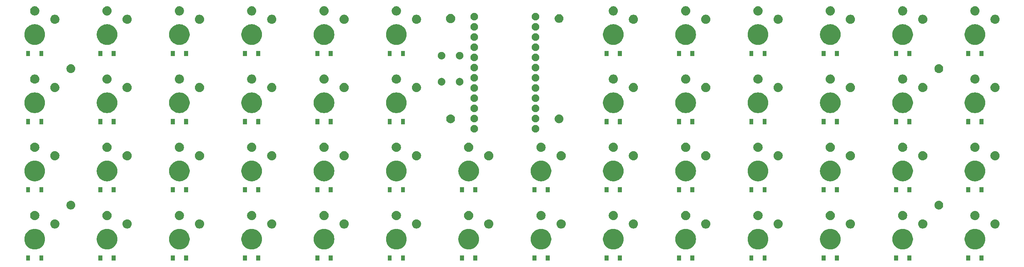
<source format=gbs>
G04 #@! TF.GenerationSoftware,KiCad,Pcbnew,9.0.5*
G04 #@! TF.CreationDate,2026-02-19T02:01:53-07:00*
G04 #@! TF.ProjectId,horizon-choc,686f7269-7a6f-46e2-9d63-686f632e6b69,2.4*
G04 #@! TF.SameCoordinates,Original*
G04 #@! TF.FileFunction,Soldermask,Bot*
G04 #@! TF.FilePolarity,Negative*
%FSLAX46Y46*%
G04 Gerber Fmt 4.6, Leading zero omitted, Abs format (unit mm)*
G04 Created by KiCad (PCBNEW 9.0.5) date 2026-02-19 02:01:53*
%MOMM*%
%LPD*%
G01*
G04 APERTURE LIST*
G04 APERTURE END LIST*
G36*
X29819517Y-134552882D02*
G01*
X29836062Y-134563938D01*
X29847118Y-134580483D01*
X29851000Y-134600000D01*
X29851000Y-135800000D01*
X29847118Y-135819517D01*
X29836062Y-135836062D01*
X29819517Y-135847118D01*
X29800000Y-135851000D01*
X28900000Y-135851000D01*
X28880483Y-135847118D01*
X28863938Y-135836062D01*
X28852882Y-135819517D01*
X28849000Y-135800000D01*
X28849000Y-134600000D01*
X28852882Y-134580483D01*
X28863938Y-134563938D01*
X28880483Y-134552882D01*
X28900000Y-134549000D01*
X29800000Y-134549000D01*
X29819517Y-134552882D01*
G37*
G36*
X33119517Y-134552882D02*
G01*
X33136062Y-134563938D01*
X33147118Y-134580483D01*
X33151000Y-134600000D01*
X33151000Y-135800000D01*
X33147118Y-135819517D01*
X33136062Y-135836062D01*
X33119517Y-135847118D01*
X33100000Y-135851000D01*
X32200000Y-135851000D01*
X32180483Y-135847118D01*
X32163938Y-135836062D01*
X32152882Y-135819517D01*
X32149000Y-135800000D01*
X32149000Y-134600000D01*
X32152882Y-134580483D01*
X32163938Y-134563938D01*
X32180483Y-134552882D01*
X32200000Y-134549000D01*
X33100000Y-134549000D01*
X33119517Y-134552882D01*
G37*
G36*
X47819517Y-134552882D02*
G01*
X47836062Y-134563938D01*
X47847118Y-134580483D01*
X47851000Y-134600000D01*
X47851000Y-135800000D01*
X47847118Y-135819517D01*
X47836062Y-135836062D01*
X47819517Y-135847118D01*
X47800000Y-135851000D01*
X46900000Y-135851000D01*
X46880483Y-135847118D01*
X46863938Y-135836062D01*
X46852882Y-135819517D01*
X46849000Y-135800000D01*
X46849000Y-134600000D01*
X46852882Y-134580483D01*
X46863938Y-134563938D01*
X46880483Y-134552882D01*
X46900000Y-134549000D01*
X47800000Y-134549000D01*
X47819517Y-134552882D01*
G37*
G36*
X51119517Y-134552882D02*
G01*
X51136062Y-134563938D01*
X51147118Y-134580483D01*
X51151000Y-134600000D01*
X51151000Y-135800000D01*
X51147118Y-135819517D01*
X51136062Y-135836062D01*
X51119517Y-135847118D01*
X51100000Y-135851000D01*
X50200000Y-135851000D01*
X50180483Y-135847118D01*
X50163938Y-135836062D01*
X50152882Y-135819517D01*
X50149000Y-135800000D01*
X50149000Y-134600000D01*
X50152882Y-134580483D01*
X50163938Y-134563938D01*
X50180483Y-134552882D01*
X50200000Y-134549000D01*
X51100000Y-134549000D01*
X51119517Y-134552882D01*
G37*
G36*
X65819517Y-134552882D02*
G01*
X65836062Y-134563938D01*
X65847118Y-134580483D01*
X65851000Y-134600000D01*
X65851000Y-135800000D01*
X65847118Y-135819517D01*
X65836062Y-135836062D01*
X65819517Y-135847118D01*
X65800000Y-135851000D01*
X64900000Y-135851000D01*
X64880483Y-135847118D01*
X64863938Y-135836062D01*
X64852882Y-135819517D01*
X64849000Y-135800000D01*
X64849000Y-134600000D01*
X64852882Y-134580483D01*
X64863938Y-134563938D01*
X64880483Y-134552882D01*
X64900000Y-134549000D01*
X65800000Y-134549000D01*
X65819517Y-134552882D01*
G37*
G36*
X69119517Y-134552882D02*
G01*
X69136062Y-134563938D01*
X69147118Y-134580483D01*
X69151000Y-134600000D01*
X69151000Y-135800000D01*
X69147118Y-135819517D01*
X69136062Y-135836062D01*
X69119517Y-135847118D01*
X69100000Y-135851000D01*
X68200000Y-135851000D01*
X68180483Y-135847118D01*
X68163938Y-135836062D01*
X68152882Y-135819517D01*
X68149000Y-135800000D01*
X68149000Y-134600000D01*
X68152882Y-134580483D01*
X68163938Y-134563938D01*
X68180483Y-134552882D01*
X68200000Y-134549000D01*
X69100000Y-134549000D01*
X69119517Y-134552882D01*
G37*
G36*
X83819517Y-134552882D02*
G01*
X83836062Y-134563938D01*
X83847118Y-134580483D01*
X83851000Y-134600000D01*
X83851000Y-135800000D01*
X83847118Y-135819517D01*
X83836062Y-135836062D01*
X83819517Y-135847118D01*
X83800000Y-135851000D01*
X82900000Y-135851000D01*
X82880483Y-135847118D01*
X82863938Y-135836062D01*
X82852882Y-135819517D01*
X82849000Y-135800000D01*
X82849000Y-134600000D01*
X82852882Y-134580483D01*
X82863938Y-134563938D01*
X82880483Y-134552882D01*
X82900000Y-134549000D01*
X83800000Y-134549000D01*
X83819517Y-134552882D01*
G37*
G36*
X87119517Y-134552882D02*
G01*
X87136062Y-134563938D01*
X87147118Y-134580483D01*
X87151000Y-134600000D01*
X87151000Y-135800000D01*
X87147118Y-135819517D01*
X87136062Y-135836062D01*
X87119517Y-135847118D01*
X87100000Y-135851000D01*
X86200000Y-135851000D01*
X86180483Y-135847118D01*
X86163938Y-135836062D01*
X86152882Y-135819517D01*
X86149000Y-135800000D01*
X86149000Y-134600000D01*
X86152882Y-134580483D01*
X86163938Y-134563938D01*
X86180483Y-134552882D01*
X86200000Y-134549000D01*
X87100000Y-134549000D01*
X87119517Y-134552882D01*
G37*
G36*
X101819517Y-134552882D02*
G01*
X101836062Y-134563938D01*
X101847118Y-134580483D01*
X101851000Y-134600000D01*
X101851000Y-135800000D01*
X101847118Y-135819517D01*
X101836062Y-135836062D01*
X101819517Y-135847118D01*
X101800000Y-135851000D01*
X100900000Y-135851000D01*
X100880483Y-135847118D01*
X100863938Y-135836062D01*
X100852882Y-135819517D01*
X100849000Y-135800000D01*
X100849000Y-134600000D01*
X100852882Y-134580483D01*
X100863938Y-134563938D01*
X100880483Y-134552882D01*
X100900000Y-134549000D01*
X101800000Y-134549000D01*
X101819517Y-134552882D01*
G37*
G36*
X105119517Y-134552882D02*
G01*
X105136062Y-134563938D01*
X105147118Y-134580483D01*
X105151000Y-134600000D01*
X105151000Y-135800000D01*
X105147118Y-135819517D01*
X105136062Y-135836062D01*
X105119517Y-135847118D01*
X105100000Y-135851000D01*
X104200000Y-135851000D01*
X104180483Y-135847118D01*
X104163938Y-135836062D01*
X104152882Y-135819517D01*
X104149000Y-135800000D01*
X104149000Y-134600000D01*
X104152882Y-134580483D01*
X104163938Y-134563938D01*
X104180483Y-134552882D01*
X104200000Y-134549000D01*
X105100000Y-134549000D01*
X105119517Y-134552882D01*
G37*
G36*
X119819517Y-134552882D02*
G01*
X119836062Y-134563938D01*
X119847118Y-134580483D01*
X119851000Y-134600000D01*
X119851000Y-135800000D01*
X119847118Y-135819517D01*
X119836062Y-135836062D01*
X119819517Y-135847118D01*
X119800000Y-135851000D01*
X118900000Y-135851000D01*
X118880483Y-135847118D01*
X118863938Y-135836062D01*
X118852882Y-135819517D01*
X118849000Y-135800000D01*
X118849000Y-134600000D01*
X118852882Y-134580483D01*
X118863938Y-134563938D01*
X118880483Y-134552882D01*
X118900000Y-134549000D01*
X119800000Y-134549000D01*
X119819517Y-134552882D01*
G37*
G36*
X123119517Y-134552882D02*
G01*
X123136062Y-134563938D01*
X123147118Y-134580483D01*
X123151000Y-134600000D01*
X123151000Y-135800000D01*
X123147118Y-135819517D01*
X123136062Y-135836062D01*
X123119517Y-135847118D01*
X123100000Y-135851000D01*
X122200000Y-135851000D01*
X122180483Y-135847118D01*
X122163938Y-135836062D01*
X122152882Y-135819517D01*
X122149000Y-135800000D01*
X122149000Y-134600000D01*
X122152882Y-134580483D01*
X122163938Y-134563938D01*
X122180483Y-134552882D01*
X122200000Y-134549000D01*
X123100000Y-134549000D01*
X123119517Y-134552882D01*
G37*
G36*
X137819517Y-134552882D02*
G01*
X137836062Y-134563938D01*
X137847118Y-134580483D01*
X137851000Y-134600000D01*
X137851000Y-135800000D01*
X137847118Y-135819517D01*
X137836062Y-135836062D01*
X137819517Y-135847118D01*
X137800000Y-135851000D01*
X136900000Y-135851000D01*
X136880483Y-135847118D01*
X136863938Y-135836062D01*
X136852882Y-135819517D01*
X136849000Y-135800000D01*
X136849000Y-134600000D01*
X136852882Y-134580483D01*
X136863938Y-134563938D01*
X136880483Y-134552882D01*
X136900000Y-134549000D01*
X137800000Y-134549000D01*
X137819517Y-134552882D01*
G37*
G36*
X141119517Y-134552882D02*
G01*
X141136062Y-134563938D01*
X141147118Y-134580483D01*
X141151000Y-134600000D01*
X141151000Y-135800000D01*
X141147118Y-135819517D01*
X141136062Y-135836062D01*
X141119517Y-135847118D01*
X141100000Y-135851000D01*
X140200000Y-135851000D01*
X140180483Y-135847118D01*
X140163938Y-135836062D01*
X140152882Y-135819517D01*
X140149000Y-135800000D01*
X140149000Y-134600000D01*
X140152882Y-134580483D01*
X140163938Y-134563938D01*
X140180483Y-134552882D01*
X140200000Y-134549000D01*
X141100000Y-134549000D01*
X141119517Y-134552882D01*
G37*
G36*
X155819517Y-134552882D02*
G01*
X155836062Y-134563938D01*
X155847118Y-134580483D01*
X155851000Y-134600000D01*
X155851000Y-135800000D01*
X155847118Y-135819517D01*
X155836062Y-135836062D01*
X155819517Y-135847118D01*
X155800000Y-135851000D01*
X154900000Y-135851000D01*
X154880483Y-135847118D01*
X154863938Y-135836062D01*
X154852882Y-135819517D01*
X154849000Y-135800000D01*
X154849000Y-134600000D01*
X154852882Y-134580483D01*
X154863938Y-134563938D01*
X154880483Y-134552882D01*
X154900000Y-134549000D01*
X155800000Y-134549000D01*
X155819517Y-134552882D01*
G37*
G36*
X159119517Y-134552882D02*
G01*
X159136062Y-134563938D01*
X159147118Y-134580483D01*
X159151000Y-134600000D01*
X159151000Y-135800000D01*
X159147118Y-135819517D01*
X159136062Y-135836062D01*
X159119517Y-135847118D01*
X159100000Y-135851000D01*
X158200000Y-135851000D01*
X158180483Y-135847118D01*
X158163938Y-135836062D01*
X158152882Y-135819517D01*
X158149000Y-135800000D01*
X158149000Y-134600000D01*
X158152882Y-134580483D01*
X158163938Y-134563938D01*
X158180483Y-134552882D01*
X158200000Y-134549000D01*
X159100000Y-134549000D01*
X159119517Y-134552882D01*
G37*
G36*
X173819517Y-134552882D02*
G01*
X173836062Y-134563938D01*
X173847118Y-134580483D01*
X173851000Y-134600000D01*
X173851000Y-135800000D01*
X173847118Y-135819517D01*
X173836062Y-135836062D01*
X173819517Y-135847118D01*
X173800000Y-135851000D01*
X172900000Y-135851000D01*
X172880483Y-135847118D01*
X172863938Y-135836062D01*
X172852882Y-135819517D01*
X172849000Y-135800000D01*
X172849000Y-134600000D01*
X172852882Y-134580483D01*
X172863938Y-134563938D01*
X172880483Y-134552882D01*
X172900000Y-134549000D01*
X173800000Y-134549000D01*
X173819517Y-134552882D01*
G37*
G36*
X177119517Y-134552882D02*
G01*
X177136062Y-134563938D01*
X177147118Y-134580483D01*
X177151000Y-134600000D01*
X177151000Y-135800000D01*
X177147118Y-135819517D01*
X177136062Y-135836062D01*
X177119517Y-135847118D01*
X177100000Y-135851000D01*
X176200000Y-135851000D01*
X176180483Y-135847118D01*
X176163938Y-135836062D01*
X176152882Y-135819517D01*
X176149000Y-135800000D01*
X176149000Y-134600000D01*
X176152882Y-134580483D01*
X176163938Y-134563938D01*
X176180483Y-134552882D01*
X176200000Y-134549000D01*
X177100000Y-134549000D01*
X177119517Y-134552882D01*
G37*
G36*
X191819517Y-134552882D02*
G01*
X191836062Y-134563938D01*
X191847118Y-134580483D01*
X191851000Y-134600000D01*
X191851000Y-135800000D01*
X191847118Y-135819517D01*
X191836062Y-135836062D01*
X191819517Y-135847118D01*
X191800000Y-135851000D01*
X190900000Y-135851000D01*
X190880483Y-135847118D01*
X190863938Y-135836062D01*
X190852882Y-135819517D01*
X190849000Y-135800000D01*
X190849000Y-134600000D01*
X190852882Y-134580483D01*
X190863938Y-134563938D01*
X190880483Y-134552882D01*
X190900000Y-134549000D01*
X191800000Y-134549000D01*
X191819517Y-134552882D01*
G37*
G36*
X195119517Y-134552882D02*
G01*
X195136062Y-134563938D01*
X195147118Y-134580483D01*
X195151000Y-134600000D01*
X195151000Y-135800000D01*
X195147118Y-135819517D01*
X195136062Y-135836062D01*
X195119517Y-135847118D01*
X195100000Y-135851000D01*
X194200000Y-135851000D01*
X194180483Y-135847118D01*
X194163938Y-135836062D01*
X194152882Y-135819517D01*
X194149000Y-135800000D01*
X194149000Y-134600000D01*
X194152882Y-134580483D01*
X194163938Y-134563938D01*
X194180483Y-134552882D01*
X194200000Y-134549000D01*
X195100000Y-134549000D01*
X195119517Y-134552882D01*
G37*
G36*
X209819517Y-134552882D02*
G01*
X209836062Y-134563938D01*
X209847118Y-134580483D01*
X209851000Y-134600000D01*
X209851000Y-135800000D01*
X209847118Y-135819517D01*
X209836062Y-135836062D01*
X209819517Y-135847118D01*
X209800000Y-135851000D01*
X208900000Y-135851000D01*
X208880483Y-135847118D01*
X208863938Y-135836062D01*
X208852882Y-135819517D01*
X208849000Y-135800000D01*
X208849000Y-134600000D01*
X208852882Y-134580483D01*
X208863938Y-134563938D01*
X208880483Y-134552882D01*
X208900000Y-134549000D01*
X209800000Y-134549000D01*
X209819517Y-134552882D01*
G37*
G36*
X213119517Y-134552882D02*
G01*
X213136062Y-134563938D01*
X213147118Y-134580483D01*
X213151000Y-134600000D01*
X213151000Y-135800000D01*
X213147118Y-135819517D01*
X213136062Y-135836062D01*
X213119517Y-135847118D01*
X213100000Y-135851000D01*
X212200000Y-135851000D01*
X212180483Y-135847118D01*
X212163938Y-135836062D01*
X212152882Y-135819517D01*
X212149000Y-135800000D01*
X212149000Y-134600000D01*
X212152882Y-134580483D01*
X212163938Y-134563938D01*
X212180483Y-134552882D01*
X212200000Y-134549000D01*
X213100000Y-134549000D01*
X213119517Y-134552882D01*
G37*
G36*
X227819517Y-134552882D02*
G01*
X227836062Y-134563938D01*
X227847118Y-134580483D01*
X227851000Y-134600000D01*
X227851000Y-135800000D01*
X227847118Y-135819517D01*
X227836062Y-135836062D01*
X227819517Y-135847118D01*
X227800000Y-135851000D01*
X226900000Y-135851000D01*
X226880483Y-135847118D01*
X226863938Y-135836062D01*
X226852882Y-135819517D01*
X226849000Y-135800000D01*
X226849000Y-134600000D01*
X226852882Y-134580483D01*
X226863938Y-134563938D01*
X226880483Y-134552882D01*
X226900000Y-134549000D01*
X227800000Y-134549000D01*
X227819517Y-134552882D01*
G37*
G36*
X231119517Y-134552882D02*
G01*
X231136062Y-134563938D01*
X231147118Y-134580483D01*
X231151000Y-134600000D01*
X231151000Y-135800000D01*
X231147118Y-135819517D01*
X231136062Y-135836062D01*
X231119517Y-135847118D01*
X231100000Y-135851000D01*
X230200000Y-135851000D01*
X230180483Y-135847118D01*
X230163938Y-135836062D01*
X230152882Y-135819517D01*
X230149000Y-135800000D01*
X230149000Y-134600000D01*
X230152882Y-134580483D01*
X230163938Y-134563938D01*
X230180483Y-134552882D01*
X230200000Y-134549000D01*
X231100000Y-134549000D01*
X231119517Y-134552882D01*
G37*
G36*
X245819517Y-134552882D02*
G01*
X245836062Y-134563938D01*
X245847118Y-134580483D01*
X245851000Y-134600000D01*
X245851000Y-135800000D01*
X245847118Y-135819517D01*
X245836062Y-135836062D01*
X245819517Y-135847118D01*
X245800000Y-135851000D01*
X244900000Y-135851000D01*
X244880483Y-135847118D01*
X244863938Y-135836062D01*
X244852882Y-135819517D01*
X244849000Y-135800000D01*
X244849000Y-134600000D01*
X244852882Y-134580483D01*
X244863938Y-134563938D01*
X244880483Y-134552882D01*
X244900000Y-134549000D01*
X245800000Y-134549000D01*
X245819517Y-134552882D01*
G37*
G36*
X249119517Y-134552882D02*
G01*
X249136062Y-134563938D01*
X249147118Y-134580483D01*
X249151000Y-134600000D01*
X249151000Y-135800000D01*
X249147118Y-135819517D01*
X249136062Y-135836062D01*
X249119517Y-135847118D01*
X249100000Y-135851000D01*
X248200000Y-135851000D01*
X248180483Y-135847118D01*
X248163938Y-135836062D01*
X248152882Y-135819517D01*
X248149000Y-135800000D01*
X248149000Y-134600000D01*
X248152882Y-134580483D01*
X248163938Y-134563938D01*
X248180483Y-134552882D01*
X248200000Y-134549000D01*
X249100000Y-134549000D01*
X249119517Y-134552882D01*
G37*
G36*
X263819517Y-134552882D02*
G01*
X263836062Y-134563938D01*
X263847118Y-134580483D01*
X263851000Y-134600000D01*
X263851000Y-135800000D01*
X263847118Y-135819517D01*
X263836062Y-135836062D01*
X263819517Y-135847118D01*
X263800000Y-135851000D01*
X262900000Y-135851000D01*
X262880483Y-135847118D01*
X262863938Y-135836062D01*
X262852882Y-135819517D01*
X262849000Y-135800000D01*
X262849000Y-134600000D01*
X262852882Y-134580483D01*
X262863938Y-134563938D01*
X262880483Y-134552882D01*
X262900000Y-134549000D01*
X263800000Y-134549000D01*
X263819517Y-134552882D01*
G37*
G36*
X267119517Y-134552882D02*
G01*
X267136062Y-134563938D01*
X267147118Y-134580483D01*
X267151000Y-134600000D01*
X267151000Y-135800000D01*
X267147118Y-135819517D01*
X267136062Y-135836062D01*
X267119517Y-135847118D01*
X267100000Y-135851000D01*
X266200000Y-135851000D01*
X266180483Y-135847118D01*
X266163938Y-135836062D01*
X266152882Y-135819517D01*
X266149000Y-135800000D01*
X266149000Y-134600000D01*
X266152882Y-134580483D01*
X266163938Y-134563938D01*
X266180483Y-134552882D01*
X266200000Y-134549000D01*
X267100000Y-134549000D01*
X267119517Y-134552882D01*
G37*
G36*
X31431496Y-127960396D02*
G01*
X31713128Y-128024677D01*
X31985793Y-128120086D01*
X32246060Y-128245424D01*
X32490657Y-128399115D01*
X32716509Y-128579226D01*
X32920774Y-128783491D01*
X33100885Y-129009343D01*
X33254576Y-129253940D01*
X33379914Y-129514207D01*
X33475323Y-129786872D01*
X33539604Y-130068504D01*
X33571947Y-130355563D01*
X33571947Y-130644437D01*
X33539604Y-130931496D01*
X33475323Y-131213128D01*
X33379914Y-131485793D01*
X33254576Y-131746060D01*
X33100885Y-131990657D01*
X32920774Y-132216509D01*
X32716509Y-132420774D01*
X32490657Y-132600885D01*
X32246060Y-132754576D01*
X31985793Y-132879914D01*
X31713128Y-132975323D01*
X31431496Y-133039604D01*
X31144437Y-133071947D01*
X30855563Y-133071947D01*
X30568504Y-133039604D01*
X30286872Y-132975323D01*
X30014207Y-132879914D01*
X29753940Y-132754576D01*
X29509343Y-132600885D01*
X29283491Y-132420774D01*
X29079226Y-132216509D01*
X28899115Y-131990657D01*
X28745424Y-131746060D01*
X28620086Y-131485793D01*
X28524677Y-131213128D01*
X28460396Y-130931496D01*
X28428053Y-130644437D01*
X28428053Y-130355563D01*
X28460396Y-130068504D01*
X28524677Y-129786872D01*
X28620086Y-129514207D01*
X28745424Y-129253940D01*
X28899115Y-129009343D01*
X29079226Y-128783491D01*
X29283491Y-128579226D01*
X29509343Y-128399115D01*
X29753940Y-128245424D01*
X30014207Y-128120086D01*
X30286872Y-128024677D01*
X30568504Y-127960396D01*
X30855563Y-127928053D01*
X31144437Y-127928053D01*
X31431496Y-127960396D01*
G37*
G36*
X49431496Y-127960396D02*
G01*
X49713128Y-128024677D01*
X49985793Y-128120086D01*
X50246060Y-128245424D01*
X50490657Y-128399115D01*
X50716509Y-128579226D01*
X50920774Y-128783491D01*
X51100885Y-129009343D01*
X51254576Y-129253940D01*
X51379914Y-129514207D01*
X51475323Y-129786872D01*
X51539604Y-130068504D01*
X51571947Y-130355563D01*
X51571947Y-130644437D01*
X51539604Y-130931496D01*
X51475323Y-131213128D01*
X51379914Y-131485793D01*
X51254576Y-131746060D01*
X51100885Y-131990657D01*
X50920774Y-132216509D01*
X50716509Y-132420774D01*
X50490657Y-132600885D01*
X50246060Y-132754576D01*
X49985793Y-132879914D01*
X49713128Y-132975323D01*
X49431496Y-133039604D01*
X49144437Y-133071947D01*
X48855563Y-133071947D01*
X48568504Y-133039604D01*
X48286872Y-132975323D01*
X48014207Y-132879914D01*
X47753940Y-132754576D01*
X47509343Y-132600885D01*
X47283491Y-132420774D01*
X47079226Y-132216509D01*
X46899115Y-131990657D01*
X46745424Y-131746060D01*
X46620086Y-131485793D01*
X46524677Y-131213128D01*
X46460396Y-130931496D01*
X46428053Y-130644437D01*
X46428053Y-130355563D01*
X46460396Y-130068504D01*
X46524677Y-129786872D01*
X46620086Y-129514207D01*
X46745424Y-129253940D01*
X46899115Y-129009343D01*
X47079226Y-128783491D01*
X47283491Y-128579226D01*
X47509343Y-128399115D01*
X47753940Y-128245424D01*
X48014207Y-128120086D01*
X48286872Y-128024677D01*
X48568504Y-127960396D01*
X48855563Y-127928053D01*
X49144437Y-127928053D01*
X49431496Y-127960396D01*
G37*
G36*
X67431496Y-127960396D02*
G01*
X67713128Y-128024677D01*
X67985793Y-128120086D01*
X68246060Y-128245424D01*
X68490657Y-128399115D01*
X68716509Y-128579226D01*
X68920774Y-128783491D01*
X69100885Y-129009343D01*
X69254576Y-129253940D01*
X69379914Y-129514207D01*
X69475323Y-129786872D01*
X69539604Y-130068504D01*
X69571947Y-130355563D01*
X69571947Y-130644437D01*
X69539604Y-130931496D01*
X69475323Y-131213128D01*
X69379914Y-131485793D01*
X69254576Y-131746060D01*
X69100885Y-131990657D01*
X68920774Y-132216509D01*
X68716509Y-132420774D01*
X68490657Y-132600885D01*
X68246060Y-132754576D01*
X67985793Y-132879914D01*
X67713128Y-132975323D01*
X67431496Y-133039604D01*
X67144437Y-133071947D01*
X66855563Y-133071947D01*
X66568504Y-133039604D01*
X66286872Y-132975323D01*
X66014207Y-132879914D01*
X65753940Y-132754576D01*
X65509343Y-132600885D01*
X65283491Y-132420774D01*
X65079226Y-132216509D01*
X64899115Y-131990657D01*
X64745424Y-131746060D01*
X64620086Y-131485793D01*
X64524677Y-131213128D01*
X64460396Y-130931496D01*
X64428053Y-130644437D01*
X64428053Y-130355563D01*
X64460396Y-130068504D01*
X64524677Y-129786872D01*
X64620086Y-129514207D01*
X64745424Y-129253940D01*
X64899115Y-129009343D01*
X65079226Y-128783491D01*
X65283491Y-128579226D01*
X65509343Y-128399115D01*
X65753940Y-128245424D01*
X66014207Y-128120086D01*
X66286872Y-128024677D01*
X66568504Y-127960396D01*
X66855563Y-127928053D01*
X67144437Y-127928053D01*
X67431496Y-127960396D01*
G37*
G36*
X85431496Y-127960396D02*
G01*
X85713128Y-128024677D01*
X85985793Y-128120086D01*
X86246060Y-128245424D01*
X86490657Y-128399115D01*
X86716509Y-128579226D01*
X86920774Y-128783491D01*
X87100885Y-129009343D01*
X87254576Y-129253940D01*
X87379914Y-129514207D01*
X87475323Y-129786872D01*
X87539604Y-130068504D01*
X87571947Y-130355563D01*
X87571947Y-130644437D01*
X87539604Y-130931496D01*
X87475323Y-131213128D01*
X87379914Y-131485793D01*
X87254576Y-131746060D01*
X87100885Y-131990657D01*
X86920774Y-132216509D01*
X86716509Y-132420774D01*
X86490657Y-132600885D01*
X86246060Y-132754576D01*
X85985793Y-132879914D01*
X85713128Y-132975323D01*
X85431496Y-133039604D01*
X85144437Y-133071947D01*
X84855563Y-133071947D01*
X84568504Y-133039604D01*
X84286872Y-132975323D01*
X84014207Y-132879914D01*
X83753940Y-132754576D01*
X83509343Y-132600885D01*
X83283491Y-132420774D01*
X83079226Y-132216509D01*
X82899115Y-131990657D01*
X82745424Y-131746060D01*
X82620086Y-131485793D01*
X82524677Y-131213128D01*
X82460396Y-130931496D01*
X82428053Y-130644437D01*
X82428053Y-130355563D01*
X82460396Y-130068504D01*
X82524677Y-129786872D01*
X82620086Y-129514207D01*
X82745424Y-129253940D01*
X82899115Y-129009343D01*
X83079226Y-128783491D01*
X83283491Y-128579226D01*
X83509343Y-128399115D01*
X83753940Y-128245424D01*
X84014207Y-128120086D01*
X84286872Y-128024677D01*
X84568504Y-127960396D01*
X84855563Y-127928053D01*
X85144437Y-127928053D01*
X85431496Y-127960396D01*
G37*
G36*
X103431496Y-127960396D02*
G01*
X103713128Y-128024677D01*
X103985793Y-128120086D01*
X104246060Y-128245424D01*
X104490657Y-128399115D01*
X104716509Y-128579226D01*
X104920774Y-128783491D01*
X105100885Y-129009343D01*
X105254576Y-129253940D01*
X105379914Y-129514207D01*
X105475323Y-129786872D01*
X105539604Y-130068504D01*
X105571947Y-130355563D01*
X105571947Y-130644437D01*
X105539604Y-130931496D01*
X105475323Y-131213128D01*
X105379914Y-131485793D01*
X105254576Y-131746060D01*
X105100885Y-131990657D01*
X104920774Y-132216509D01*
X104716509Y-132420774D01*
X104490657Y-132600885D01*
X104246060Y-132754576D01*
X103985793Y-132879914D01*
X103713128Y-132975323D01*
X103431496Y-133039604D01*
X103144437Y-133071947D01*
X102855563Y-133071947D01*
X102568504Y-133039604D01*
X102286872Y-132975323D01*
X102014207Y-132879914D01*
X101753940Y-132754576D01*
X101509343Y-132600885D01*
X101283491Y-132420774D01*
X101079226Y-132216509D01*
X100899115Y-131990657D01*
X100745424Y-131746060D01*
X100620086Y-131485793D01*
X100524677Y-131213128D01*
X100460396Y-130931496D01*
X100428053Y-130644437D01*
X100428053Y-130355563D01*
X100460396Y-130068504D01*
X100524677Y-129786872D01*
X100620086Y-129514207D01*
X100745424Y-129253940D01*
X100899115Y-129009343D01*
X101079226Y-128783491D01*
X101283491Y-128579226D01*
X101509343Y-128399115D01*
X101753940Y-128245424D01*
X102014207Y-128120086D01*
X102286872Y-128024677D01*
X102568504Y-127960396D01*
X102855563Y-127928053D01*
X103144437Y-127928053D01*
X103431496Y-127960396D01*
G37*
G36*
X121431496Y-127960396D02*
G01*
X121713128Y-128024677D01*
X121985793Y-128120086D01*
X122246060Y-128245424D01*
X122490657Y-128399115D01*
X122716509Y-128579226D01*
X122920774Y-128783491D01*
X123100885Y-129009343D01*
X123254576Y-129253940D01*
X123379914Y-129514207D01*
X123475323Y-129786872D01*
X123539604Y-130068504D01*
X123571947Y-130355563D01*
X123571947Y-130644437D01*
X123539604Y-130931496D01*
X123475323Y-131213128D01*
X123379914Y-131485793D01*
X123254576Y-131746060D01*
X123100885Y-131990657D01*
X122920774Y-132216509D01*
X122716509Y-132420774D01*
X122490657Y-132600885D01*
X122246060Y-132754576D01*
X121985793Y-132879914D01*
X121713128Y-132975323D01*
X121431496Y-133039604D01*
X121144437Y-133071947D01*
X120855563Y-133071947D01*
X120568504Y-133039604D01*
X120286872Y-132975323D01*
X120014207Y-132879914D01*
X119753940Y-132754576D01*
X119509343Y-132600885D01*
X119283491Y-132420774D01*
X119079226Y-132216509D01*
X118899115Y-131990657D01*
X118745424Y-131746060D01*
X118620086Y-131485793D01*
X118524677Y-131213128D01*
X118460396Y-130931496D01*
X118428053Y-130644437D01*
X118428053Y-130355563D01*
X118460396Y-130068504D01*
X118524677Y-129786872D01*
X118620086Y-129514207D01*
X118745424Y-129253940D01*
X118899115Y-129009343D01*
X119079226Y-128783491D01*
X119283491Y-128579226D01*
X119509343Y-128399115D01*
X119753940Y-128245424D01*
X120014207Y-128120086D01*
X120286872Y-128024677D01*
X120568504Y-127960396D01*
X120855563Y-127928053D01*
X121144437Y-127928053D01*
X121431496Y-127960396D01*
G37*
G36*
X139431496Y-127960396D02*
G01*
X139713128Y-128024677D01*
X139985793Y-128120086D01*
X140246060Y-128245424D01*
X140490657Y-128399115D01*
X140716509Y-128579226D01*
X140920774Y-128783491D01*
X141100885Y-129009343D01*
X141254576Y-129253940D01*
X141379914Y-129514207D01*
X141475323Y-129786872D01*
X141539604Y-130068504D01*
X141571947Y-130355563D01*
X141571947Y-130644437D01*
X141539604Y-130931496D01*
X141475323Y-131213128D01*
X141379914Y-131485793D01*
X141254576Y-131746060D01*
X141100885Y-131990657D01*
X140920774Y-132216509D01*
X140716509Y-132420774D01*
X140490657Y-132600885D01*
X140246060Y-132754576D01*
X139985793Y-132879914D01*
X139713128Y-132975323D01*
X139431496Y-133039604D01*
X139144437Y-133071947D01*
X138855563Y-133071947D01*
X138568504Y-133039604D01*
X138286872Y-132975323D01*
X138014207Y-132879914D01*
X137753940Y-132754576D01*
X137509343Y-132600885D01*
X137283491Y-132420774D01*
X137079226Y-132216509D01*
X136899115Y-131990657D01*
X136745424Y-131746060D01*
X136620086Y-131485793D01*
X136524677Y-131213128D01*
X136460396Y-130931496D01*
X136428053Y-130644437D01*
X136428053Y-130355563D01*
X136460396Y-130068504D01*
X136524677Y-129786872D01*
X136620086Y-129514207D01*
X136745424Y-129253940D01*
X136899115Y-129009343D01*
X137079226Y-128783491D01*
X137283491Y-128579226D01*
X137509343Y-128399115D01*
X137753940Y-128245424D01*
X138014207Y-128120086D01*
X138286872Y-128024677D01*
X138568504Y-127960396D01*
X138855563Y-127928053D01*
X139144437Y-127928053D01*
X139431496Y-127960396D01*
G37*
G36*
X157431496Y-127960396D02*
G01*
X157713128Y-128024677D01*
X157985793Y-128120086D01*
X158246060Y-128245424D01*
X158490657Y-128399115D01*
X158716509Y-128579226D01*
X158920774Y-128783491D01*
X159100885Y-129009343D01*
X159254576Y-129253940D01*
X159379914Y-129514207D01*
X159475323Y-129786872D01*
X159539604Y-130068504D01*
X159571947Y-130355563D01*
X159571947Y-130644437D01*
X159539604Y-130931496D01*
X159475323Y-131213128D01*
X159379914Y-131485793D01*
X159254576Y-131746060D01*
X159100885Y-131990657D01*
X158920774Y-132216509D01*
X158716509Y-132420774D01*
X158490657Y-132600885D01*
X158246060Y-132754576D01*
X157985793Y-132879914D01*
X157713128Y-132975323D01*
X157431496Y-133039604D01*
X157144437Y-133071947D01*
X156855563Y-133071947D01*
X156568504Y-133039604D01*
X156286872Y-132975323D01*
X156014207Y-132879914D01*
X155753940Y-132754576D01*
X155509343Y-132600885D01*
X155283491Y-132420774D01*
X155079226Y-132216509D01*
X154899115Y-131990657D01*
X154745424Y-131746060D01*
X154620086Y-131485793D01*
X154524677Y-131213128D01*
X154460396Y-130931496D01*
X154428053Y-130644437D01*
X154428053Y-130355563D01*
X154460396Y-130068504D01*
X154524677Y-129786872D01*
X154620086Y-129514207D01*
X154745424Y-129253940D01*
X154899115Y-129009343D01*
X155079226Y-128783491D01*
X155283491Y-128579226D01*
X155509343Y-128399115D01*
X155753940Y-128245424D01*
X156014207Y-128120086D01*
X156286872Y-128024677D01*
X156568504Y-127960396D01*
X156855563Y-127928053D01*
X157144437Y-127928053D01*
X157431496Y-127960396D01*
G37*
G36*
X175431496Y-127960396D02*
G01*
X175713128Y-128024677D01*
X175985793Y-128120086D01*
X176246060Y-128245424D01*
X176490657Y-128399115D01*
X176716509Y-128579226D01*
X176920774Y-128783491D01*
X177100885Y-129009343D01*
X177254576Y-129253940D01*
X177379914Y-129514207D01*
X177475323Y-129786872D01*
X177539604Y-130068504D01*
X177571947Y-130355563D01*
X177571947Y-130644437D01*
X177539604Y-130931496D01*
X177475323Y-131213128D01*
X177379914Y-131485793D01*
X177254576Y-131746060D01*
X177100885Y-131990657D01*
X176920774Y-132216509D01*
X176716509Y-132420774D01*
X176490657Y-132600885D01*
X176246060Y-132754576D01*
X175985793Y-132879914D01*
X175713128Y-132975323D01*
X175431496Y-133039604D01*
X175144437Y-133071947D01*
X174855563Y-133071947D01*
X174568504Y-133039604D01*
X174286872Y-132975323D01*
X174014207Y-132879914D01*
X173753940Y-132754576D01*
X173509343Y-132600885D01*
X173283491Y-132420774D01*
X173079226Y-132216509D01*
X172899115Y-131990657D01*
X172745424Y-131746060D01*
X172620086Y-131485793D01*
X172524677Y-131213128D01*
X172460396Y-130931496D01*
X172428053Y-130644437D01*
X172428053Y-130355563D01*
X172460396Y-130068504D01*
X172524677Y-129786872D01*
X172620086Y-129514207D01*
X172745424Y-129253940D01*
X172899115Y-129009343D01*
X173079226Y-128783491D01*
X173283491Y-128579226D01*
X173509343Y-128399115D01*
X173753940Y-128245424D01*
X174014207Y-128120086D01*
X174286872Y-128024677D01*
X174568504Y-127960396D01*
X174855563Y-127928053D01*
X175144437Y-127928053D01*
X175431496Y-127960396D01*
G37*
G36*
X193431496Y-127960396D02*
G01*
X193713128Y-128024677D01*
X193985793Y-128120086D01*
X194246060Y-128245424D01*
X194490657Y-128399115D01*
X194716509Y-128579226D01*
X194920774Y-128783491D01*
X195100885Y-129009343D01*
X195254576Y-129253940D01*
X195379914Y-129514207D01*
X195475323Y-129786872D01*
X195539604Y-130068504D01*
X195571947Y-130355563D01*
X195571947Y-130644437D01*
X195539604Y-130931496D01*
X195475323Y-131213128D01*
X195379914Y-131485793D01*
X195254576Y-131746060D01*
X195100885Y-131990657D01*
X194920774Y-132216509D01*
X194716509Y-132420774D01*
X194490657Y-132600885D01*
X194246060Y-132754576D01*
X193985793Y-132879914D01*
X193713128Y-132975323D01*
X193431496Y-133039604D01*
X193144437Y-133071947D01*
X192855563Y-133071947D01*
X192568504Y-133039604D01*
X192286872Y-132975323D01*
X192014207Y-132879914D01*
X191753940Y-132754576D01*
X191509343Y-132600885D01*
X191283491Y-132420774D01*
X191079226Y-132216509D01*
X190899115Y-131990657D01*
X190745424Y-131746060D01*
X190620086Y-131485793D01*
X190524677Y-131213128D01*
X190460396Y-130931496D01*
X190428053Y-130644437D01*
X190428053Y-130355563D01*
X190460396Y-130068504D01*
X190524677Y-129786872D01*
X190620086Y-129514207D01*
X190745424Y-129253940D01*
X190899115Y-129009343D01*
X191079226Y-128783491D01*
X191283491Y-128579226D01*
X191509343Y-128399115D01*
X191753940Y-128245424D01*
X192014207Y-128120086D01*
X192286872Y-128024677D01*
X192568504Y-127960396D01*
X192855563Y-127928053D01*
X193144437Y-127928053D01*
X193431496Y-127960396D01*
G37*
G36*
X211431496Y-127960396D02*
G01*
X211713128Y-128024677D01*
X211985793Y-128120086D01*
X212246060Y-128245424D01*
X212490657Y-128399115D01*
X212716509Y-128579226D01*
X212920774Y-128783491D01*
X213100885Y-129009343D01*
X213254576Y-129253940D01*
X213379914Y-129514207D01*
X213475323Y-129786872D01*
X213539604Y-130068504D01*
X213571947Y-130355563D01*
X213571947Y-130644437D01*
X213539604Y-130931496D01*
X213475323Y-131213128D01*
X213379914Y-131485793D01*
X213254576Y-131746060D01*
X213100885Y-131990657D01*
X212920774Y-132216509D01*
X212716509Y-132420774D01*
X212490657Y-132600885D01*
X212246060Y-132754576D01*
X211985793Y-132879914D01*
X211713128Y-132975323D01*
X211431496Y-133039604D01*
X211144437Y-133071947D01*
X210855563Y-133071947D01*
X210568504Y-133039604D01*
X210286872Y-132975323D01*
X210014207Y-132879914D01*
X209753940Y-132754576D01*
X209509343Y-132600885D01*
X209283491Y-132420774D01*
X209079226Y-132216509D01*
X208899115Y-131990657D01*
X208745424Y-131746060D01*
X208620086Y-131485793D01*
X208524677Y-131213128D01*
X208460396Y-130931496D01*
X208428053Y-130644437D01*
X208428053Y-130355563D01*
X208460396Y-130068504D01*
X208524677Y-129786872D01*
X208620086Y-129514207D01*
X208745424Y-129253940D01*
X208899115Y-129009343D01*
X209079226Y-128783491D01*
X209283491Y-128579226D01*
X209509343Y-128399115D01*
X209753940Y-128245424D01*
X210014207Y-128120086D01*
X210286872Y-128024677D01*
X210568504Y-127960396D01*
X210855563Y-127928053D01*
X211144437Y-127928053D01*
X211431496Y-127960396D01*
G37*
G36*
X229431496Y-127960396D02*
G01*
X229713128Y-128024677D01*
X229985793Y-128120086D01*
X230246060Y-128245424D01*
X230490657Y-128399115D01*
X230716509Y-128579226D01*
X230920774Y-128783491D01*
X231100885Y-129009343D01*
X231254576Y-129253940D01*
X231379914Y-129514207D01*
X231475323Y-129786872D01*
X231539604Y-130068504D01*
X231571947Y-130355563D01*
X231571947Y-130644437D01*
X231539604Y-130931496D01*
X231475323Y-131213128D01*
X231379914Y-131485793D01*
X231254576Y-131746060D01*
X231100885Y-131990657D01*
X230920774Y-132216509D01*
X230716509Y-132420774D01*
X230490657Y-132600885D01*
X230246060Y-132754576D01*
X229985793Y-132879914D01*
X229713128Y-132975323D01*
X229431496Y-133039604D01*
X229144437Y-133071947D01*
X228855563Y-133071947D01*
X228568504Y-133039604D01*
X228286872Y-132975323D01*
X228014207Y-132879914D01*
X227753940Y-132754576D01*
X227509343Y-132600885D01*
X227283491Y-132420774D01*
X227079226Y-132216509D01*
X226899115Y-131990657D01*
X226745424Y-131746060D01*
X226620086Y-131485793D01*
X226524677Y-131213128D01*
X226460396Y-130931496D01*
X226428053Y-130644437D01*
X226428053Y-130355563D01*
X226460396Y-130068504D01*
X226524677Y-129786872D01*
X226620086Y-129514207D01*
X226745424Y-129253940D01*
X226899115Y-129009343D01*
X227079226Y-128783491D01*
X227283491Y-128579226D01*
X227509343Y-128399115D01*
X227753940Y-128245424D01*
X228014207Y-128120086D01*
X228286872Y-128024677D01*
X228568504Y-127960396D01*
X228855563Y-127928053D01*
X229144437Y-127928053D01*
X229431496Y-127960396D01*
G37*
G36*
X247431496Y-127960396D02*
G01*
X247713128Y-128024677D01*
X247985793Y-128120086D01*
X248246060Y-128245424D01*
X248490657Y-128399115D01*
X248716509Y-128579226D01*
X248920774Y-128783491D01*
X249100885Y-129009343D01*
X249254576Y-129253940D01*
X249379914Y-129514207D01*
X249475323Y-129786872D01*
X249539604Y-130068504D01*
X249571947Y-130355563D01*
X249571947Y-130644437D01*
X249539604Y-130931496D01*
X249475323Y-131213128D01*
X249379914Y-131485793D01*
X249254576Y-131746060D01*
X249100885Y-131990657D01*
X248920774Y-132216509D01*
X248716509Y-132420774D01*
X248490657Y-132600885D01*
X248246060Y-132754576D01*
X247985793Y-132879914D01*
X247713128Y-132975323D01*
X247431496Y-133039604D01*
X247144437Y-133071947D01*
X246855563Y-133071947D01*
X246568504Y-133039604D01*
X246286872Y-132975323D01*
X246014207Y-132879914D01*
X245753940Y-132754576D01*
X245509343Y-132600885D01*
X245283491Y-132420774D01*
X245079226Y-132216509D01*
X244899115Y-131990657D01*
X244745424Y-131746060D01*
X244620086Y-131485793D01*
X244524677Y-131213128D01*
X244460396Y-130931496D01*
X244428053Y-130644437D01*
X244428053Y-130355563D01*
X244460396Y-130068504D01*
X244524677Y-129786872D01*
X244620086Y-129514207D01*
X244745424Y-129253940D01*
X244899115Y-129009343D01*
X245079226Y-128783491D01*
X245283491Y-128579226D01*
X245509343Y-128399115D01*
X245753940Y-128245424D01*
X246014207Y-128120086D01*
X246286872Y-128024677D01*
X246568504Y-127960396D01*
X246855563Y-127928053D01*
X247144437Y-127928053D01*
X247431496Y-127960396D01*
G37*
G36*
X265431496Y-127960396D02*
G01*
X265713128Y-128024677D01*
X265985793Y-128120086D01*
X266246060Y-128245424D01*
X266490657Y-128399115D01*
X266716509Y-128579226D01*
X266920774Y-128783491D01*
X267100885Y-129009343D01*
X267254576Y-129253940D01*
X267379914Y-129514207D01*
X267475323Y-129786872D01*
X267539604Y-130068504D01*
X267571947Y-130355563D01*
X267571947Y-130644437D01*
X267539604Y-130931496D01*
X267475323Y-131213128D01*
X267379914Y-131485793D01*
X267254576Y-131746060D01*
X267100885Y-131990657D01*
X266920774Y-132216509D01*
X266716509Y-132420774D01*
X266490657Y-132600885D01*
X266246060Y-132754576D01*
X265985793Y-132879914D01*
X265713128Y-132975323D01*
X265431496Y-133039604D01*
X265144437Y-133071947D01*
X264855563Y-133071947D01*
X264568504Y-133039604D01*
X264286872Y-132975323D01*
X264014207Y-132879914D01*
X263753940Y-132754576D01*
X263509343Y-132600885D01*
X263283491Y-132420774D01*
X263079226Y-132216509D01*
X262899115Y-131990657D01*
X262745424Y-131746060D01*
X262620086Y-131485793D01*
X262524677Y-131213128D01*
X262460396Y-130931496D01*
X262428053Y-130644437D01*
X262428053Y-130355563D01*
X262460396Y-130068504D01*
X262524677Y-129786872D01*
X262620086Y-129514207D01*
X262745424Y-129253940D01*
X262899115Y-129009343D01*
X263079226Y-128783491D01*
X263283491Y-128579226D01*
X263509343Y-128399115D01*
X263753940Y-128245424D01*
X264014207Y-128120086D01*
X264286872Y-128024677D01*
X264568504Y-127960396D01*
X264855563Y-127928053D01*
X265144437Y-127928053D01*
X265431496Y-127960396D01*
G37*
G36*
X36268696Y-125580802D02*
G01*
X36440469Y-125636615D01*
X36601396Y-125718611D01*
X36747515Y-125824773D01*
X36875227Y-125952485D01*
X36981389Y-126098604D01*
X37063385Y-126259531D01*
X37119198Y-126431304D01*
X37147452Y-126609694D01*
X37147452Y-126790306D01*
X37119198Y-126968696D01*
X37063385Y-127140469D01*
X36981389Y-127301396D01*
X36875227Y-127447515D01*
X36747515Y-127575227D01*
X36601396Y-127681389D01*
X36440469Y-127763385D01*
X36268696Y-127819198D01*
X36090306Y-127847452D01*
X35909694Y-127847452D01*
X35731304Y-127819198D01*
X35559531Y-127763385D01*
X35398604Y-127681389D01*
X35252485Y-127575227D01*
X35124773Y-127447515D01*
X35018611Y-127301396D01*
X34936615Y-127140469D01*
X34880802Y-126968696D01*
X34852548Y-126790306D01*
X34852548Y-126609694D01*
X34880802Y-126431304D01*
X34936615Y-126259531D01*
X35018611Y-126098604D01*
X35124773Y-125952485D01*
X35252485Y-125824773D01*
X35398604Y-125718611D01*
X35559531Y-125636615D01*
X35731304Y-125580802D01*
X35909694Y-125552548D01*
X36090306Y-125552548D01*
X36268696Y-125580802D01*
G37*
G36*
X54268696Y-125580802D02*
G01*
X54440469Y-125636615D01*
X54601396Y-125718611D01*
X54747515Y-125824773D01*
X54875227Y-125952485D01*
X54981389Y-126098604D01*
X55063385Y-126259531D01*
X55119198Y-126431304D01*
X55147452Y-126609694D01*
X55147452Y-126790306D01*
X55119198Y-126968696D01*
X55063385Y-127140469D01*
X54981389Y-127301396D01*
X54875227Y-127447515D01*
X54747515Y-127575227D01*
X54601396Y-127681389D01*
X54440469Y-127763385D01*
X54268696Y-127819198D01*
X54090306Y-127847452D01*
X53909694Y-127847452D01*
X53731304Y-127819198D01*
X53559531Y-127763385D01*
X53398604Y-127681389D01*
X53252485Y-127575227D01*
X53124773Y-127447515D01*
X53018611Y-127301396D01*
X52936615Y-127140469D01*
X52880802Y-126968696D01*
X52852548Y-126790306D01*
X52852548Y-126609694D01*
X52880802Y-126431304D01*
X52936615Y-126259531D01*
X53018611Y-126098604D01*
X53124773Y-125952485D01*
X53252485Y-125824773D01*
X53398604Y-125718611D01*
X53559531Y-125636615D01*
X53731304Y-125580802D01*
X53909694Y-125552548D01*
X54090306Y-125552548D01*
X54268696Y-125580802D01*
G37*
G36*
X72268696Y-125580802D02*
G01*
X72440469Y-125636615D01*
X72601396Y-125718611D01*
X72747515Y-125824773D01*
X72875227Y-125952485D01*
X72981389Y-126098604D01*
X73063385Y-126259531D01*
X73119198Y-126431304D01*
X73147452Y-126609694D01*
X73147452Y-126790306D01*
X73119198Y-126968696D01*
X73063385Y-127140469D01*
X72981389Y-127301396D01*
X72875227Y-127447515D01*
X72747515Y-127575227D01*
X72601396Y-127681389D01*
X72440469Y-127763385D01*
X72268696Y-127819198D01*
X72090306Y-127847452D01*
X71909694Y-127847452D01*
X71731304Y-127819198D01*
X71559531Y-127763385D01*
X71398604Y-127681389D01*
X71252485Y-127575227D01*
X71124773Y-127447515D01*
X71018611Y-127301396D01*
X70936615Y-127140469D01*
X70880802Y-126968696D01*
X70852548Y-126790306D01*
X70852548Y-126609694D01*
X70880802Y-126431304D01*
X70936615Y-126259531D01*
X71018611Y-126098604D01*
X71124773Y-125952485D01*
X71252485Y-125824773D01*
X71398604Y-125718611D01*
X71559531Y-125636615D01*
X71731304Y-125580802D01*
X71909694Y-125552548D01*
X72090306Y-125552548D01*
X72268696Y-125580802D01*
G37*
G36*
X90268696Y-125580802D02*
G01*
X90440469Y-125636615D01*
X90601396Y-125718611D01*
X90747515Y-125824773D01*
X90875227Y-125952485D01*
X90981389Y-126098604D01*
X91063385Y-126259531D01*
X91119198Y-126431304D01*
X91147452Y-126609694D01*
X91147452Y-126790306D01*
X91119198Y-126968696D01*
X91063385Y-127140469D01*
X90981389Y-127301396D01*
X90875227Y-127447515D01*
X90747515Y-127575227D01*
X90601396Y-127681389D01*
X90440469Y-127763385D01*
X90268696Y-127819198D01*
X90090306Y-127847452D01*
X89909694Y-127847452D01*
X89731304Y-127819198D01*
X89559531Y-127763385D01*
X89398604Y-127681389D01*
X89252485Y-127575227D01*
X89124773Y-127447515D01*
X89018611Y-127301396D01*
X88936615Y-127140469D01*
X88880802Y-126968696D01*
X88852548Y-126790306D01*
X88852548Y-126609694D01*
X88880802Y-126431304D01*
X88936615Y-126259531D01*
X89018611Y-126098604D01*
X89124773Y-125952485D01*
X89252485Y-125824773D01*
X89398604Y-125718611D01*
X89559531Y-125636615D01*
X89731304Y-125580802D01*
X89909694Y-125552548D01*
X90090306Y-125552548D01*
X90268696Y-125580802D01*
G37*
G36*
X108268696Y-125580802D02*
G01*
X108440469Y-125636615D01*
X108601396Y-125718611D01*
X108747515Y-125824773D01*
X108875227Y-125952485D01*
X108981389Y-126098604D01*
X109063385Y-126259531D01*
X109119198Y-126431304D01*
X109147452Y-126609694D01*
X109147452Y-126790306D01*
X109119198Y-126968696D01*
X109063385Y-127140469D01*
X108981389Y-127301396D01*
X108875227Y-127447515D01*
X108747515Y-127575227D01*
X108601396Y-127681389D01*
X108440469Y-127763385D01*
X108268696Y-127819198D01*
X108090306Y-127847452D01*
X107909694Y-127847452D01*
X107731304Y-127819198D01*
X107559531Y-127763385D01*
X107398604Y-127681389D01*
X107252485Y-127575227D01*
X107124773Y-127447515D01*
X107018611Y-127301396D01*
X106936615Y-127140469D01*
X106880802Y-126968696D01*
X106852548Y-126790306D01*
X106852548Y-126609694D01*
X106880802Y-126431304D01*
X106936615Y-126259531D01*
X107018611Y-126098604D01*
X107124773Y-125952485D01*
X107252485Y-125824773D01*
X107398604Y-125718611D01*
X107559531Y-125636615D01*
X107731304Y-125580802D01*
X107909694Y-125552548D01*
X108090306Y-125552548D01*
X108268696Y-125580802D01*
G37*
G36*
X126268696Y-125580802D02*
G01*
X126440469Y-125636615D01*
X126601396Y-125718611D01*
X126747515Y-125824773D01*
X126875227Y-125952485D01*
X126981389Y-126098604D01*
X127063385Y-126259531D01*
X127119198Y-126431304D01*
X127147452Y-126609694D01*
X127147452Y-126790306D01*
X127119198Y-126968696D01*
X127063385Y-127140469D01*
X126981389Y-127301396D01*
X126875227Y-127447515D01*
X126747515Y-127575227D01*
X126601396Y-127681389D01*
X126440469Y-127763385D01*
X126268696Y-127819198D01*
X126090306Y-127847452D01*
X125909694Y-127847452D01*
X125731304Y-127819198D01*
X125559531Y-127763385D01*
X125398604Y-127681389D01*
X125252485Y-127575227D01*
X125124773Y-127447515D01*
X125018611Y-127301396D01*
X124936615Y-127140469D01*
X124880802Y-126968696D01*
X124852548Y-126790306D01*
X124852548Y-126609694D01*
X124880802Y-126431304D01*
X124936615Y-126259531D01*
X125018611Y-126098604D01*
X125124773Y-125952485D01*
X125252485Y-125824773D01*
X125398604Y-125718611D01*
X125559531Y-125636615D01*
X125731304Y-125580802D01*
X125909694Y-125552548D01*
X126090306Y-125552548D01*
X126268696Y-125580802D01*
G37*
G36*
X144268696Y-125580802D02*
G01*
X144440469Y-125636615D01*
X144601396Y-125718611D01*
X144747515Y-125824773D01*
X144875227Y-125952485D01*
X144981389Y-126098604D01*
X145063385Y-126259531D01*
X145119198Y-126431304D01*
X145147452Y-126609694D01*
X145147452Y-126790306D01*
X145119198Y-126968696D01*
X145063385Y-127140469D01*
X144981389Y-127301396D01*
X144875227Y-127447515D01*
X144747515Y-127575227D01*
X144601396Y-127681389D01*
X144440469Y-127763385D01*
X144268696Y-127819198D01*
X144090306Y-127847452D01*
X143909694Y-127847452D01*
X143731304Y-127819198D01*
X143559531Y-127763385D01*
X143398604Y-127681389D01*
X143252485Y-127575227D01*
X143124773Y-127447515D01*
X143018611Y-127301396D01*
X142936615Y-127140469D01*
X142880802Y-126968696D01*
X142852548Y-126790306D01*
X142852548Y-126609694D01*
X142880802Y-126431304D01*
X142936615Y-126259531D01*
X143018611Y-126098604D01*
X143124773Y-125952485D01*
X143252485Y-125824773D01*
X143398604Y-125718611D01*
X143559531Y-125636615D01*
X143731304Y-125580802D01*
X143909694Y-125552548D01*
X144090306Y-125552548D01*
X144268696Y-125580802D01*
G37*
G36*
X162268696Y-125580802D02*
G01*
X162440469Y-125636615D01*
X162601396Y-125718611D01*
X162747515Y-125824773D01*
X162875227Y-125952485D01*
X162981389Y-126098604D01*
X163063385Y-126259531D01*
X163119198Y-126431304D01*
X163147452Y-126609694D01*
X163147452Y-126790306D01*
X163119198Y-126968696D01*
X163063385Y-127140469D01*
X162981389Y-127301396D01*
X162875227Y-127447515D01*
X162747515Y-127575227D01*
X162601396Y-127681389D01*
X162440469Y-127763385D01*
X162268696Y-127819198D01*
X162090306Y-127847452D01*
X161909694Y-127847452D01*
X161731304Y-127819198D01*
X161559531Y-127763385D01*
X161398604Y-127681389D01*
X161252485Y-127575227D01*
X161124773Y-127447515D01*
X161018611Y-127301396D01*
X160936615Y-127140469D01*
X160880802Y-126968696D01*
X160852548Y-126790306D01*
X160852548Y-126609694D01*
X160880802Y-126431304D01*
X160936615Y-126259531D01*
X161018611Y-126098604D01*
X161124773Y-125952485D01*
X161252485Y-125824773D01*
X161398604Y-125718611D01*
X161559531Y-125636615D01*
X161731304Y-125580802D01*
X161909694Y-125552548D01*
X162090306Y-125552548D01*
X162268696Y-125580802D01*
G37*
G36*
X180268696Y-125580802D02*
G01*
X180440469Y-125636615D01*
X180601396Y-125718611D01*
X180747515Y-125824773D01*
X180875227Y-125952485D01*
X180981389Y-126098604D01*
X181063385Y-126259531D01*
X181119198Y-126431304D01*
X181147452Y-126609694D01*
X181147452Y-126790306D01*
X181119198Y-126968696D01*
X181063385Y-127140469D01*
X180981389Y-127301396D01*
X180875227Y-127447515D01*
X180747515Y-127575227D01*
X180601396Y-127681389D01*
X180440469Y-127763385D01*
X180268696Y-127819198D01*
X180090306Y-127847452D01*
X179909694Y-127847452D01*
X179731304Y-127819198D01*
X179559531Y-127763385D01*
X179398604Y-127681389D01*
X179252485Y-127575227D01*
X179124773Y-127447515D01*
X179018611Y-127301396D01*
X178936615Y-127140469D01*
X178880802Y-126968696D01*
X178852548Y-126790306D01*
X178852548Y-126609694D01*
X178880802Y-126431304D01*
X178936615Y-126259531D01*
X179018611Y-126098604D01*
X179124773Y-125952485D01*
X179252485Y-125824773D01*
X179398604Y-125718611D01*
X179559531Y-125636615D01*
X179731304Y-125580802D01*
X179909694Y-125552548D01*
X180090306Y-125552548D01*
X180268696Y-125580802D01*
G37*
G36*
X198268696Y-125580802D02*
G01*
X198440469Y-125636615D01*
X198601396Y-125718611D01*
X198747515Y-125824773D01*
X198875227Y-125952485D01*
X198981389Y-126098604D01*
X199063385Y-126259531D01*
X199119198Y-126431304D01*
X199147452Y-126609694D01*
X199147452Y-126790306D01*
X199119198Y-126968696D01*
X199063385Y-127140469D01*
X198981389Y-127301396D01*
X198875227Y-127447515D01*
X198747515Y-127575227D01*
X198601396Y-127681389D01*
X198440469Y-127763385D01*
X198268696Y-127819198D01*
X198090306Y-127847452D01*
X197909694Y-127847452D01*
X197731304Y-127819198D01*
X197559531Y-127763385D01*
X197398604Y-127681389D01*
X197252485Y-127575227D01*
X197124773Y-127447515D01*
X197018611Y-127301396D01*
X196936615Y-127140469D01*
X196880802Y-126968696D01*
X196852548Y-126790306D01*
X196852548Y-126609694D01*
X196880802Y-126431304D01*
X196936615Y-126259531D01*
X197018611Y-126098604D01*
X197124773Y-125952485D01*
X197252485Y-125824773D01*
X197398604Y-125718611D01*
X197559531Y-125636615D01*
X197731304Y-125580802D01*
X197909694Y-125552548D01*
X198090306Y-125552548D01*
X198268696Y-125580802D01*
G37*
G36*
X216268696Y-125580802D02*
G01*
X216440469Y-125636615D01*
X216601396Y-125718611D01*
X216747515Y-125824773D01*
X216875227Y-125952485D01*
X216981389Y-126098604D01*
X217063385Y-126259531D01*
X217119198Y-126431304D01*
X217147452Y-126609694D01*
X217147452Y-126790306D01*
X217119198Y-126968696D01*
X217063385Y-127140469D01*
X216981389Y-127301396D01*
X216875227Y-127447515D01*
X216747515Y-127575227D01*
X216601396Y-127681389D01*
X216440469Y-127763385D01*
X216268696Y-127819198D01*
X216090306Y-127847452D01*
X215909694Y-127847452D01*
X215731304Y-127819198D01*
X215559531Y-127763385D01*
X215398604Y-127681389D01*
X215252485Y-127575227D01*
X215124773Y-127447515D01*
X215018611Y-127301396D01*
X214936615Y-127140469D01*
X214880802Y-126968696D01*
X214852548Y-126790306D01*
X214852548Y-126609694D01*
X214880802Y-126431304D01*
X214936615Y-126259531D01*
X215018611Y-126098604D01*
X215124773Y-125952485D01*
X215252485Y-125824773D01*
X215398604Y-125718611D01*
X215559531Y-125636615D01*
X215731304Y-125580802D01*
X215909694Y-125552548D01*
X216090306Y-125552548D01*
X216268696Y-125580802D01*
G37*
G36*
X234268696Y-125580802D02*
G01*
X234440469Y-125636615D01*
X234601396Y-125718611D01*
X234747515Y-125824773D01*
X234875227Y-125952485D01*
X234981389Y-126098604D01*
X235063385Y-126259531D01*
X235119198Y-126431304D01*
X235147452Y-126609694D01*
X235147452Y-126790306D01*
X235119198Y-126968696D01*
X235063385Y-127140469D01*
X234981389Y-127301396D01*
X234875227Y-127447515D01*
X234747515Y-127575227D01*
X234601396Y-127681389D01*
X234440469Y-127763385D01*
X234268696Y-127819198D01*
X234090306Y-127847452D01*
X233909694Y-127847452D01*
X233731304Y-127819198D01*
X233559531Y-127763385D01*
X233398604Y-127681389D01*
X233252485Y-127575227D01*
X233124773Y-127447515D01*
X233018611Y-127301396D01*
X232936615Y-127140469D01*
X232880802Y-126968696D01*
X232852548Y-126790306D01*
X232852548Y-126609694D01*
X232880802Y-126431304D01*
X232936615Y-126259531D01*
X233018611Y-126098604D01*
X233124773Y-125952485D01*
X233252485Y-125824773D01*
X233398604Y-125718611D01*
X233559531Y-125636615D01*
X233731304Y-125580802D01*
X233909694Y-125552548D01*
X234090306Y-125552548D01*
X234268696Y-125580802D01*
G37*
G36*
X252268696Y-125580802D02*
G01*
X252440469Y-125636615D01*
X252601396Y-125718611D01*
X252747515Y-125824773D01*
X252875227Y-125952485D01*
X252981389Y-126098604D01*
X253063385Y-126259531D01*
X253119198Y-126431304D01*
X253147452Y-126609694D01*
X253147452Y-126790306D01*
X253119198Y-126968696D01*
X253063385Y-127140469D01*
X252981389Y-127301396D01*
X252875227Y-127447515D01*
X252747515Y-127575227D01*
X252601396Y-127681389D01*
X252440469Y-127763385D01*
X252268696Y-127819198D01*
X252090306Y-127847452D01*
X251909694Y-127847452D01*
X251731304Y-127819198D01*
X251559531Y-127763385D01*
X251398604Y-127681389D01*
X251252485Y-127575227D01*
X251124773Y-127447515D01*
X251018611Y-127301396D01*
X250936615Y-127140469D01*
X250880802Y-126968696D01*
X250852548Y-126790306D01*
X250852548Y-126609694D01*
X250880802Y-126431304D01*
X250936615Y-126259531D01*
X251018611Y-126098604D01*
X251124773Y-125952485D01*
X251252485Y-125824773D01*
X251398604Y-125718611D01*
X251559531Y-125636615D01*
X251731304Y-125580802D01*
X251909694Y-125552548D01*
X252090306Y-125552548D01*
X252268696Y-125580802D01*
G37*
G36*
X270268696Y-125580802D02*
G01*
X270440469Y-125636615D01*
X270601396Y-125718611D01*
X270747515Y-125824773D01*
X270875227Y-125952485D01*
X270981389Y-126098604D01*
X271063385Y-126259531D01*
X271119198Y-126431304D01*
X271147452Y-126609694D01*
X271147452Y-126790306D01*
X271119198Y-126968696D01*
X271063385Y-127140469D01*
X270981389Y-127301396D01*
X270875227Y-127447515D01*
X270747515Y-127575227D01*
X270601396Y-127681389D01*
X270440469Y-127763385D01*
X270268696Y-127819198D01*
X270090306Y-127847452D01*
X269909694Y-127847452D01*
X269731304Y-127819198D01*
X269559531Y-127763385D01*
X269398604Y-127681389D01*
X269252485Y-127575227D01*
X269124773Y-127447515D01*
X269018611Y-127301396D01*
X268936615Y-127140469D01*
X268880802Y-126968696D01*
X268852548Y-126790306D01*
X268852548Y-126609694D01*
X268880802Y-126431304D01*
X268936615Y-126259531D01*
X269018611Y-126098604D01*
X269124773Y-125952485D01*
X269252485Y-125824773D01*
X269398604Y-125718611D01*
X269559531Y-125636615D01*
X269731304Y-125580802D01*
X269909694Y-125552548D01*
X270090306Y-125552548D01*
X270268696Y-125580802D01*
G37*
G36*
X31268696Y-123480802D02*
G01*
X31440469Y-123536615D01*
X31601396Y-123618611D01*
X31747515Y-123724773D01*
X31875227Y-123852485D01*
X31981389Y-123998604D01*
X32063385Y-124159531D01*
X32119198Y-124331304D01*
X32147452Y-124509694D01*
X32147452Y-124690306D01*
X32119198Y-124868696D01*
X32063385Y-125040469D01*
X31981389Y-125201396D01*
X31875227Y-125347515D01*
X31747515Y-125475227D01*
X31601396Y-125581389D01*
X31440469Y-125663385D01*
X31268696Y-125719198D01*
X31090306Y-125747452D01*
X30909694Y-125747452D01*
X30731304Y-125719198D01*
X30559531Y-125663385D01*
X30398604Y-125581389D01*
X30252485Y-125475227D01*
X30124773Y-125347515D01*
X30018611Y-125201396D01*
X29936615Y-125040469D01*
X29880802Y-124868696D01*
X29852548Y-124690306D01*
X29852548Y-124509694D01*
X29880802Y-124331304D01*
X29936615Y-124159531D01*
X30018611Y-123998604D01*
X30124773Y-123852485D01*
X30252485Y-123724773D01*
X30398604Y-123618611D01*
X30559531Y-123536615D01*
X30731304Y-123480802D01*
X30909694Y-123452548D01*
X31090306Y-123452548D01*
X31268696Y-123480802D01*
G37*
G36*
X49268696Y-123480802D02*
G01*
X49440469Y-123536615D01*
X49601396Y-123618611D01*
X49747515Y-123724773D01*
X49875227Y-123852485D01*
X49981389Y-123998604D01*
X50063385Y-124159531D01*
X50119198Y-124331304D01*
X50147452Y-124509694D01*
X50147452Y-124690306D01*
X50119198Y-124868696D01*
X50063385Y-125040469D01*
X49981389Y-125201396D01*
X49875227Y-125347515D01*
X49747515Y-125475227D01*
X49601396Y-125581389D01*
X49440469Y-125663385D01*
X49268696Y-125719198D01*
X49090306Y-125747452D01*
X48909694Y-125747452D01*
X48731304Y-125719198D01*
X48559531Y-125663385D01*
X48398604Y-125581389D01*
X48252485Y-125475227D01*
X48124773Y-125347515D01*
X48018611Y-125201396D01*
X47936615Y-125040469D01*
X47880802Y-124868696D01*
X47852548Y-124690306D01*
X47852548Y-124509694D01*
X47880802Y-124331304D01*
X47936615Y-124159531D01*
X48018611Y-123998604D01*
X48124773Y-123852485D01*
X48252485Y-123724773D01*
X48398604Y-123618611D01*
X48559531Y-123536615D01*
X48731304Y-123480802D01*
X48909694Y-123452548D01*
X49090306Y-123452548D01*
X49268696Y-123480802D01*
G37*
G36*
X67268696Y-123480802D02*
G01*
X67440469Y-123536615D01*
X67601396Y-123618611D01*
X67747515Y-123724773D01*
X67875227Y-123852485D01*
X67981389Y-123998604D01*
X68063385Y-124159531D01*
X68119198Y-124331304D01*
X68147452Y-124509694D01*
X68147452Y-124690306D01*
X68119198Y-124868696D01*
X68063385Y-125040469D01*
X67981389Y-125201396D01*
X67875227Y-125347515D01*
X67747515Y-125475227D01*
X67601396Y-125581389D01*
X67440469Y-125663385D01*
X67268696Y-125719198D01*
X67090306Y-125747452D01*
X66909694Y-125747452D01*
X66731304Y-125719198D01*
X66559531Y-125663385D01*
X66398604Y-125581389D01*
X66252485Y-125475227D01*
X66124773Y-125347515D01*
X66018611Y-125201396D01*
X65936615Y-125040469D01*
X65880802Y-124868696D01*
X65852548Y-124690306D01*
X65852548Y-124509694D01*
X65880802Y-124331304D01*
X65936615Y-124159531D01*
X66018611Y-123998604D01*
X66124773Y-123852485D01*
X66252485Y-123724773D01*
X66398604Y-123618611D01*
X66559531Y-123536615D01*
X66731304Y-123480802D01*
X66909694Y-123452548D01*
X67090306Y-123452548D01*
X67268696Y-123480802D01*
G37*
G36*
X85268696Y-123480802D02*
G01*
X85440469Y-123536615D01*
X85601396Y-123618611D01*
X85747515Y-123724773D01*
X85875227Y-123852485D01*
X85981389Y-123998604D01*
X86063385Y-124159531D01*
X86119198Y-124331304D01*
X86147452Y-124509694D01*
X86147452Y-124690306D01*
X86119198Y-124868696D01*
X86063385Y-125040469D01*
X85981389Y-125201396D01*
X85875227Y-125347515D01*
X85747515Y-125475227D01*
X85601396Y-125581389D01*
X85440469Y-125663385D01*
X85268696Y-125719198D01*
X85090306Y-125747452D01*
X84909694Y-125747452D01*
X84731304Y-125719198D01*
X84559531Y-125663385D01*
X84398604Y-125581389D01*
X84252485Y-125475227D01*
X84124773Y-125347515D01*
X84018611Y-125201396D01*
X83936615Y-125040469D01*
X83880802Y-124868696D01*
X83852548Y-124690306D01*
X83852548Y-124509694D01*
X83880802Y-124331304D01*
X83936615Y-124159531D01*
X84018611Y-123998604D01*
X84124773Y-123852485D01*
X84252485Y-123724773D01*
X84398604Y-123618611D01*
X84559531Y-123536615D01*
X84731304Y-123480802D01*
X84909694Y-123452548D01*
X85090306Y-123452548D01*
X85268696Y-123480802D01*
G37*
G36*
X103268696Y-123480802D02*
G01*
X103440469Y-123536615D01*
X103601396Y-123618611D01*
X103747515Y-123724773D01*
X103875227Y-123852485D01*
X103981389Y-123998604D01*
X104063385Y-124159531D01*
X104119198Y-124331304D01*
X104147452Y-124509694D01*
X104147452Y-124690306D01*
X104119198Y-124868696D01*
X104063385Y-125040469D01*
X103981389Y-125201396D01*
X103875227Y-125347515D01*
X103747515Y-125475227D01*
X103601396Y-125581389D01*
X103440469Y-125663385D01*
X103268696Y-125719198D01*
X103090306Y-125747452D01*
X102909694Y-125747452D01*
X102731304Y-125719198D01*
X102559531Y-125663385D01*
X102398604Y-125581389D01*
X102252485Y-125475227D01*
X102124773Y-125347515D01*
X102018611Y-125201396D01*
X101936615Y-125040469D01*
X101880802Y-124868696D01*
X101852548Y-124690306D01*
X101852548Y-124509694D01*
X101880802Y-124331304D01*
X101936615Y-124159531D01*
X102018611Y-123998604D01*
X102124773Y-123852485D01*
X102252485Y-123724773D01*
X102398604Y-123618611D01*
X102559531Y-123536615D01*
X102731304Y-123480802D01*
X102909694Y-123452548D01*
X103090306Y-123452548D01*
X103268696Y-123480802D01*
G37*
G36*
X121268696Y-123480802D02*
G01*
X121440469Y-123536615D01*
X121601396Y-123618611D01*
X121747515Y-123724773D01*
X121875227Y-123852485D01*
X121981389Y-123998604D01*
X122063385Y-124159531D01*
X122119198Y-124331304D01*
X122147452Y-124509694D01*
X122147452Y-124690306D01*
X122119198Y-124868696D01*
X122063385Y-125040469D01*
X121981389Y-125201396D01*
X121875227Y-125347515D01*
X121747515Y-125475227D01*
X121601396Y-125581389D01*
X121440469Y-125663385D01*
X121268696Y-125719198D01*
X121090306Y-125747452D01*
X120909694Y-125747452D01*
X120731304Y-125719198D01*
X120559531Y-125663385D01*
X120398604Y-125581389D01*
X120252485Y-125475227D01*
X120124773Y-125347515D01*
X120018611Y-125201396D01*
X119936615Y-125040469D01*
X119880802Y-124868696D01*
X119852548Y-124690306D01*
X119852548Y-124509694D01*
X119880802Y-124331304D01*
X119936615Y-124159531D01*
X120018611Y-123998604D01*
X120124773Y-123852485D01*
X120252485Y-123724773D01*
X120398604Y-123618611D01*
X120559531Y-123536615D01*
X120731304Y-123480802D01*
X120909694Y-123452548D01*
X121090306Y-123452548D01*
X121268696Y-123480802D01*
G37*
G36*
X139268696Y-123480802D02*
G01*
X139440469Y-123536615D01*
X139601396Y-123618611D01*
X139747515Y-123724773D01*
X139875227Y-123852485D01*
X139981389Y-123998604D01*
X140063385Y-124159531D01*
X140119198Y-124331304D01*
X140147452Y-124509694D01*
X140147452Y-124690306D01*
X140119198Y-124868696D01*
X140063385Y-125040469D01*
X139981389Y-125201396D01*
X139875227Y-125347515D01*
X139747515Y-125475227D01*
X139601396Y-125581389D01*
X139440469Y-125663385D01*
X139268696Y-125719198D01*
X139090306Y-125747452D01*
X138909694Y-125747452D01*
X138731304Y-125719198D01*
X138559531Y-125663385D01*
X138398604Y-125581389D01*
X138252485Y-125475227D01*
X138124773Y-125347515D01*
X138018611Y-125201396D01*
X137936615Y-125040469D01*
X137880802Y-124868696D01*
X137852548Y-124690306D01*
X137852548Y-124509694D01*
X137880802Y-124331304D01*
X137936615Y-124159531D01*
X138018611Y-123998604D01*
X138124773Y-123852485D01*
X138252485Y-123724773D01*
X138398604Y-123618611D01*
X138559531Y-123536615D01*
X138731304Y-123480802D01*
X138909694Y-123452548D01*
X139090306Y-123452548D01*
X139268696Y-123480802D01*
G37*
G36*
X157268696Y-123480802D02*
G01*
X157440469Y-123536615D01*
X157601396Y-123618611D01*
X157747515Y-123724773D01*
X157875227Y-123852485D01*
X157981389Y-123998604D01*
X158063385Y-124159531D01*
X158119198Y-124331304D01*
X158147452Y-124509694D01*
X158147452Y-124690306D01*
X158119198Y-124868696D01*
X158063385Y-125040469D01*
X157981389Y-125201396D01*
X157875227Y-125347515D01*
X157747515Y-125475227D01*
X157601396Y-125581389D01*
X157440469Y-125663385D01*
X157268696Y-125719198D01*
X157090306Y-125747452D01*
X156909694Y-125747452D01*
X156731304Y-125719198D01*
X156559531Y-125663385D01*
X156398604Y-125581389D01*
X156252485Y-125475227D01*
X156124773Y-125347515D01*
X156018611Y-125201396D01*
X155936615Y-125040469D01*
X155880802Y-124868696D01*
X155852548Y-124690306D01*
X155852548Y-124509694D01*
X155880802Y-124331304D01*
X155936615Y-124159531D01*
X156018611Y-123998604D01*
X156124773Y-123852485D01*
X156252485Y-123724773D01*
X156398604Y-123618611D01*
X156559531Y-123536615D01*
X156731304Y-123480802D01*
X156909694Y-123452548D01*
X157090306Y-123452548D01*
X157268696Y-123480802D01*
G37*
G36*
X175268696Y-123480802D02*
G01*
X175440469Y-123536615D01*
X175601396Y-123618611D01*
X175747515Y-123724773D01*
X175875227Y-123852485D01*
X175981389Y-123998604D01*
X176063385Y-124159531D01*
X176119198Y-124331304D01*
X176147452Y-124509694D01*
X176147452Y-124690306D01*
X176119198Y-124868696D01*
X176063385Y-125040469D01*
X175981389Y-125201396D01*
X175875227Y-125347515D01*
X175747515Y-125475227D01*
X175601396Y-125581389D01*
X175440469Y-125663385D01*
X175268696Y-125719198D01*
X175090306Y-125747452D01*
X174909694Y-125747452D01*
X174731304Y-125719198D01*
X174559531Y-125663385D01*
X174398604Y-125581389D01*
X174252485Y-125475227D01*
X174124773Y-125347515D01*
X174018611Y-125201396D01*
X173936615Y-125040469D01*
X173880802Y-124868696D01*
X173852548Y-124690306D01*
X173852548Y-124509694D01*
X173880802Y-124331304D01*
X173936615Y-124159531D01*
X174018611Y-123998604D01*
X174124773Y-123852485D01*
X174252485Y-123724773D01*
X174398604Y-123618611D01*
X174559531Y-123536615D01*
X174731304Y-123480802D01*
X174909694Y-123452548D01*
X175090306Y-123452548D01*
X175268696Y-123480802D01*
G37*
G36*
X193268696Y-123480802D02*
G01*
X193440469Y-123536615D01*
X193601396Y-123618611D01*
X193747515Y-123724773D01*
X193875227Y-123852485D01*
X193981389Y-123998604D01*
X194063385Y-124159531D01*
X194119198Y-124331304D01*
X194147452Y-124509694D01*
X194147452Y-124690306D01*
X194119198Y-124868696D01*
X194063385Y-125040469D01*
X193981389Y-125201396D01*
X193875227Y-125347515D01*
X193747515Y-125475227D01*
X193601396Y-125581389D01*
X193440469Y-125663385D01*
X193268696Y-125719198D01*
X193090306Y-125747452D01*
X192909694Y-125747452D01*
X192731304Y-125719198D01*
X192559531Y-125663385D01*
X192398604Y-125581389D01*
X192252485Y-125475227D01*
X192124773Y-125347515D01*
X192018611Y-125201396D01*
X191936615Y-125040469D01*
X191880802Y-124868696D01*
X191852548Y-124690306D01*
X191852548Y-124509694D01*
X191880802Y-124331304D01*
X191936615Y-124159531D01*
X192018611Y-123998604D01*
X192124773Y-123852485D01*
X192252485Y-123724773D01*
X192398604Y-123618611D01*
X192559531Y-123536615D01*
X192731304Y-123480802D01*
X192909694Y-123452548D01*
X193090306Y-123452548D01*
X193268696Y-123480802D01*
G37*
G36*
X211268696Y-123480802D02*
G01*
X211440469Y-123536615D01*
X211601396Y-123618611D01*
X211747515Y-123724773D01*
X211875227Y-123852485D01*
X211981389Y-123998604D01*
X212063385Y-124159531D01*
X212119198Y-124331304D01*
X212147452Y-124509694D01*
X212147452Y-124690306D01*
X212119198Y-124868696D01*
X212063385Y-125040469D01*
X211981389Y-125201396D01*
X211875227Y-125347515D01*
X211747515Y-125475227D01*
X211601396Y-125581389D01*
X211440469Y-125663385D01*
X211268696Y-125719198D01*
X211090306Y-125747452D01*
X210909694Y-125747452D01*
X210731304Y-125719198D01*
X210559531Y-125663385D01*
X210398604Y-125581389D01*
X210252485Y-125475227D01*
X210124773Y-125347515D01*
X210018611Y-125201396D01*
X209936615Y-125040469D01*
X209880802Y-124868696D01*
X209852548Y-124690306D01*
X209852548Y-124509694D01*
X209880802Y-124331304D01*
X209936615Y-124159531D01*
X210018611Y-123998604D01*
X210124773Y-123852485D01*
X210252485Y-123724773D01*
X210398604Y-123618611D01*
X210559531Y-123536615D01*
X210731304Y-123480802D01*
X210909694Y-123452548D01*
X211090306Y-123452548D01*
X211268696Y-123480802D01*
G37*
G36*
X229268696Y-123480802D02*
G01*
X229440469Y-123536615D01*
X229601396Y-123618611D01*
X229747515Y-123724773D01*
X229875227Y-123852485D01*
X229981389Y-123998604D01*
X230063385Y-124159531D01*
X230119198Y-124331304D01*
X230147452Y-124509694D01*
X230147452Y-124690306D01*
X230119198Y-124868696D01*
X230063385Y-125040469D01*
X229981389Y-125201396D01*
X229875227Y-125347515D01*
X229747515Y-125475227D01*
X229601396Y-125581389D01*
X229440469Y-125663385D01*
X229268696Y-125719198D01*
X229090306Y-125747452D01*
X228909694Y-125747452D01*
X228731304Y-125719198D01*
X228559531Y-125663385D01*
X228398604Y-125581389D01*
X228252485Y-125475227D01*
X228124773Y-125347515D01*
X228018611Y-125201396D01*
X227936615Y-125040469D01*
X227880802Y-124868696D01*
X227852548Y-124690306D01*
X227852548Y-124509694D01*
X227880802Y-124331304D01*
X227936615Y-124159531D01*
X228018611Y-123998604D01*
X228124773Y-123852485D01*
X228252485Y-123724773D01*
X228398604Y-123618611D01*
X228559531Y-123536615D01*
X228731304Y-123480802D01*
X228909694Y-123452548D01*
X229090306Y-123452548D01*
X229268696Y-123480802D01*
G37*
G36*
X247268696Y-123480802D02*
G01*
X247440469Y-123536615D01*
X247601396Y-123618611D01*
X247747515Y-123724773D01*
X247875227Y-123852485D01*
X247981389Y-123998604D01*
X248063385Y-124159531D01*
X248119198Y-124331304D01*
X248147452Y-124509694D01*
X248147452Y-124690306D01*
X248119198Y-124868696D01*
X248063385Y-125040469D01*
X247981389Y-125201396D01*
X247875227Y-125347515D01*
X247747515Y-125475227D01*
X247601396Y-125581389D01*
X247440469Y-125663385D01*
X247268696Y-125719198D01*
X247090306Y-125747452D01*
X246909694Y-125747452D01*
X246731304Y-125719198D01*
X246559531Y-125663385D01*
X246398604Y-125581389D01*
X246252485Y-125475227D01*
X246124773Y-125347515D01*
X246018611Y-125201396D01*
X245936615Y-125040469D01*
X245880802Y-124868696D01*
X245852548Y-124690306D01*
X245852548Y-124509694D01*
X245880802Y-124331304D01*
X245936615Y-124159531D01*
X246018611Y-123998604D01*
X246124773Y-123852485D01*
X246252485Y-123724773D01*
X246398604Y-123618611D01*
X246559531Y-123536615D01*
X246731304Y-123480802D01*
X246909694Y-123452548D01*
X247090306Y-123452548D01*
X247268696Y-123480802D01*
G37*
G36*
X265268696Y-123480802D02*
G01*
X265440469Y-123536615D01*
X265601396Y-123618611D01*
X265747515Y-123724773D01*
X265875227Y-123852485D01*
X265981389Y-123998604D01*
X266063385Y-124159531D01*
X266119198Y-124331304D01*
X266147452Y-124509694D01*
X266147452Y-124690306D01*
X266119198Y-124868696D01*
X266063385Y-125040469D01*
X265981389Y-125201396D01*
X265875227Y-125347515D01*
X265747515Y-125475227D01*
X265601396Y-125581389D01*
X265440469Y-125663385D01*
X265268696Y-125719198D01*
X265090306Y-125747452D01*
X264909694Y-125747452D01*
X264731304Y-125719198D01*
X264559531Y-125663385D01*
X264398604Y-125581389D01*
X264252485Y-125475227D01*
X264124773Y-125347515D01*
X264018611Y-125201396D01*
X263936615Y-125040469D01*
X263880802Y-124868696D01*
X263852548Y-124690306D01*
X263852548Y-124509694D01*
X263880802Y-124331304D01*
X263936615Y-124159531D01*
X264018611Y-123998604D01*
X264124773Y-123852485D01*
X264252485Y-123724773D01*
X264398604Y-123618611D01*
X264559531Y-123536615D01*
X264731304Y-123480802D01*
X264909694Y-123452548D01*
X265090306Y-123452548D01*
X265268696Y-123480802D01*
G37*
G36*
X40257023Y-120929421D02*
G01*
X40421334Y-120982809D01*
X40575271Y-121061243D01*
X40715042Y-121162793D01*
X40837207Y-121284958D01*
X40938757Y-121424729D01*
X41017191Y-121578666D01*
X41070579Y-121742977D01*
X41097606Y-121913617D01*
X41097606Y-122086383D01*
X41070579Y-122257023D01*
X41017191Y-122421334D01*
X40938757Y-122575271D01*
X40837207Y-122715042D01*
X40715042Y-122837207D01*
X40575271Y-122938757D01*
X40421334Y-123017191D01*
X40257023Y-123070579D01*
X40086383Y-123097606D01*
X39913617Y-123097606D01*
X39742977Y-123070579D01*
X39578666Y-123017191D01*
X39424729Y-122938757D01*
X39284958Y-122837207D01*
X39162793Y-122715042D01*
X39061243Y-122575271D01*
X38982809Y-122421334D01*
X38929421Y-122257023D01*
X38902394Y-122086383D01*
X38902394Y-121913617D01*
X38929421Y-121742977D01*
X38982809Y-121578666D01*
X39061243Y-121424729D01*
X39162793Y-121284958D01*
X39284958Y-121162793D01*
X39424729Y-121061243D01*
X39578666Y-120982809D01*
X39742977Y-120929421D01*
X39913617Y-120902394D01*
X40086383Y-120902394D01*
X40257023Y-120929421D01*
G37*
G36*
X256257023Y-120929421D02*
G01*
X256421334Y-120982809D01*
X256575271Y-121061243D01*
X256715042Y-121162793D01*
X256837207Y-121284958D01*
X256938757Y-121424729D01*
X257017191Y-121578666D01*
X257070579Y-121742977D01*
X257097606Y-121913617D01*
X257097606Y-122086383D01*
X257070579Y-122257023D01*
X257017191Y-122421334D01*
X256938757Y-122575271D01*
X256837207Y-122715042D01*
X256715042Y-122837207D01*
X256575271Y-122938757D01*
X256421334Y-123017191D01*
X256257023Y-123070579D01*
X256086383Y-123097606D01*
X255913617Y-123097606D01*
X255742977Y-123070579D01*
X255578666Y-123017191D01*
X255424729Y-122938757D01*
X255284958Y-122837207D01*
X255162793Y-122715042D01*
X255061243Y-122575271D01*
X254982809Y-122421334D01*
X254929421Y-122257023D01*
X254902394Y-122086383D01*
X254902394Y-121913617D01*
X254929421Y-121742977D01*
X254982809Y-121578666D01*
X255061243Y-121424729D01*
X255162793Y-121284958D01*
X255284958Y-121162793D01*
X255424729Y-121061243D01*
X255578666Y-120982809D01*
X255742977Y-120929421D01*
X255913617Y-120902394D01*
X256086383Y-120902394D01*
X256257023Y-120929421D01*
G37*
G36*
X29819517Y-117552882D02*
G01*
X29836062Y-117563938D01*
X29847118Y-117580483D01*
X29851000Y-117600000D01*
X29851000Y-118800000D01*
X29847118Y-118819517D01*
X29836062Y-118836062D01*
X29819517Y-118847118D01*
X29800000Y-118851000D01*
X28900000Y-118851000D01*
X28880483Y-118847118D01*
X28863938Y-118836062D01*
X28852882Y-118819517D01*
X28849000Y-118800000D01*
X28849000Y-117600000D01*
X28852882Y-117580483D01*
X28863938Y-117563938D01*
X28880483Y-117552882D01*
X28900000Y-117549000D01*
X29800000Y-117549000D01*
X29819517Y-117552882D01*
G37*
G36*
X33119517Y-117552882D02*
G01*
X33136062Y-117563938D01*
X33147118Y-117580483D01*
X33151000Y-117600000D01*
X33151000Y-118800000D01*
X33147118Y-118819517D01*
X33136062Y-118836062D01*
X33119517Y-118847118D01*
X33100000Y-118851000D01*
X32200000Y-118851000D01*
X32180483Y-118847118D01*
X32163938Y-118836062D01*
X32152882Y-118819517D01*
X32149000Y-118800000D01*
X32149000Y-117600000D01*
X32152882Y-117580483D01*
X32163938Y-117563938D01*
X32180483Y-117552882D01*
X32200000Y-117549000D01*
X33100000Y-117549000D01*
X33119517Y-117552882D01*
G37*
G36*
X47819517Y-117552882D02*
G01*
X47836062Y-117563938D01*
X47847118Y-117580483D01*
X47851000Y-117600000D01*
X47851000Y-118800000D01*
X47847118Y-118819517D01*
X47836062Y-118836062D01*
X47819517Y-118847118D01*
X47800000Y-118851000D01*
X46900000Y-118851000D01*
X46880483Y-118847118D01*
X46863938Y-118836062D01*
X46852882Y-118819517D01*
X46849000Y-118800000D01*
X46849000Y-117600000D01*
X46852882Y-117580483D01*
X46863938Y-117563938D01*
X46880483Y-117552882D01*
X46900000Y-117549000D01*
X47800000Y-117549000D01*
X47819517Y-117552882D01*
G37*
G36*
X51119517Y-117552882D02*
G01*
X51136062Y-117563938D01*
X51147118Y-117580483D01*
X51151000Y-117600000D01*
X51151000Y-118800000D01*
X51147118Y-118819517D01*
X51136062Y-118836062D01*
X51119517Y-118847118D01*
X51100000Y-118851000D01*
X50200000Y-118851000D01*
X50180483Y-118847118D01*
X50163938Y-118836062D01*
X50152882Y-118819517D01*
X50149000Y-118800000D01*
X50149000Y-117600000D01*
X50152882Y-117580483D01*
X50163938Y-117563938D01*
X50180483Y-117552882D01*
X50200000Y-117549000D01*
X51100000Y-117549000D01*
X51119517Y-117552882D01*
G37*
G36*
X65819517Y-117552882D02*
G01*
X65836062Y-117563938D01*
X65847118Y-117580483D01*
X65851000Y-117600000D01*
X65851000Y-118800000D01*
X65847118Y-118819517D01*
X65836062Y-118836062D01*
X65819517Y-118847118D01*
X65800000Y-118851000D01*
X64900000Y-118851000D01*
X64880483Y-118847118D01*
X64863938Y-118836062D01*
X64852882Y-118819517D01*
X64849000Y-118800000D01*
X64849000Y-117600000D01*
X64852882Y-117580483D01*
X64863938Y-117563938D01*
X64880483Y-117552882D01*
X64900000Y-117549000D01*
X65800000Y-117549000D01*
X65819517Y-117552882D01*
G37*
G36*
X69119517Y-117552882D02*
G01*
X69136062Y-117563938D01*
X69147118Y-117580483D01*
X69151000Y-117600000D01*
X69151000Y-118800000D01*
X69147118Y-118819517D01*
X69136062Y-118836062D01*
X69119517Y-118847118D01*
X69100000Y-118851000D01*
X68200000Y-118851000D01*
X68180483Y-118847118D01*
X68163938Y-118836062D01*
X68152882Y-118819517D01*
X68149000Y-118800000D01*
X68149000Y-117600000D01*
X68152882Y-117580483D01*
X68163938Y-117563938D01*
X68180483Y-117552882D01*
X68200000Y-117549000D01*
X69100000Y-117549000D01*
X69119517Y-117552882D01*
G37*
G36*
X83819517Y-117552882D02*
G01*
X83836062Y-117563938D01*
X83847118Y-117580483D01*
X83851000Y-117600000D01*
X83851000Y-118800000D01*
X83847118Y-118819517D01*
X83836062Y-118836062D01*
X83819517Y-118847118D01*
X83800000Y-118851000D01*
X82900000Y-118851000D01*
X82880483Y-118847118D01*
X82863938Y-118836062D01*
X82852882Y-118819517D01*
X82849000Y-118800000D01*
X82849000Y-117600000D01*
X82852882Y-117580483D01*
X82863938Y-117563938D01*
X82880483Y-117552882D01*
X82900000Y-117549000D01*
X83800000Y-117549000D01*
X83819517Y-117552882D01*
G37*
G36*
X87119517Y-117552882D02*
G01*
X87136062Y-117563938D01*
X87147118Y-117580483D01*
X87151000Y-117600000D01*
X87151000Y-118800000D01*
X87147118Y-118819517D01*
X87136062Y-118836062D01*
X87119517Y-118847118D01*
X87100000Y-118851000D01*
X86200000Y-118851000D01*
X86180483Y-118847118D01*
X86163938Y-118836062D01*
X86152882Y-118819517D01*
X86149000Y-118800000D01*
X86149000Y-117600000D01*
X86152882Y-117580483D01*
X86163938Y-117563938D01*
X86180483Y-117552882D01*
X86200000Y-117549000D01*
X87100000Y-117549000D01*
X87119517Y-117552882D01*
G37*
G36*
X101819517Y-117552882D02*
G01*
X101836062Y-117563938D01*
X101847118Y-117580483D01*
X101851000Y-117600000D01*
X101851000Y-118800000D01*
X101847118Y-118819517D01*
X101836062Y-118836062D01*
X101819517Y-118847118D01*
X101800000Y-118851000D01*
X100900000Y-118851000D01*
X100880483Y-118847118D01*
X100863938Y-118836062D01*
X100852882Y-118819517D01*
X100849000Y-118800000D01*
X100849000Y-117600000D01*
X100852882Y-117580483D01*
X100863938Y-117563938D01*
X100880483Y-117552882D01*
X100900000Y-117549000D01*
X101800000Y-117549000D01*
X101819517Y-117552882D01*
G37*
G36*
X105119517Y-117552882D02*
G01*
X105136062Y-117563938D01*
X105147118Y-117580483D01*
X105151000Y-117600000D01*
X105151000Y-118800000D01*
X105147118Y-118819517D01*
X105136062Y-118836062D01*
X105119517Y-118847118D01*
X105100000Y-118851000D01*
X104200000Y-118851000D01*
X104180483Y-118847118D01*
X104163938Y-118836062D01*
X104152882Y-118819517D01*
X104149000Y-118800000D01*
X104149000Y-117600000D01*
X104152882Y-117580483D01*
X104163938Y-117563938D01*
X104180483Y-117552882D01*
X104200000Y-117549000D01*
X105100000Y-117549000D01*
X105119517Y-117552882D01*
G37*
G36*
X119819517Y-117552882D02*
G01*
X119836062Y-117563938D01*
X119847118Y-117580483D01*
X119851000Y-117600000D01*
X119851000Y-118800000D01*
X119847118Y-118819517D01*
X119836062Y-118836062D01*
X119819517Y-118847118D01*
X119800000Y-118851000D01*
X118900000Y-118851000D01*
X118880483Y-118847118D01*
X118863938Y-118836062D01*
X118852882Y-118819517D01*
X118849000Y-118800000D01*
X118849000Y-117600000D01*
X118852882Y-117580483D01*
X118863938Y-117563938D01*
X118880483Y-117552882D01*
X118900000Y-117549000D01*
X119800000Y-117549000D01*
X119819517Y-117552882D01*
G37*
G36*
X123119517Y-117552882D02*
G01*
X123136062Y-117563938D01*
X123147118Y-117580483D01*
X123151000Y-117600000D01*
X123151000Y-118800000D01*
X123147118Y-118819517D01*
X123136062Y-118836062D01*
X123119517Y-118847118D01*
X123100000Y-118851000D01*
X122200000Y-118851000D01*
X122180483Y-118847118D01*
X122163938Y-118836062D01*
X122152882Y-118819517D01*
X122149000Y-118800000D01*
X122149000Y-117600000D01*
X122152882Y-117580483D01*
X122163938Y-117563938D01*
X122180483Y-117552882D01*
X122200000Y-117549000D01*
X123100000Y-117549000D01*
X123119517Y-117552882D01*
G37*
G36*
X137819517Y-117552882D02*
G01*
X137836062Y-117563938D01*
X137847118Y-117580483D01*
X137851000Y-117600000D01*
X137851000Y-118800000D01*
X137847118Y-118819517D01*
X137836062Y-118836062D01*
X137819517Y-118847118D01*
X137800000Y-118851000D01*
X136900000Y-118851000D01*
X136880483Y-118847118D01*
X136863938Y-118836062D01*
X136852882Y-118819517D01*
X136849000Y-118800000D01*
X136849000Y-117600000D01*
X136852882Y-117580483D01*
X136863938Y-117563938D01*
X136880483Y-117552882D01*
X136900000Y-117549000D01*
X137800000Y-117549000D01*
X137819517Y-117552882D01*
G37*
G36*
X141119517Y-117552882D02*
G01*
X141136062Y-117563938D01*
X141147118Y-117580483D01*
X141151000Y-117600000D01*
X141151000Y-118800000D01*
X141147118Y-118819517D01*
X141136062Y-118836062D01*
X141119517Y-118847118D01*
X141100000Y-118851000D01*
X140200000Y-118851000D01*
X140180483Y-118847118D01*
X140163938Y-118836062D01*
X140152882Y-118819517D01*
X140149000Y-118800000D01*
X140149000Y-117600000D01*
X140152882Y-117580483D01*
X140163938Y-117563938D01*
X140180483Y-117552882D01*
X140200000Y-117549000D01*
X141100000Y-117549000D01*
X141119517Y-117552882D01*
G37*
G36*
X155819517Y-117552882D02*
G01*
X155836062Y-117563938D01*
X155847118Y-117580483D01*
X155851000Y-117600000D01*
X155851000Y-118800000D01*
X155847118Y-118819517D01*
X155836062Y-118836062D01*
X155819517Y-118847118D01*
X155800000Y-118851000D01*
X154900000Y-118851000D01*
X154880483Y-118847118D01*
X154863938Y-118836062D01*
X154852882Y-118819517D01*
X154849000Y-118800000D01*
X154849000Y-117600000D01*
X154852882Y-117580483D01*
X154863938Y-117563938D01*
X154880483Y-117552882D01*
X154900000Y-117549000D01*
X155800000Y-117549000D01*
X155819517Y-117552882D01*
G37*
G36*
X159119517Y-117552882D02*
G01*
X159136062Y-117563938D01*
X159147118Y-117580483D01*
X159151000Y-117600000D01*
X159151000Y-118800000D01*
X159147118Y-118819517D01*
X159136062Y-118836062D01*
X159119517Y-118847118D01*
X159100000Y-118851000D01*
X158200000Y-118851000D01*
X158180483Y-118847118D01*
X158163938Y-118836062D01*
X158152882Y-118819517D01*
X158149000Y-118800000D01*
X158149000Y-117600000D01*
X158152882Y-117580483D01*
X158163938Y-117563938D01*
X158180483Y-117552882D01*
X158200000Y-117549000D01*
X159100000Y-117549000D01*
X159119517Y-117552882D01*
G37*
G36*
X173819517Y-117552882D02*
G01*
X173836062Y-117563938D01*
X173847118Y-117580483D01*
X173851000Y-117600000D01*
X173851000Y-118800000D01*
X173847118Y-118819517D01*
X173836062Y-118836062D01*
X173819517Y-118847118D01*
X173800000Y-118851000D01*
X172900000Y-118851000D01*
X172880483Y-118847118D01*
X172863938Y-118836062D01*
X172852882Y-118819517D01*
X172849000Y-118800000D01*
X172849000Y-117600000D01*
X172852882Y-117580483D01*
X172863938Y-117563938D01*
X172880483Y-117552882D01*
X172900000Y-117549000D01*
X173800000Y-117549000D01*
X173819517Y-117552882D01*
G37*
G36*
X177119517Y-117552882D02*
G01*
X177136062Y-117563938D01*
X177147118Y-117580483D01*
X177151000Y-117600000D01*
X177151000Y-118800000D01*
X177147118Y-118819517D01*
X177136062Y-118836062D01*
X177119517Y-118847118D01*
X177100000Y-118851000D01*
X176200000Y-118851000D01*
X176180483Y-118847118D01*
X176163938Y-118836062D01*
X176152882Y-118819517D01*
X176149000Y-118800000D01*
X176149000Y-117600000D01*
X176152882Y-117580483D01*
X176163938Y-117563938D01*
X176180483Y-117552882D01*
X176200000Y-117549000D01*
X177100000Y-117549000D01*
X177119517Y-117552882D01*
G37*
G36*
X191819517Y-117552882D02*
G01*
X191836062Y-117563938D01*
X191847118Y-117580483D01*
X191851000Y-117600000D01*
X191851000Y-118800000D01*
X191847118Y-118819517D01*
X191836062Y-118836062D01*
X191819517Y-118847118D01*
X191800000Y-118851000D01*
X190900000Y-118851000D01*
X190880483Y-118847118D01*
X190863938Y-118836062D01*
X190852882Y-118819517D01*
X190849000Y-118800000D01*
X190849000Y-117600000D01*
X190852882Y-117580483D01*
X190863938Y-117563938D01*
X190880483Y-117552882D01*
X190900000Y-117549000D01*
X191800000Y-117549000D01*
X191819517Y-117552882D01*
G37*
G36*
X195119517Y-117552882D02*
G01*
X195136062Y-117563938D01*
X195147118Y-117580483D01*
X195151000Y-117600000D01*
X195151000Y-118800000D01*
X195147118Y-118819517D01*
X195136062Y-118836062D01*
X195119517Y-118847118D01*
X195100000Y-118851000D01*
X194200000Y-118851000D01*
X194180483Y-118847118D01*
X194163938Y-118836062D01*
X194152882Y-118819517D01*
X194149000Y-118800000D01*
X194149000Y-117600000D01*
X194152882Y-117580483D01*
X194163938Y-117563938D01*
X194180483Y-117552882D01*
X194200000Y-117549000D01*
X195100000Y-117549000D01*
X195119517Y-117552882D01*
G37*
G36*
X209819517Y-117552882D02*
G01*
X209836062Y-117563938D01*
X209847118Y-117580483D01*
X209851000Y-117600000D01*
X209851000Y-118800000D01*
X209847118Y-118819517D01*
X209836062Y-118836062D01*
X209819517Y-118847118D01*
X209800000Y-118851000D01*
X208900000Y-118851000D01*
X208880483Y-118847118D01*
X208863938Y-118836062D01*
X208852882Y-118819517D01*
X208849000Y-118800000D01*
X208849000Y-117600000D01*
X208852882Y-117580483D01*
X208863938Y-117563938D01*
X208880483Y-117552882D01*
X208900000Y-117549000D01*
X209800000Y-117549000D01*
X209819517Y-117552882D01*
G37*
G36*
X213119517Y-117552882D02*
G01*
X213136062Y-117563938D01*
X213147118Y-117580483D01*
X213151000Y-117600000D01*
X213151000Y-118800000D01*
X213147118Y-118819517D01*
X213136062Y-118836062D01*
X213119517Y-118847118D01*
X213100000Y-118851000D01*
X212200000Y-118851000D01*
X212180483Y-118847118D01*
X212163938Y-118836062D01*
X212152882Y-118819517D01*
X212149000Y-118800000D01*
X212149000Y-117600000D01*
X212152882Y-117580483D01*
X212163938Y-117563938D01*
X212180483Y-117552882D01*
X212200000Y-117549000D01*
X213100000Y-117549000D01*
X213119517Y-117552882D01*
G37*
G36*
X227819517Y-117552882D02*
G01*
X227836062Y-117563938D01*
X227847118Y-117580483D01*
X227851000Y-117600000D01*
X227851000Y-118800000D01*
X227847118Y-118819517D01*
X227836062Y-118836062D01*
X227819517Y-118847118D01*
X227800000Y-118851000D01*
X226900000Y-118851000D01*
X226880483Y-118847118D01*
X226863938Y-118836062D01*
X226852882Y-118819517D01*
X226849000Y-118800000D01*
X226849000Y-117600000D01*
X226852882Y-117580483D01*
X226863938Y-117563938D01*
X226880483Y-117552882D01*
X226900000Y-117549000D01*
X227800000Y-117549000D01*
X227819517Y-117552882D01*
G37*
G36*
X231119517Y-117552882D02*
G01*
X231136062Y-117563938D01*
X231147118Y-117580483D01*
X231151000Y-117600000D01*
X231151000Y-118800000D01*
X231147118Y-118819517D01*
X231136062Y-118836062D01*
X231119517Y-118847118D01*
X231100000Y-118851000D01*
X230200000Y-118851000D01*
X230180483Y-118847118D01*
X230163938Y-118836062D01*
X230152882Y-118819517D01*
X230149000Y-118800000D01*
X230149000Y-117600000D01*
X230152882Y-117580483D01*
X230163938Y-117563938D01*
X230180483Y-117552882D01*
X230200000Y-117549000D01*
X231100000Y-117549000D01*
X231119517Y-117552882D01*
G37*
G36*
X245819517Y-117552882D02*
G01*
X245836062Y-117563938D01*
X245847118Y-117580483D01*
X245851000Y-117600000D01*
X245851000Y-118800000D01*
X245847118Y-118819517D01*
X245836062Y-118836062D01*
X245819517Y-118847118D01*
X245800000Y-118851000D01*
X244900000Y-118851000D01*
X244880483Y-118847118D01*
X244863938Y-118836062D01*
X244852882Y-118819517D01*
X244849000Y-118800000D01*
X244849000Y-117600000D01*
X244852882Y-117580483D01*
X244863938Y-117563938D01*
X244880483Y-117552882D01*
X244900000Y-117549000D01*
X245800000Y-117549000D01*
X245819517Y-117552882D01*
G37*
G36*
X249119517Y-117552882D02*
G01*
X249136062Y-117563938D01*
X249147118Y-117580483D01*
X249151000Y-117600000D01*
X249151000Y-118800000D01*
X249147118Y-118819517D01*
X249136062Y-118836062D01*
X249119517Y-118847118D01*
X249100000Y-118851000D01*
X248200000Y-118851000D01*
X248180483Y-118847118D01*
X248163938Y-118836062D01*
X248152882Y-118819517D01*
X248149000Y-118800000D01*
X248149000Y-117600000D01*
X248152882Y-117580483D01*
X248163938Y-117563938D01*
X248180483Y-117552882D01*
X248200000Y-117549000D01*
X249100000Y-117549000D01*
X249119517Y-117552882D01*
G37*
G36*
X263819517Y-117552882D02*
G01*
X263836062Y-117563938D01*
X263847118Y-117580483D01*
X263851000Y-117600000D01*
X263851000Y-118800000D01*
X263847118Y-118819517D01*
X263836062Y-118836062D01*
X263819517Y-118847118D01*
X263800000Y-118851000D01*
X262900000Y-118851000D01*
X262880483Y-118847118D01*
X262863938Y-118836062D01*
X262852882Y-118819517D01*
X262849000Y-118800000D01*
X262849000Y-117600000D01*
X262852882Y-117580483D01*
X262863938Y-117563938D01*
X262880483Y-117552882D01*
X262900000Y-117549000D01*
X263800000Y-117549000D01*
X263819517Y-117552882D01*
G37*
G36*
X267119517Y-117552882D02*
G01*
X267136062Y-117563938D01*
X267147118Y-117580483D01*
X267151000Y-117600000D01*
X267151000Y-118800000D01*
X267147118Y-118819517D01*
X267136062Y-118836062D01*
X267119517Y-118847118D01*
X267100000Y-118851000D01*
X266200000Y-118851000D01*
X266180483Y-118847118D01*
X266163938Y-118836062D01*
X266152882Y-118819517D01*
X266149000Y-118800000D01*
X266149000Y-117600000D01*
X266152882Y-117580483D01*
X266163938Y-117563938D01*
X266180483Y-117552882D01*
X266200000Y-117549000D01*
X267100000Y-117549000D01*
X267119517Y-117552882D01*
G37*
G36*
X31431496Y-110960396D02*
G01*
X31713128Y-111024677D01*
X31985793Y-111120086D01*
X32246060Y-111245424D01*
X32490657Y-111399115D01*
X32716509Y-111579226D01*
X32920774Y-111783491D01*
X33100885Y-112009343D01*
X33254576Y-112253940D01*
X33379914Y-112514207D01*
X33475323Y-112786872D01*
X33539604Y-113068504D01*
X33571947Y-113355563D01*
X33571947Y-113644437D01*
X33539604Y-113931496D01*
X33475323Y-114213128D01*
X33379914Y-114485793D01*
X33254576Y-114746060D01*
X33100885Y-114990657D01*
X32920774Y-115216509D01*
X32716509Y-115420774D01*
X32490657Y-115600885D01*
X32246060Y-115754576D01*
X31985793Y-115879914D01*
X31713128Y-115975323D01*
X31431496Y-116039604D01*
X31144437Y-116071947D01*
X30855563Y-116071947D01*
X30568504Y-116039604D01*
X30286872Y-115975323D01*
X30014207Y-115879914D01*
X29753940Y-115754576D01*
X29509343Y-115600885D01*
X29283491Y-115420774D01*
X29079226Y-115216509D01*
X28899115Y-114990657D01*
X28745424Y-114746060D01*
X28620086Y-114485793D01*
X28524677Y-114213128D01*
X28460396Y-113931496D01*
X28428053Y-113644437D01*
X28428053Y-113355563D01*
X28460396Y-113068504D01*
X28524677Y-112786872D01*
X28620086Y-112514207D01*
X28745424Y-112253940D01*
X28899115Y-112009343D01*
X29079226Y-111783491D01*
X29283491Y-111579226D01*
X29509343Y-111399115D01*
X29753940Y-111245424D01*
X30014207Y-111120086D01*
X30286872Y-111024677D01*
X30568504Y-110960396D01*
X30855563Y-110928053D01*
X31144437Y-110928053D01*
X31431496Y-110960396D01*
G37*
G36*
X49431496Y-110960396D02*
G01*
X49713128Y-111024677D01*
X49985793Y-111120086D01*
X50246060Y-111245424D01*
X50490657Y-111399115D01*
X50716509Y-111579226D01*
X50920774Y-111783491D01*
X51100885Y-112009343D01*
X51254576Y-112253940D01*
X51379914Y-112514207D01*
X51475323Y-112786872D01*
X51539604Y-113068504D01*
X51571947Y-113355563D01*
X51571947Y-113644437D01*
X51539604Y-113931496D01*
X51475323Y-114213128D01*
X51379914Y-114485793D01*
X51254576Y-114746060D01*
X51100885Y-114990657D01*
X50920774Y-115216509D01*
X50716509Y-115420774D01*
X50490657Y-115600885D01*
X50246060Y-115754576D01*
X49985793Y-115879914D01*
X49713128Y-115975323D01*
X49431496Y-116039604D01*
X49144437Y-116071947D01*
X48855563Y-116071947D01*
X48568504Y-116039604D01*
X48286872Y-115975323D01*
X48014207Y-115879914D01*
X47753940Y-115754576D01*
X47509343Y-115600885D01*
X47283491Y-115420774D01*
X47079226Y-115216509D01*
X46899115Y-114990657D01*
X46745424Y-114746060D01*
X46620086Y-114485793D01*
X46524677Y-114213128D01*
X46460396Y-113931496D01*
X46428053Y-113644437D01*
X46428053Y-113355563D01*
X46460396Y-113068504D01*
X46524677Y-112786872D01*
X46620086Y-112514207D01*
X46745424Y-112253940D01*
X46899115Y-112009343D01*
X47079226Y-111783491D01*
X47283491Y-111579226D01*
X47509343Y-111399115D01*
X47753940Y-111245424D01*
X48014207Y-111120086D01*
X48286872Y-111024677D01*
X48568504Y-110960396D01*
X48855563Y-110928053D01*
X49144437Y-110928053D01*
X49431496Y-110960396D01*
G37*
G36*
X67431496Y-110960396D02*
G01*
X67713128Y-111024677D01*
X67985793Y-111120086D01*
X68246060Y-111245424D01*
X68490657Y-111399115D01*
X68716509Y-111579226D01*
X68920774Y-111783491D01*
X69100885Y-112009343D01*
X69254576Y-112253940D01*
X69379914Y-112514207D01*
X69475323Y-112786872D01*
X69539604Y-113068504D01*
X69571947Y-113355563D01*
X69571947Y-113644437D01*
X69539604Y-113931496D01*
X69475323Y-114213128D01*
X69379914Y-114485793D01*
X69254576Y-114746060D01*
X69100885Y-114990657D01*
X68920774Y-115216509D01*
X68716509Y-115420774D01*
X68490657Y-115600885D01*
X68246060Y-115754576D01*
X67985793Y-115879914D01*
X67713128Y-115975323D01*
X67431496Y-116039604D01*
X67144437Y-116071947D01*
X66855563Y-116071947D01*
X66568504Y-116039604D01*
X66286872Y-115975323D01*
X66014207Y-115879914D01*
X65753940Y-115754576D01*
X65509343Y-115600885D01*
X65283491Y-115420774D01*
X65079226Y-115216509D01*
X64899115Y-114990657D01*
X64745424Y-114746060D01*
X64620086Y-114485793D01*
X64524677Y-114213128D01*
X64460396Y-113931496D01*
X64428053Y-113644437D01*
X64428053Y-113355563D01*
X64460396Y-113068504D01*
X64524677Y-112786872D01*
X64620086Y-112514207D01*
X64745424Y-112253940D01*
X64899115Y-112009343D01*
X65079226Y-111783491D01*
X65283491Y-111579226D01*
X65509343Y-111399115D01*
X65753940Y-111245424D01*
X66014207Y-111120086D01*
X66286872Y-111024677D01*
X66568504Y-110960396D01*
X66855563Y-110928053D01*
X67144437Y-110928053D01*
X67431496Y-110960396D01*
G37*
G36*
X85431496Y-110960396D02*
G01*
X85713128Y-111024677D01*
X85985793Y-111120086D01*
X86246060Y-111245424D01*
X86490657Y-111399115D01*
X86716509Y-111579226D01*
X86920774Y-111783491D01*
X87100885Y-112009343D01*
X87254576Y-112253940D01*
X87379914Y-112514207D01*
X87475323Y-112786872D01*
X87539604Y-113068504D01*
X87571947Y-113355563D01*
X87571947Y-113644437D01*
X87539604Y-113931496D01*
X87475323Y-114213128D01*
X87379914Y-114485793D01*
X87254576Y-114746060D01*
X87100885Y-114990657D01*
X86920774Y-115216509D01*
X86716509Y-115420774D01*
X86490657Y-115600885D01*
X86246060Y-115754576D01*
X85985793Y-115879914D01*
X85713128Y-115975323D01*
X85431496Y-116039604D01*
X85144437Y-116071947D01*
X84855563Y-116071947D01*
X84568504Y-116039604D01*
X84286872Y-115975323D01*
X84014207Y-115879914D01*
X83753940Y-115754576D01*
X83509343Y-115600885D01*
X83283491Y-115420774D01*
X83079226Y-115216509D01*
X82899115Y-114990657D01*
X82745424Y-114746060D01*
X82620086Y-114485793D01*
X82524677Y-114213128D01*
X82460396Y-113931496D01*
X82428053Y-113644437D01*
X82428053Y-113355563D01*
X82460396Y-113068504D01*
X82524677Y-112786872D01*
X82620086Y-112514207D01*
X82745424Y-112253940D01*
X82899115Y-112009343D01*
X83079226Y-111783491D01*
X83283491Y-111579226D01*
X83509343Y-111399115D01*
X83753940Y-111245424D01*
X84014207Y-111120086D01*
X84286872Y-111024677D01*
X84568504Y-110960396D01*
X84855563Y-110928053D01*
X85144437Y-110928053D01*
X85431496Y-110960396D01*
G37*
G36*
X103431496Y-110960396D02*
G01*
X103713128Y-111024677D01*
X103985793Y-111120086D01*
X104246060Y-111245424D01*
X104490657Y-111399115D01*
X104716509Y-111579226D01*
X104920774Y-111783491D01*
X105100885Y-112009343D01*
X105254576Y-112253940D01*
X105379914Y-112514207D01*
X105475323Y-112786872D01*
X105539604Y-113068504D01*
X105571947Y-113355563D01*
X105571947Y-113644437D01*
X105539604Y-113931496D01*
X105475323Y-114213128D01*
X105379914Y-114485793D01*
X105254576Y-114746060D01*
X105100885Y-114990657D01*
X104920774Y-115216509D01*
X104716509Y-115420774D01*
X104490657Y-115600885D01*
X104246060Y-115754576D01*
X103985793Y-115879914D01*
X103713128Y-115975323D01*
X103431496Y-116039604D01*
X103144437Y-116071947D01*
X102855563Y-116071947D01*
X102568504Y-116039604D01*
X102286872Y-115975323D01*
X102014207Y-115879914D01*
X101753940Y-115754576D01*
X101509343Y-115600885D01*
X101283491Y-115420774D01*
X101079226Y-115216509D01*
X100899115Y-114990657D01*
X100745424Y-114746060D01*
X100620086Y-114485793D01*
X100524677Y-114213128D01*
X100460396Y-113931496D01*
X100428053Y-113644437D01*
X100428053Y-113355563D01*
X100460396Y-113068504D01*
X100524677Y-112786872D01*
X100620086Y-112514207D01*
X100745424Y-112253940D01*
X100899115Y-112009343D01*
X101079226Y-111783491D01*
X101283491Y-111579226D01*
X101509343Y-111399115D01*
X101753940Y-111245424D01*
X102014207Y-111120086D01*
X102286872Y-111024677D01*
X102568504Y-110960396D01*
X102855563Y-110928053D01*
X103144437Y-110928053D01*
X103431496Y-110960396D01*
G37*
G36*
X121431496Y-110960396D02*
G01*
X121713128Y-111024677D01*
X121985793Y-111120086D01*
X122246060Y-111245424D01*
X122490657Y-111399115D01*
X122716509Y-111579226D01*
X122920774Y-111783491D01*
X123100885Y-112009343D01*
X123254576Y-112253940D01*
X123379914Y-112514207D01*
X123475323Y-112786872D01*
X123539604Y-113068504D01*
X123571947Y-113355563D01*
X123571947Y-113644437D01*
X123539604Y-113931496D01*
X123475323Y-114213128D01*
X123379914Y-114485793D01*
X123254576Y-114746060D01*
X123100885Y-114990657D01*
X122920774Y-115216509D01*
X122716509Y-115420774D01*
X122490657Y-115600885D01*
X122246060Y-115754576D01*
X121985793Y-115879914D01*
X121713128Y-115975323D01*
X121431496Y-116039604D01*
X121144437Y-116071947D01*
X120855563Y-116071947D01*
X120568504Y-116039604D01*
X120286872Y-115975323D01*
X120014207Y-115879914D01*
X119753940Y-115754576D01*
X119509343Y-115600885D01*
X119283491Y-115420774D01*
X119079226Y-115216509D01*
X118899115Y-114990657D01*
X118745424Y-114746060D01*
X118620086Y-114485793D01*
X118524677Y-114213128D01*
X118460396Y-113931496D01*
X118428053Y-113644437D01*
X118428053Y-113355563D01*
X118460396Y-113068504D01*
X118524677Y-112786872D01*
X118620086Y-112514207D01*
X118745424Y-112253940D01*
X118899115Y-112009343D01*
X119079226Y-111783491D01*
X119283491Y-111579226D01*
X119509343Y-111399115D01*
X119753940Y-111245424D01*
X120014207Y-111120086D01*
X120286872Y-111024677D01*
X120568504Y-110960396D01*
X120855563Y-110928053D01*
X121144437Y-110928053D01*
X121431496Y-110960396D01*
G37*
G36*
X139431496Y-110960396D02*
G01*
X139713128Y-111024677D01*
X139985793Y-111120086D01*
X140246060Y-111245424D01*
X140490657Y-111399115D01*
X140716509Y-111579226D01*
X140920774Y-111783491D01*
X141100885Y-112009343D01*
X141254576Y-112253940D01*
X141379914Y-112514207D01*
X141475323Y-112786872D01*
X141539604Y-113068504D01*
X141571947Y-113355563D01*
X141571947Y-113644437D01*
X141539604Y-113931496D01*
X141475323Y-114213128D01*
X141379914Y-114485793D01*
X141254576Y-114746060D01*
X141100885Y-114990657D01*
X140920774Y-115216509D01*
X140716509Y-115420774D01*
X140490657Y-115600885D01*
X140246060Y-115754576D01*
X139985793Y-115879914D01*
X139713128Y-115975323D01*
X139431496Y-116039604D01*
X139144437Y-116071947D01*
X138855563Y-116071947D01*
X138568504Y-116039604D01*
X138286872Y-115975323D01*
X138014207Y-115879914D01*
X137753940Y-115754576D01*
X137509343Y-115600885D01*
X137283491Y-115420774D01*
X137079226Y-115216509D01*
X136899115Y-114990657D01*
X136745424Y-114746060D01*
X136620086Y-114485793D01*
X136524677Y-114213128D01*
X136460396Y-113931496D01*
X136428053Y-113644437D01*
X136428053Y-113355563D01*
X136460396Y-113068504D01*
X136524677Y-112786872D01*
X136620086Y-112514207D01*
X136745424Y-112253940D01*
X136899115Y-112009343D01*
X137079226Y-111783491D01*
X137283491Y-111579226D01*
X137509343Y-111399115D01*
X137753940Y-111245424D01*
X138014207Y-111120086D01*
X138286872Y-111024677D01*
X138568504Y-110960396D01*
X138855563Y-110928053D01*
X139144437Y-110928053D01*
X139431496Y-110960396D01*
G37*
G36*
X157431496Y-110960396D02*
G01*
X157713128Y-111024677D01*
X157985793Y-111120086D01*
X158246060Y-111245424D01*
X158490657Y-111399115D01*
X158716509Y-111579226D01*
X158920774Y-111783491D01*
X159100885Y-112009343D01*
X159254576Y-112253940D01*
X159379914Y-112514207D01*
X159475323Y-112786872D01*
X159539604Y-113068504D01*
X159571947Y-113355563D01*
X159571947Y-113644437D01*
X159539604Y-113931496D01*
X159475323Y-114213128D01*
X159379914Y-114485793D01*
X159254576Y-114746060D01*
X159100885Y-114990657D01*
X158920774Y-115216509D01*
X158716509Y-115420774D01*
X158490657Y-115600885D01*
X158246060Y-115754576D01*
X157985793Y-115879914D01*
X157713128Y-115975323D01*
X157431496Y-116039604D01*
X157144437Y-116071947D01*
X156855563Y-116071947D01*
X156568504Y-116039604D01*
X156286872Y-115975323D01*
X156014207Y-115879914D01*
X155753940Y-115754576D01*
X155509343Y-115600885D01*
X155283491Y-115420774D01*
X155079226Y-115216509D01*
X154899115Y-114990657D01*
X154745424Y-114746060D01*
X154620086Y-114485793D01*
X154524677Y-114213128D01*
X154460396Y-113931496D01*
X154428053Y-113644437D01*
X154428053Y-113355563D01*
X154460396Y-113068504D01*
X154524677Y-112786872D01*
X154620086Y-112514207D01*
X154745424Y-112253940D01*
X154899115Y-112009343D01*
X155079226Y-111783491D01*
X155283491Y-111579226D01*
X155509343Y-111399115D01*
X155753940Y-111245424D01*
X156014207Y-111120086D01*
X156286872Y-111024677D01*
X156568504Y-110960396D01*
X156855563Y-110928053D01*
X157144437Y-110928053D01*
X157431496Y-110960396D01*
G37*
G36*
X175431496Y-110960396D02*
G01*
X175713128Y-111024677D01*
X175985793Y-111120086D01*
X176246060Y-111245424D01*
X176490657Y-111399115D01*
X176716509Y-111579226D01*
X176920774Y-111783491D01*
X177100885Y-112009343D01*
X177254576Y-112253940D01*
X177379914Y-112514207D01*
X177475323Y-112786872D01*
X177539604Y-113068504D01*
X177571947Y-113355563D01*
X177571947Y-113644437D01*
X177539604Y-113931496D01*
X177475323Y-114213128D01*
X177379914Y-114485793D01*
X177254576Y-114746060D01*
X177100885Y-114990657D01*
X176920774Y-115216509D01*
X176716509Y-115420774D01*
X176490657Y-115600885D01*
X176246060Y-115754576D01*
X175985793Y-115879914D01*
X175713128Y-115975323D01*
X175431496Y-116039604D01*
X175144437Y-116071947D01*
X174855563Y-116071947D01*
X174568504Y-116039604D01*
X174286872Y-115975323D01*
X174014207Y-115879914D01*
X173753940Y-115754576D01*
X173509343Y-115600885D01*
X173283491Y-115420774D01*
X173079226Y-115216509D01*
X172899115Y-114990657D01*
X172745424Y-114746060D01*
X172620086Y-114485793D01*
X172524677Y-114213128D01*
X172460396Y-113931496D01*
X172428053Y-113644437D01*
X172428053Y-113355563D01*
X172460396Y-113068504D01*
X172524677Y-112786872D01*
X172620086Y-112514207D01*
X172745424Y-112253940D01*
X172899115Y-112009343D01*
X173079226Y-111783491D01*
X173283491Y-111579226D01*
X173509343Y-111399115D01*
X173753940Y-111245424D01*
X174014207Y-111120086D01*
X174286872Y-111024677D01*
X174568504Y-110960396D01*
X174855563Y-110928053D01*
X175144437Y-110928053D01*
X175431496Y-110960396D01*
G37*
G36*
X193431496Y-110960396D02*
G01*
X193713128Y-111024677D01*
X193985793Y-111120086D01*
X194246060Y-111245424D01*
X194490657Y-111399115D01*
X194716509Y-111579226D01*
X194920774Y-111783491D01*
X195100885Y-112009343D01*
X195254576Y-112253940D01*
X195379914Y-112514207D01*
X195475323Y-112786872D01*
X195539604Y-113068504D01*
X195571947Y-113355563D01*
X195571947Y-113644437D01*
X195539604Y-113931496D01*
X195475323Y-114213128D01*
X195379914Y-114485793D01*
X195254576Y-114746060D01*
X195100885Y-114990657D01*
X194920774Y-115216509D01*
X194716509Y-115420774D01*
X194490657Y-115600885D01*
X194246060Y-115754576D01*
X193985793Y-115879914D01*
X193713128Y-115975323D01*
X193431496Y-116039604D01*
X193144437Y-116071947D01*
X192855563Y-116071947D01*
X192568504Y-116039604D01*
X192286872Y-115975323D01*
X192014207Y-115879914D01*
X191753940Y-115754576D01*
X191509343Y-115600885D01*
X191283491Y-115420774D01*
X191079226Y-115216509D01*
X190899115Y-114990657D01*
X190745424Y-114746060D01*
X190620086Y-114485793D01*
X190524677Y-114213128D01*
X190460396Y-113931496D01*
X190428053Y-113644437D01*
X190428053Y-113355563D01*
X190460396Y-113068504D01*
X190524677Y-112786872D01*
X190620086Y-112514207D01*
X190745424Y-112253940D01*
X190899115Y-112009343D01*
X191079226Y-111783491D01*
X191283491Y-111579226D01*
X191509343Y-111399115D01*
X191753940Y-111245424D01*
X192014207Y-111120086D01*
X192286872Y-111024677D01*
X192568504Y-110960396D01*
X192855563Y-110928053D01*
X193144437Y-110928053D01*
X193431496Y-110960396D01*
G37*
G36*
X211431496Y-110960396D02*
G01*
X211713128Y-111024677D01*
X211985793Y-111120086D01*
X212246060Y-111245424D01*
X212490657Y-111399115D01*
X212716509Y-111579226D01*
X212920774Y-111783491D01*
X213100885Y-112009343D01*
X213254576Y-112253940D01*
X213379914Y-112514207D01*
X213475323Y-112786872D01*
X213539604Y-113068504D01*
X213571947Y-113355563D01*
X213571947Y-113644437D01*
X213539604Y-113931496D01*
X213475323Y-114213128D01*
X213379914Y-114485793D01*
X213254576Y-114746060D01*
X213100885Y-114990657D01*
X212920774Y-115216509D01*
X212716509Y-115420774D01*
X212490657Y-115600885D01*
X212246060Y-115754576D01*
X211985793Y-115879914D01*
X211713128Y-115975323D01*
X211431496Y-116039604D01*
X211144437Y-116071947D01*
X210855563Y-116071947D01*
X210568504Y-116039604D01*
X210286872Y-115975323D01*
X210014207Y-115879914D01*
X209753940Y-115754576D01*
X209509343Y-115600885D01*
X209283491Y-115420774D01*
X209079226Y-115216509D01*
X208899115Y-114990657D01*
X208745424Y-114746060D01*
X208620086Y-114485793D01*
X208524677Y-114213128D01*
X208460396Y-113931496D01*
X208428053Y-113644437D01*
X208428053Y-113355563D01*
X208460396Y-113068504D01*
X208524677Y-112786872D01*
X208620086Y-112514207D01*
X208745424Y-112253940D01*
X208899115Y-112009343D01*
X209079226Y-111783491D01*
X209283491Y-111579226D01*
X209509343Y-111399115D01*
X209753940Y-111245424D01*
X210014207Y-111120086D01*
X210286872Y-111024677D01*
X210568504Y-110960396D01*
X210855563Y-110928053D01*
X211144437Y-110928053D01*
X211431496Y-110960396D01*
G37*
G36*
X229431496Y-110960396D02*
G01*
X229713128Y-111024677D01*
X229985793Y-111120086D01*
X230246060Y-111245424D01*
X230490657Y-111399115D01*
X230716509Y-111579226D01*
X230920774Y-111783491D01*
X231100885Y-112009343D01*
X231254576Y-112253940D01*
X231379914Y-112514207D01*
X231475323Y-112786872D01*
X231539604Y-113068504D01*
X231571947Y-113355563D01*
X231571947Y-113644437D01*
X231539604Y-113931496D01*
X231475323Y-114213128D01*
X231379914Y-114485793D01*
X231254576Y-114746060D01*
X231100885Y-114990657D01*
X230920774Y-115216509D01*
X230716509Y-115420774D01*
X230490657Y-115600885D01*
X230246060Y-115754576D01*
X229985793Y-115879914D01*
X229713128Y-115975323D01*
X229431496Y-116039604D01*
X229144437Y-116071947D01*
X228855563Y-116071947D01*
X228568504Y-116039604D01*
X228286872Y-115975323D01*
X228014207Y-115879914D01*
X227753940Y-115754576D01*
X227509343Y-115600885D01*
X227283491Y-115420774D01*
X227079226Y-115216509D01*
X226899115Y-114990657D01*
X226745424Y-114746060D01*
X226620086Y-114485793D01*
X226524677Y-114213128D01*
X226460396Y-113931496D01*
X226428053Y-113644437D01*
X226428053Y-113355563D01*
X226460396Y-113068504D01*
X226524677Y-112786872D01*
X226620086Y-112514207D01*
X226745424Y-112253940D01*
X226899115Y-112009343D01*
X227079226Y-111783491D01*
X227283491Y-111579226D01*
X227509343Y-111399115D01*
X227753940Y-111245424D01*
X228014207Y-111120086D01*
X228286872Y-111024677D01*
X228568504Y-110960396D01*
X228855563Y-110928053D01*
X229144437Y-110928053D01*
X229431496Y-110960396D01*
G37*
G36*
X247431496Y-110960396D02*
G01*
X247713128Y-111024677D01*
X247985793Y-111120086D01*
X248246060Y-111245424D01*
X248490657Y-111399115D01*
X248716509Y-111579226D01*
X248920774Y-111783491D01*
X249100885Y-112009343D01*
X249254576Y-112253940D01*
X249379914Y-112514207D01*
X249475323Y-112786872D01*
X249539604Y-113068504D01*
X249571947Y-113355563D01*
X249571947Y-113644437D01*
X249539604Y-113931496D01*
X249475323Y-114213128D01*
X249379914Y-114485793D01*
X249254576Y-114746060D01*
X249100885Y-114990657D01*
X248920774Y-115216509D01*
X248716509Y-115420774D01*
X248490657Y-115600885D01*
X248246060Y-115754576D01*
X247985793Y-115879914D01*
X247713128Y-115975323D01*
X247431496Y-116039604D01*
X247144437Y-116071947D01*
X246855563Y-116071947D01*
X246568504Y-116039604D01*
X246286872Y-115975323D01*
X246014207Y-115879914D01*
X245753940Y-115754576D01*
X245509343Y-115600885D01*
X245283491Y-115420774D01*
X245079226Y-115216509D01*
X244899115Y-114990657D01*
X244745424Y-114746060D01*
X244620086Y-114485793D01*
X244524677Y-114213128D01*
X244460396Y-113931496D01*
X244428053Y-113644437D01*
X244428053Y-113355563D01*
X244460396Y-113068504D01*
X244524677Y-112786872D01*
X244620086Y-112514207D01*
X244745424Y-112253940D01*
X244899115Y-112009343D01*
X245079226Y-111783491D01*
X245283491Y-111579226D01*
X245509343Y-111399115D01*
X245753940Y-111245424D01*
X246014207Y-111120086D01*
X246286872Y-111024677D01*
X246568504Y-110960396D01*
X246855563Y-110928053D01*
X247144437Y-110928053D01*
X247431496Y-110960396D01*
G37*
G36*
X265431496Y-110960396D02*
G01*
X265713128Y-111024677D01*
X265985793Y-111120086D01*
X266246060Y-111245424D01*
X266490657Y-111399115D01*
X266716509Y-111579226D01*
X266920774Y-111783491D01*
X267100885Y-112009343D01*
X267254576Y-112253940D01*
X267379914Y-112514207D01*
X267475323Y-112786872D01*
X267539604Y-113068504D01*
X267571947Y-113355563D01*
X267571947Y-113644437D01*
X267539604Y-113931496D01*
X267475323Y-114213128D01*
X267379914Y-114485793D01*
X267254576Y-114746060D01*
X267100885Y-114990657D01*
X266920774Y-115216509D01*
X266716509Y-115420774D01*
X266490657Y-115600885D01*
X266246060Y-115754576D01*
X265985793Y-115879914D01*
X265713128Y-115975323D01*
X265431496Y-116039604D01*
X265144437Y-116071947D01*
X264855563Y-116071947D01*
X264568504Y-116039604D01*
X264286872Y-115975323D01*
X264014207Y-115879914D01*
X263753940Y-115754576D01*
X263509343Y-115600885D01*
X263283491Y-115420774D01*
X263079226Y-115216509D01*
X262899115Y-114990657D01*
X262745424Y-114746060D01*
X262620086Y-114485793D01*
X262524677Y-114213128D01*
X262460396Y-113931496D01*
X262428053Y-113644437D01*
X262428053Y-113355563D01*
X262460396Y-113068504D01*
X262524677Y-112786872D01*
X262620086Y-112514207D01*
X262745424Y-112253940D01*
X262899115Y-112009343D01*
X263079226Y-111783491D01*
X263283491Y-111579226D01*
X263509343Y-111399115D01*
X263753940Y-111245424D01*
X264014207Y-111120086D01*
X264286872Y-111024677D01*
X264568504Y-110960396D01*
X264855563Y-110928053D01*
X265144437Y-110928053D01*
X265431496Y-110960396D01*
G37*
G36*
X36268696Y-108580802D02*
G01*
X36440469Y-108636615D01*
X36601396Y-108718611D01*
X36747515Y-108824773D01*
X36875227Y-108952485D01*
X36981389Y-109098604D01*
X37063385Y-109259531D01*
X37119198Y-109431304D01*
X37147452Y-109609694D01*
X37147452Y-109790306D01*
X37119198Y-109968696D01*
X37063385Y-110140469D01*
X36981389Y-110301396D01*
X36875227Y-110447515D01*
X36747515Y-110575227D01*
X36601396Y-110681389D01*
X36440469Y-110763385D01*
X36268696Y-110819198D01*
X36090306Y-110847452D01*
X35909694Y-110847452D01*
X35731304Y-110819198D01*
X35559531Y-110763385D01*
X35398604Y-110681389D01*
X35252485Y-110575227D01*
X35124773Y-110447515D01*
X35018611Y-110301396D01*
X34936615Y-110140469D01*
X34880802Y-109968696D01*
X34852548Y-109790306D01*
X34852548Y-109609694D01*
X34880802Y-109431304D01*
X34936615Y-109259531D01*
X35018611Y-109098604D01*
X35124773Y-108952485D01*
X35252485Y-108824773D01*
X35398604Y-108718611D01*
X35559531Y-108636615D01*
X35731304Y-108580802D01*
X35909694Y-108552548D01*
X36090306Y-108552548D01*
X36268696Y-108580802D01*
G37*
G36*
X54268696Y-108580802D02*
G01*
X54440469Y-108636615D01*
X54601396Y-108718611D01*
X54747515Y-108824773D01*
X54875227Y-108952485D01*
X54981389Y-109098604D01*
X55063385Y-109259531D01*
X55119198Y-109431304D01*
X55147452Y-109609694D01*
X55147452Y-109790306D01*
X55119198Y-109968696D01*
X55063385Y-110140469D01*
X54981389Y-110301396D01*
X54875227Y-110447515D01*
X54747515Y-110575227D01*
X54601396Y-110681389D01*
X54440469Y-110763385D01*
X54268696Y-110819198D01*
X54090306Y-110847452D01*
X53909694Y-110847452D01*
X53731304Y-110819198D01*
X53559531Y-110763385D01*
X53398604Y-110681389D01*
X53252485Y-110575227D01*
X53124773Y-110447515D01*
X53018611Y-110301396D01*
X52936615Y-110140469D01*
X52880802Y-109968696D01*
X52852548Y-109790306D01*
X52852548Y-109609694D01*
X52880802Y-109431304D01*
X52936615Y-109259531D01*
X53018611Y-109098604D01*
X53124773Y-108952485D01*
X53252485Y-108824773D01*
X53398604Y-108718611D01*
X53559531Y-108636615D01*
X53731304Y-108580802D01*
X53909694Y-108552548D01*
X54090306Y-108552548D01*
X54268696Y-108580802D01*
G37*
G36*
X72268696Y-108580802D02*
G01*
X72440469Y-108636615D01*
X72601396Y-108718611D01*
X72747515Y-108824773D01*
X72875227Y-108952485D01*
X72981389Y-109098604D01*
X73063385Y-109259531D01*
X73119198Y-109431304D01*
X73147452Y-109609694D01*
X73147452Y-109790306D01*
X73119198Y-109968696D01*
X73063385Y-110140469D01*
X72981389Y-110301396D01*
X72875227Y-110447515D01*
X72747515Y-110575227D01*
X72601396Y-110681389D01*
X72440469Y-110763385D01*
X72268696Y-110819198D01*
X72090306Y-110847452D01*
X71909694Y-110847452D01*
X71731304Y-110819198D01*
X71559531Y-110763385D01*
X71398604Y-110681389D01*
X71252485Y-110575227D01*
X71124773Y-110447515D01*
X71018611Y-110301396D01*
X70936615Y-110140469D01*
X70880802Y-109968696D01*
X70852548Y-109790306D01*
X70852548Y-109609694D01*
X70880802Y-109431304D01*
X70936615Y-109259531D01*
X71018611Y-109098604D01*
X71124773Y-108952485D01*
X71252485Y-108824773D01*
X71398604Y-108718611D01*
X71559531Y-108636615D01*
X71731304Y-108580802D01*
X71909694Y-108552548D01*
X72090306Y-108552548D01*
X72268696Y-108580802D01*
G37*
G36*
X90268696Y-108580802D02*
G01*
X90440469Y-108636615D01*
X90601396Y-108718611D01*
X90747515Y-108824773D01*
X90875227Y-108952485D01*
X90981389Y-109098604D01*
X91063385Y-109259531D01*
X91119198Y-109431304D01*
X91147452Y-109609694D01*
X91147452Y-109790306D01*
X91119198Y-109968696D01*
X91063385Y-110140469D01*
X90981389Y-110301396D01*
X90875227Y-110447515D01*
X90747515Y-110575227D01*
X90601396Y-110681389D01*
X90440469Y-110763385D01*
X90268696Y-110819198D01*
X90090306Y-110847452D01*
X89909694Y-110847452D01*
X89731304Y-110819198D01*
X89559531Y-110763385D01*
X89398604Y-110681389D01*
X89252485Y-110575227D01*
X89124773Y-110447515D01*
X89018611Y-110301396D01*
X88936615Y-110140469D01*
X88880802Y-109968696D01*
X88852548Y-109790306D01*
X88852548Y-109609694D01*
X88880802Y-109431304D01*
X88936615Y-109259531D01*
X89018611Y-109098604D01*
X89124773Y-108952485D01*
X89252485Y-108824773D01*
X89398604Y-108718611D01*
X89559531Y-108636615D01*
X89731304Y-108580802D01*
X89909694Y-108552548D01*
X90090306Y-108552548D01*
X90268696Y-108580802D01*
G37*
G36*
X108268696Y-108580802D02*
G01*
X108440469Y-108636615D01*
X108601396Y-108718611D01*
X108747515Y-108824773D01*
X108875227Y-108952485D01*
X108981389Y-109098604D01*
X109063385Y-109259531D01*
X109119198Y-109431304D01*
X109147452Y-109609694D01*
X109147452Y-109790306D01*
X109119198Y-109968696D01*
X109063385Y-110140469D01*
X108981389Y-110301396D01*
X108875227Y-110447515D01*
X108747515Y-110575227D01*
X108601396Y-110681389D01*
X108440469Y-110763385D01*
X108268696Y-110819198D01*
X108090306Y-110847452D01*
X107909694Y-110847452D01*
X107731304Y-110819198D01*
X107559531Y-110763385D01*
X107398604Y-110681389D01*
X107252485Y-110575227D01*
X107124773Y-110447515D01*
X107018611Y-110301396D01*
X106936615Y-110140469D01*
X106880802Y-109968696D01*
X106852548Y-109790306D01*
X106852548Y-109609694D01*
X106880802Y-109431304D01*
X106936615Y-109259531D01*
X107018611Y-109098604D01*
X107124773Y-108952485D01*
X107252485Y-108824773D01*
X107398604Y-108718611D01*
X107559531Y-108636615D01*
X107731304Y-108580802D01*
X107909694Y-108552548D01*
X108090306Y-108552548D01*
X108268696Y-108580802D01*
G37*
G36*
X126268696Y-108580802D02*
G01*
X126440469Y-108636615D01*
X126601396Y-108718611D01*
X126747515Y-108824773D01*
X126875227Y-108952485D01*
X126981389Y-109098604D01*
X127063385Y-109259531D01*
X127119198Y-109431304D01*
X127147452Y-109609694D01*
X127147452Y-109790306D01*
X127119198Y-109968696D01*
X127063385Y-110140469D01*
X126981389Y-110301396D01*
X126875227Y-110447515D01*
X126747515Y-110575227D01*
X126601396Y-110681389D01*
X126440469Y-110763385D01*
X126268696Y-110819198D01*
X126090306Y-110847452D01*
X125909694Y-110847452D01*
X125731304Y-110819198D01*
X125559531Y-110763385D01*
X125398604Y-110681389D01*
X125252485Y-110575227D01*
X125124773Y-110447515D01*
X125018611Y-110301396D01*
X124936615Y-110140469D01*
X124880802Y-109968696D01*
X124852548Y-109790306D01*
X124852548Y-109609694D01*
X124880802Y-109431304D01*
X124936615Y-109259531D01*
X125018611Y-109098604D01*
X125124773Y-108952485D01*
X125252485Y-108824773D01*
X125398604Y-108718611D01*
X125559531Y-108636615D01*
X125731304Y-108580802D01*
X125909694Y-108552548D01*
X126090306Y-108552548D01*
X126268696Y-108580802D01*
G37*
G36*
X144268696Y-108580802D02*
G01*
X144440469Y-108636615D01*
X144601396Y-108718611D01*
X144747515Y-108824773D01*
X144875227Y-108952485D01*
X144981389Y-109098604D01*
X145063385Y-109259531D01*
X145119198Y-109431304D01*
X145147452Y-109609694D01*
X145147452Y-109790306D01*
X145119198Y-109968696D01*
X145063385Y-110140469D01*
X144981389Y-110301396D01*
X144875227Y-110447515D01*
X144747515Y-110575227D01*
X144601396Y-110681389D01*
X144440469Y-110763385D01*
X144268696Y-110819198D01*
X144090306Y-110847452D01*
X143909694Y-110847452D01*
X143731304Y-110819198D01*
X143559531Y-110763385D01*
X143398604Y-110681389D01*
X143252485Y-110575227D01*
X143124773Y-110447515D01*
X143018611Y-110301396D01*
X142936615Y-110140469D01*
X142880802Y-109968696D01*
X142852548Y-109790306D01*
X142852548Y-109609694D01*
X142880802Y-109431304D01*
X142936615Y-109259531D01*
X143018611Y-109098604D01*
X143124773Y-108952485D01*
X143252485Y-108824773D01*
X143398604Y-108718611D01*
X143559531Y-108636615D01*
X143731304Y-108580802D01*
X143909694Y-108552548D01*
X144090306Y-108552548D01*
X144268696Y-108580802D01*
G37*
G36*
X162268696Y-108580802D02*
G01*
X162440469Y-108636615D01*
X162601396Y-108718611D01*
X162747515Y-108824773D01*
X162875227Y-108952485D01*
X162981389Y-109098604D01*
X163063385Y-109259531D01*
X163119198Y-109431304D01*
X163147452Y-109609694D01*
X163147452Y-109790306D01*
X163119198Y-109968696D01*
X163063385Y-110140469D01*
X162981389Y-110301396D01*
X162875227Y-110447515D01*
X162747515Y-110575227D01*
X162601396Y-110681389D01*
X162440469Y-110763385D01*
X162268696Y-110819198D01*
X162090306Y-110847452D01*
X161909694Y-110847452D01*
X161731304Y-110819198D01*
X161559531Y-110763385D01*
X161398604Y-110681389D01*
X161252485Y-110575227D01*
X161124773Y-110447515D01*
X161018611Y-110301396D01*
X160936615Y-110140469D01*
X160880802Y-109968696D01*
X160852548Y-109790306D01*
X160852548Y-109609694D01*
X160880802Y-109431304D01*
X160936615Y-109259531D01*
X161018611Y-109098604D01*
X161124773Y-108952485D01*
X161252485Y-108824773D01*
X161398604Y-108718611D01*
X161559531Y-108636615D01*
X161731304Y-108580802D01*
X161909694Y-108552548D01*
X162090306Y-108552548D01*
X162268696Y-108580802D01*
G37*
G36*
X180268696Y-108580802D02*
G01*
X180440469Y-108636615D01*
X180601396Y-108718611D01*
X180747515Y-108824773D01*
X180875227Y-108952485D01*
X180981389Y-109098604D01*
X181063385Y-109259531D01*
X181119198Y-109431304D01*
X181147452Y-109609694D01*
X181147452Y-109790306D01*
X181119198Y-109968696D01*
X181063385Y-110140469D01*
X180981389Y-110301396D01*
X180875227Y-110447515D01*
X180747515Y-110575227D01*
X180601396Y-110681389D01*
X180440469Y-110763385D01*
X180268696Y-110819198D01*
X180090306Y-110847452D01*
X179909694Y-110847452D01*
X179731304Y-110819198D01*
X179559531Y-110763385D01*
X179398604Y-110681389D01*
X179252485Y-110575227D01*
X179124773Y-110447515D01*
X179018611Y-110301396D01*
X178936615Y-110140469D01*
X178880802Y-109968696D01*
X178852548Y-109790306D01*
X178852548Y-109609694D01*
X178880802Y-109431304D01*
X178936615Y-109259531D01*
X179018611Y-109098604D01*
X179124773Y-108952485D01*
X179252485Y-108824773D01*
X179398604Y-108718611D01*
X179559531Y-108636615D01*
X179731304Y-108580802D01*
X179909694Y-108552548D01*
X180090306Y-108552548D01*
X180268696Y-108580802D01*
G37*
G36*
X198268696Y-108580802D02*
G01*
X198440469Y-108636615D01*
X198601396Y-108718611D01*
X198747515Y-108824773D01*
X198875227Y-108952485D01*
X198981389Y-109098604D01*
X199063385Y-109259531D01*
X199119198Y-109431304D01*
X199147452Y-109609694D01*
X199147452Y-109790306D01*
X199119198Y-109968696D01*
X199063385Y-110140469D01*
X198981389Y-110301396D01*
X198875227Y-110447515D01*
X198747515Y-110575227D01*
X198601396Y-110681389D01*
X198440469Y-110763385D01*
X198268696Y-110819198D01*
X198090306Y-110847452D01*
X197909694Y-110847452D01*
X197731304Y-110819198D01*
X197559531Y-110763385D01*
X197398604Y-110681389D01*
X197252485Y-110575227D01*
X197124773Y-110447515D01*
X197018611Y-110301396D01*
X196936615Y-110140469D01*
X196880802Y-109968696D01*
X196852548Y-109790306D01*
X196852548Y-109609694D01*
X196880802Y-109431304D01*
X196936615Y-109259531D01*
X197018611Y-109098604D01*
X197124773Y-108952485D01*
X197252485Y-108824773D01*
X197398604Y-108718611D01*
X197559531Y-108636615D01*
X197731304Y-108580802D01*
X197909694Y-108552548D01*
X198090306Y-108552548D01*
X198268696Y-108580802D01*
G37*
G36*
X216268696Y-108580802D02*
G01*
X216440469Y-108636615D01*
X216601396Y-108718611D01*
X216747515Y-108824773D01*
X216875227Y-108952485D01*
X216981389Y-109098604D01*
X217063385Y-109259531D01*
X217119198Y-109431304D01*
X217147452Y-109609694D01*
X217147452Y-109790306D01*
X217119198Y-109968696D01*
X217063385Y-110140469D01*
X216981389Y-110301396D01*
X216875227Y-110447515D01*
X216747515Y-110575227D01*
X216601396Y-110681389D01*
X216440469Y-110763385D01*
X216268696Y-110819198D01*
X216090306Y-110847452D01*
X215909694Y-110847452D01*
X215731304Y-110819198D01*
X215559531Y-110763385D01*
X215398604Y-110681389D01*
X215252485Y-110575227D01*
X215124773Y-110447515D01*
X215018611Y-110301396D01*
X214936615Y-110140469D01*
X214880802Y-109968696D01*
X214852548Y-109790306D01*
X214852548Y-109609694D01*
X214880802Y-109431304D01*
X214936615Y-109259531D01*
X215018611Y-109098604D01*
X215124773Y-108952485D01*
X215252485Y-108824773D01*
X215398604Y-108718611D01*
X215559531Y-108636615D01*
X215731304Y-108580802D01*
X215909694Y-108552548D01*
X216090306Y-108552548D01*
X216268696Y-108580802D01*
G37*
G36*
X234268696Y-108580802D02*
G01*
X234440469Y-108636615D01*
X234601396Y-108718611D01*
X234747515Y-108824773D01*
X234875227Y-108952485D01*
X234981389Y-109098604D01*
X235063385Y-109259531D01*
X235119198Y-109431304D01*
X235147452Y-109609694D01*
X235147452Y-109790306D01*
X235119198Y-109968696D01*
X235063385Y-110140469D01*
X234981389Y-110301396D01*
X234875227Y-110447515D01*
X234747515Y-110575227D01*
X234601396Y-110681389D01*
X234440469Y-110763385D01*
X234268696Y-110819198D01*
X234090306Y-110847452D01*
X233909694Y-110847452D01*
X233731304Y-110819198D01*
X233559531Y-110763385D01*
X233398604Y-110681389D01*
X233252485Y-110575227D01*
X233124773Y-110447515D01*
X233018611Y-110301396D01*
X232936615Y-110140469D01*
X232880802Y-109968696D01*
X232852548Y-109790306D01*
X232852548Y-109609694D01*
X232880802Y-109431304D01*
X232936615Y-109259531D01*
X233018611Y-109098604D01*
X233124773Y-108952485D01*
X233252485Y-108824773D01*
X233398604Y-108718611D01*
X233559531Y-108636615D01*
X233731304Y-108580802D01*
X233909694Y-108552548D01*
X234090306Y-108552548D01*
X234268696Y-108580802D01*
G37*
G36*
X252268696Y-108580802D02*
G01*
X252440469Y-108636615D01*
X252601396Y-108718611D01*
X252747515Y-108824773D01*
X252875227Y-108952485D01*
X252981389Y-109098604D01*
X253063385Y-109259531D01*
X253119198Y-109431304D01*
X253147452Y-109609694D01*
X253147452Y-109790306D01*
X253119198Y-109968696D01*
X253063385Y-110140469D01*
X252981389Y-110301396D01*
X252875227Y-110447515D01*
X252747515Y-110575227D01*
X252601396Y-110681389D01*
X252440469Y-110763385D01*
X252268696Y-110819198D01*
X252090306Y-110847452D01*
X251909694Y-110847452D01*
X251731304Y-110819198D01*
X251559531Y-110763385D01*
X251398604Y-110681389D01*
X251252485Y-110575227D01*
X251124773Y-110447515D01*
X251018611Y-110301396D01*
X250936615Y-110140469D01*
X250880802Y-109968696D01*
X250852548Y-109790306D01*
X250852548Y-109609694D01*
X250880802Y-109431304D01*
X250936615Y-109259531D01*
X251018611Y-109098604D01*
X251124773Y-108952485D01*
X251252485Y-108824773D01*
X251398604Y-108718611D01*
X251559531Y-108636615D01*
X251731304Y-108580802D01*
X251909694Y-108552548D01*
X252090306Y-108552548D01*
X252268696Y-108580802D01*
G37*
G36*
X270268696Y-108580802D02*
G01*
X270440469Y-108636615D01*
X270601396Y-108718611D01*
X270747515Y-108824773D01*
X270875227Y-108952485D01*
X270981389Y-109098604D01*
X271063385Y-109259531D01*
X271119198Y-109431304D01*
X271147452Y-109609694D01*
X271147452Y-109790306D01*
X271119198Y-109968696D01*
X271063385Y-110140469D01*
X270981389Y-110301396D01*
X270875227Y-110447515D01*
X270747515Y-110575227D01*
X270601396Y-110681389D01*
X270440469Y-110763385D01*
X270268696Y-110819198D01*
X270090306Y-110847452D01*
X269909694Y-110847452D01*
X269731304Y-110819198D01*
X269559531Y-110763385D01*
X269398604Y-110681389D01*
X269252485Y-110575227D01*
X269124773Y-110447515D01*
X269018611Y-110301396D01*
X268936615Y-110140469D01*
X268880802Y-109968696D01*
X268852548Y-109790306D01*
X268852548Y-109609694D01*
X268880802Y-109431304D01*
X268936615Y-109259531D01*
X269018611Y-109098604D01*
X269124773Y-108952485D01*
X269252485Y-108824773D01*
X269398604Y-108718611D01*
X269559531Y-108636615D01*
X269731304Y-108580802D01*
X269909694Y-108552548D01*
X270090306Y-108552548D01*
X270268696Y-108580802D01*
G37*
G36*
X31268696Y-106480802D02*
G01*
X31440469Y-106536615D01*
X31601396Y-106618611D01*
X31747515Y-106724773D01*
X31875227Y-106852485D01*
X31981389Y-106998604D01*
X32063385Y-107159531D01*
X32119198Y-107331304D01*
X32147452Y-107509694D01*
X32147452Y-107690306D01*
X32119198Y-107868696D01*
X32063385Y-108040469D01*
X31981389Y-108201396D01*
X31875227Y-108347515D01*
X31747515Y-108475227D01*
X31601396Y-108581389D01*
X31440469Y-108663385D01*
X31268696Y-108719198D01*
X31090306Y-108747452D01*
X30909694Y-108747452D01*
X30731304Y-108719198D01*
X30559531Y-108663385D01*
X30398604Y-108581389D01*
X30252485Y-108475227D01*
X30124773Y-108347515D01*
X30018611Y-108201396D01*
X29936615Y-108040469D01*
X29880802Y-107868696D01*
X29852548Y-107690306D01*
X29852548Y-107509694D01*
X29880802Y-107331304D01*
X29936615Y-107159531D01*
X30018611Y-106998604D01*
X30124773Y-106852485D01*
X30252485Y-106724773D01*
X30398604Y-106618611D01*
X30559531Y-106536615D01*
X30731304Y-106480802D01*
X30909694Y-106452548D01*
X31090306Y-106452548D01*
X31268696Y-106480802D01*
G37*
G36*
X49268696Y-106480802D02*
G01*
X49440469Y-106536615D01*
X49601396Y-106618611D01*
X49747515Y-106724773D01*
X49875227Y-106852485D01*
X49981389Y-106998604D01*
X50063385Y-107159531D01*
X50119198Y-107331304D01*
X50147452Y-107509694D01*
X50147452Y-107690306D01*
X50119198Y-107868696D01*
X50063385Y-108040469D01*
X49981389Y-108201396D01*
X49875227Y-108347515D01*
X49747515Y-108475227D01*
X49601396Y-108581389D01*
X49440469Y-108663385D01*
X49268696Y-108719198D01*
X49090306Y-108747452D01*
X48909694Y-108747452D01*
X48731304Y-108719198D01*
X48559531Y-108663385D01*
X48398604Y-108581389D01*
X48252485Y-108475227D01*
X48124773Y-108347515D01*
X48018611Y-108201396D01*
X47936615Y-108040469D01*
X47880802Y-107868696D01*
X47852548Y-107690306D01*
X47852548Y-107509694D01*
X47880802Y-107331304D01*
X47936615Y-107159531D01*
X48018611Y-106998604D01*
X48124773Y-106852485D01*
X48252485Y-106724773D01*
X48398604Y-106618611D01*
X48559531Y-106536615D01*
X48731304Y-106480802D01*
X48909694Y-106452548D01*
X49090306Y-106452548D01*
X49268696Y-106480802D01*
G37*
G36*
X67268696Y-106480802D02*
G01*
X67440469Y-106536615D01*
X67601396Y-106618611D01*
X67747515Y-106724773D01*
X67875227Y-106852485D01*
X67981389Y-106998604D01*
X68063385Y-107159531D01*
X68119198Y-107331304D01*
X68147452Y-107509694D01*
X68147452Y-107690306D01*
X68119198Y-107868696D01*
X68063385Y-108040469D01*
X67981389Y-108201396D01*
X67875227Y-108347515D01*
X67747515Y-108475227D01*
X67601396Y-108581389D01*
X67440469Y-108663385D01*
X67268696Y-108719198D01*
X67090306Y-108747452D01*
X66909694Y-108747452D01*
X66731304Y-108719198D01*
X66559531Y-108663385D01*
X66398604Y-108581389D01*
X66252485Y-108475227D01*
X66124773Y-108347515D01*
X66018611Y-108201396D01*
X65936615Y-108040469D01*
X65880802Y-107868696D01*
X65852548Y-107690306D01*
X65852548Y-107509694D01*
X65880802Y-107331304D01*
X65936615Y-107159531D01*
X66018611Y-106998604D01*
X66124773Y-106852485D01*
X66252485Y-106724773D01*
X66398604Y-106618611D01*
X66559531Y-106536615D01*
X66731304Y-106480802D01*
X66909694Y-106452548D01*
X67090306Y-106452548D01*
X67268696Y-106480802D01*
G37*
G36*
X85268696Y-106480802D02*
G01*
X85440469Y-106536615D01*
X85601396Y-106618611D01*
X85747515Y-106724773D01*
X85875227Y-106852485D01*
X85981389Y-106998604D01*
X86063385Y-107159531D01*
X86119198Y-107331304D01*
X86147452Y-107509694D01*
X86147452Y-107690306D01*
X86119198Y-107868696D01*
X86063385Y-108040469D01*
X85981389Y-108201396D01*
X85875227Y-108347515D01*
X85747515Y-108475227D01*
X85601396Y-108581389D01*
X85440469Y-108663385D01*
X85268696Y-108719198D01*
X85090306Y-108747452D01*
X84909694Y-108747452D01*
X84731304Y-108719198D01*
X84559531Y-108663385D01*
X84398604Y-108581389D01*
X84252485Y-108475227D01*
X84124773Y-108347515D01*
X84018611Y-108201396D01*
X83936615Y-108040469D01*
X83880802Y-107868696D01*
X83852548Y-107690306D01*
X83852548Y-107509694D01*
X83880802Y-107331304D01*
X83936615Y-107159531D01*
X84018611Y-106998604D01*
X84124773Y-106852485D01*
X84252485Y-106724773D01*
X84398604Y-106618611D01*
X84559531Y-106536615D01*
X84731304Y-106480802D01*
X84909694Y-106452548D01*
X85090306Y-106452548D01*
X85268696Y-106480802D01*
G37*
G36*
X103268696Y-106480802D02*
G01*
X103440469Y-106536615D01*
X103601396Y-106618611D01*
X103747515Y-106724773D01*
X103875227Y-106852485D01*
X103981389Y-106998604D01*
X104063385Y-107159531D01*
X104119198Y-107331304D01*
X104147452Y-107509694D01*
X104147452Y-107690306D01*
X104119198Y-107868696D01*
X104063385Y-108040469D01*
X103981389Y-108201396D01*
X103875227Y-108347515D01*
X103747515Y-108475227D01*
X103601396Y-108581389D01*
X103440469Y-108663385D01*
X103268696Y-108719198D01*
X103090306Y-108747452D01*
X102909694Y-108747452D01*
X102731304Y-108719198D01*
X102559531Y-108663385D01*
X102398604Y-108581389D01*
X102252485Y-108475227D01*
X102124773Y-108347515D01*
X102018611Y-108201396D01*
X101936615Y-108040469D01*
X101880802Y-107868696D01*
X101852548Y-107690306D01*
X101852548Y-107509694D01*
X101880802Y-107331304D01*
X101936615Y-107159531D01*
X102018611Y-106998604D01*
X102124773Y-106852485D01*
X102252485Y-106724773D01*
X102398604Y-106618611D01*
X102559531Y-106536615D01*
X102731304Y-106480802D01*
X102909694Y-106452548D01*
X103090306Y-106452548D01*
X103268696Y-106480802D01*
G37*
G36*
X121268696Y-106480802D02*
G01*
X121440469Y-106536615D01*
X121601396Y-106618611D01*
X121747515Y-106724773D01*
X121875227Y-106852485D01*
X121981389Y-106998604D01*
X122063385Y-107159531D01*
X122119198Y-107331304D01*
X122147452Y-107509694D01*
X122147452Y-107690306D01*
X122119198Y-107868696D01*
X122063385Y-108040469D01*
X121981389Y-108201396D01*
X121875227Y-108347515D01*
X121747515Y-108475227D01*
X121601396Y-108581389D01*
X121440469Y-108663385D01*
X121268696Y-108719198D01*
X121090306Y-108747452D01*
X120909694Y-108747452D01*
X120731304Y-108719198D01*
X120559531Y-108663385D01*
X120398604Y-108581389D01*
X120252485Y-108475227D01*
X120124773Y-108347515D01*
X120018611Y-108201396D01*
X119936615Y-108040469D01*
X119880802Y-107868696D01*
X119852548Y-107690306D01*
X119852548Y-107509694D01*
X119880802Y-107331304D01*
X119936615Y-107159531D01*
X120018611Y-106998604D01*
X120124773Y-106852485D01*
X120252485Y-106724773D01*
X120398604Y-106618611D01*
X120559531Y-106536615D01*
X120731304Y-106480802D01*
X120909694Y-106452548D01*
X121090306Y-106452548D01*
X121268696Y-106480802D01*
G37*
G36*
X139268696Y-106480802D02*
G01*
X139440469Y-106536615D01*
X139601396Y-106618611D01*
X139747515Y-106724773D01*
X139875227Y-106852485D01*
X139981389Y-106998604D01*
X140063385Y-107159531D01*
X140119198Y-107331304D01*
X140147452Y-107509694D01*
X140147452Y-107690306D01*
X140119198Y-107868696D01*
X140063385Y-108040469D01*
X139981389Y-108201396D01*
X139875227Y-108347515D01*
X139747515Y-108475227D01*
X139601396Y-108581389D01*
X139440469Y-108663385D01*
X139268696Y-108719198D01*
X139090306Y-108747452D01*
X138909694Y-108747452D01*
X138731304Y-108719198D01*
X138559531Y-108663385D01*
X138398604Y-108581389D01*
X138252485Y-108475227D01*
X138124773Y-108347515D01*
X138018611Y-108201396D01*
X137936615Y-108040469D01*
X137880802Y-107868696D01*
X137852548Y-107690306D01*
X137852548Y-107509694D01*
X137880802Y-107331304D01*
X137936615Y-107159531D01*
X138018611Y-106998604D01*
X138124773Y-106852485D01*
X138252485Y-106724773D01*
X138398604Y-106618611D01*
X138559531Y-106536615D01*
X138731304Y-106480802D01*
X138909694Y-106452548D01*
X139090306Y-106452548D01*
X139268696Y-106480802D01*
G37*
G36*
X157268696Y-106480802D02*
G01*
X157440469Y-106536615D01*
X157601396Y-106618611D01*
X157747515Y-106724773D01*
X157875227Y-106852485D01*
X157981389Y-106998604D01*
X158063385Y-107159531D01*
X158119198Y-107331304D01*
X158147452Y-107509694D01*
X158147452Y-107690306D01*
X158119198Y-107868696D01*
X158063385Y-108040469D01*
X157981389Y-108201396D01*
X157875227Y-108347515D01*
X157747515Y-108475227D01*
X157601396Y-108581389D01*
X157440469Y-108663385D01*
X157268696Y-108719198D01*
X157090306Y-108747452D01*
X156909694Y-108747452D01*
X156731304Y-108719198D01*
X156559531Y-108663385D01*
X156398604Y-108581389D01*
X156252485Y-108475227D01*
X156124773Y-108347515D01*
X156018611Y-108201396D01*
X155936615Y-108040469D01*
X155880802Y-107868696D01*
X155852548Y-107690306D01*
X155852548Y-107509694D01*
X155880802Y-107331304D01*
X155936615Y-107159531D01*
X156018611Y-106998604D01*
X156124773Y-106852485D01*
X156252485Y-106724773D01*
X156398604Y-106618611D01*
X156559531Y-106536615D01*
X156731304Y-106480802D01*
X156909694Y-106452548D01*
X157090306Y-106452548D01*
X157268696Y-106480802D01*
G37*
G36*
X175268696Y-106480802D02*
G01*
X175440469Y-106536615D01*
X175601396Y-106618611D01*
X175747515Y-106724773D01*
X175875227Y-106852485D01*
X175981389Y-106998604D01*
X176063385Y-107159531D01*
X176119198Y-107331304D01*
X176147452Y-107509694D01*
X176147452Y-107690306D01*
X176119198Y-107868696D01*
X176063385Y-108040469D01*
X175981389Y-108201396D01*
X175875227Y-108347515D01*
X175747515Y-108475227D01*
X175601396Y-108581389D01*
X175440469Y-108663385D01*
X175268696Y-108719198D01*
X175090306Y-108747452D01*
X174909694Y-108747452D01*
X174731304Y-108719198D01*
X174559531Y-108663385D01*
X174398604Y-108581389D01*
X174252485Y-108475227D01*
X174124773Y-108347515D01*
X174018611Y-108201396D01*
X173936615Y-108040469D01*
X173880802Y-107868696D01*
X173852548Y-107690306D01*
X173852548Y-107509694D01*
X173880802Y-107331304D01*
X173936615Y-107159531D01*
X174018611Y-106998604D01*
X174124773Y-106852485D01*
X174252485Y-106724773D01*
X174398604Y-106618611D01*
X174559531Y-106536615D01*
X174731304Y-106480802D01*
X174909694Y-106452548D01*
X175090306Y-106452548D01*
X175268696Y-106480802D01*
G37*
G36*
X193268696Y-106480802D02*
G01*
X193440469Y-106536615D01*
X193601396Y-106618611D01*
X193747515Y-106724773D01*
X193875227Y-106852485D01*
X193981389Y-106998604D01*
X194063385Y-107159531D01*
X194119198Y-107331304D01*
X194147452Y-107509694D01*
X194147452Y-107690306D01*
X194119198Y-107868696D01*
X194063385Y-108040469D01*
X193981389Y-108201396D01*
X193875227Y-108347515D01*
X193747515Y-108475227D01*
X193601396Y-108581389D01*
X193440469Y-108663385D01*
X193268696Y-108719198D01*
X193090306Y-108747452D01*
X192909694Y-108747452D01*
X192731304Y-108719198D01*
X192559531Y-108663385D01*
X192398604Y-108581389D01*
X192252485Y-108475227D01*
X192124773Y-108347515D01*
X192018611Y-108201396D01*
X191936615Y-108040469D01*
X191880802Y-107868696D01*
X191852548Y-107690306D01*
X191852548Y-107509694D01*
X191880802Y-107331304D01*
X191936615Y-107159531D01*
X192018611Y-106998604D01*
X192124773Y-106852485D01*
X192252485Y-106724773D01*
X192398604Y-106618611D01*
X192559531Y-106536615D01*
X192731304Y-106480802D01*
X192909694Y-106452548D01*
X193090306Y-106452548D01*
X193268696Y-106480802D01*
G37*
G36*
X211268696Y-106480802D02*
G01*
X211440469Y-106536615D01*
X211601396Y-106618611D01*
X211747515Y-106724773D01*
X211875227Y-106852485D01*
X211981389Y-106998604D01*
X212063385Y-107159531D01*
X212119198Y-107331304D01*
X212147452Y-107509694D01*
X212147452Y-107690306D01*
X212119198Y-107868696D01*
X212063385Y-108040469D01*
X211981389Y-108201396D01*
X211875227Y-108347515D01*
X211747515Y-108475227D01*
X211601396Y-108581389D01*
X211440469Y-108663385D01*
X211268696Y-108719198D01*
X211090306Y-108747452D01*
X210909694Y-108747452D01*
X210731304Y-108719198D01*
X210559531Y-108663385D01*
X210398604Y-108581389D01*
X210252485Y-108475227D01*
X210124773Y-108347515D01*
X210018611Y-108201396D01*
X209936615Y-108040469D01*
X209880802Y-107868696D01*
X209852548Y-107690306D01*
X209852548Y-107509694D01*
X209880802Y-107331304D01*
X209936615Y-107159531D01*
X210018611Y-106998604D01*
X210124773Y-106852485D01*
X210252485Y-106724773D01*
X210398604Y-106618611D01*
X210559531Y-106536615D01*
X210731304Y-106480802D01*
X210909694Y-106452548D01*
X211090306Y-106452548D01*
X211268696Y-106480802D01*
G37*
G36*
X229268696Y-106480802D02*
G01*
X229440469Y-106536615D01*
X229601396Y-106618611D01*
X229747515Y-106724773D01*
X229875227Y-106852485D01*
X229981389Y-106998604D01*
X230063385Y-107159531D01*
X230119198Y-107331304D01*
X230147452Y-107509694D01*
X230147452Y-107690306D01*
X230119198Y-107868696D01*
X230063385Y-108040469D01*
X229981389Y-108201396D01*
X229875227Y-108347515D01*
X229747515Y-108475227D01*
X229601396Y-108581389D01*
X229440469Y-108663385D01*
X229268696Y-108719198D01*
X229090306Y-108747452D01*
X228909694Y-108747452D01*
X228731304Y-108719198D01*
X228559531Y-108663385D01*
X228398604Y-108581389D01*
X228252485Y-108475227D01*
X228124773Y-108347515D01*
X228018611Y-108201396D01*
X227936615Y-108040469D01*
X227880802Y-107868696D01*
X227852548Y-107690306D01*
X227852548Y-107509694D01*
X227880802Y-107331304D01*
X227936615Y-107159531D01*
X228018611Y-106998604D01*
X228124773Y-106852485D01*
X228252485Y-106724773D01*
X228398604Y-106618611D01*
X228559531Y-106536615D01*
X228731304Y-106480802D01*
X228909694Y-106452548D01*
X229090306Y-106452548D01*
X229268696Y-106480802D01*
G37*
G36*
X247268696Y-106480802D02*
G01*
X247440469Y-106536615D01*
X247601396Y-106618611D01*
X247747515Y-106724773D01*
X247875227Y-106852485D01*
X247981389Y-106998604D01*
X248063385Y-107159531D01*
X248119198Y-107331304D01*
X248147452Y-107509694D01*
X248147452Y-107690306D01*
X248119198Y-107868696D01*
X248063385Y-108040469D01*
X247981389Y-108201396D01*
X247875227Y-108347515D01*
X247747515Y-108475227D01*
X247601396Y-108581389D01*
X247440469Y-108663385D01*
X247268696Y-108719198D01*
X247090306Y-108747452D01*
X246909694Y-108747452D01*
X246731304Y-108719198D01*
X246559531Y-108663385D01*
X246398604Y-108581389D01*
X246252485Y-108475227D01*
X246124773Y-108347515D01*
X246018611Y-108201396D01*
X245936615Y-108040469D01*
X245880802Y-107868696D01*
X245852548Y-107690306D01*
X245852548Y-107509694D01*
X245880802Y-107331304D01*
X245936615Y-107159531D01*
X246018611Y-106998604D01*
X246124773Y-106852485D01*
X246252485Y-106724773D01*
X246398604Y-106618611D01*
X246559531Y-106536615D01*
X246731304Y-106480802D01*
X246909694Y-106452548D01*
X247090306Y-106452548D01*
X247268696Y-106480802D01*
G37*
G36*
X265268696Y-106480802D02*
G01*
X265440469Y-106536615D01*
X265601396Y-106618611D01*
X265747515Y-106724773D01*
X265875227Y-106852485D01*
X265981389Y-106998604D01*
X266063385Y-107159531D01*
X266119198Y-107331304D01*
X266147452Y-107509694D01*
X266147452Y-107690306D01*
X266119198Y-107868696D01*
X266063385Y-108040469D01*
X265981389Y-108201396D01*
X265875227Y-108347515D01*
X265747515Y-108475227D01*
X265601396Y-108581389D01*
X265440469Y-108663385D01*
X265268696Y-108719198D01*
X265090306Y-108747452D01*
X264909694Y-108747452D01*
X264731304Y-108719198D01*
X264559531Y-108663385D01*
X264398604Y-108581389D01*
X264252485Y-108475227D01*
X264124773Y-108347515D01*
X264018611Y-108201396D01*
X263936615Y-108040469D01*
X263880802Y-107868696D01*
X263852548Y-107690306D01*
X263852548Y-107509694D01*
X263880802Y-107331304D01*
X263936615Y-107159531D01*
X264018611Y-106998604D01*
X264124773Y-106852485D01*
X264252485Y-106724773D01*
X264398604Y-106618611D01*
X264559531Y-106536615D01*
X264731304Y-106480802D01*
X264909694Y-106452548D01*
X265090306Y-106452548D01*
X265268696Y-106480802D01*
G37*
G36*
X140462553Y-102023579D02*
G01*
X140473214Y-102023579D01*
X140514865Y-102031864D01*
X140601916Y-102045651D01*
X140629918Y-102054749D01*
X140656061Y-102059950D01*
X140692956Y-102075232D01*
X140743784Y-102091748D01*
X140791399Y-102116009D01*
X140828298Y-102131293D01*
X140850463Y-102146103D01*
X140876693Y-102159468D01*
X140947990Y-102211268D01*
X140983308Y-102234867D01*
X140990846Y-102242405D01*
X140997370Y-102247145D01*
X141102854Y-102352629D01*
X141107593Y-102359152D01*
X141115133Y-102366692D01*
X141138734Y-102402014D01*
X141190531Y-102473306D01*
X141203894Y-102499533D01*
X141218707Y-102521702D01*
X141233993Y-102558605D01*
X141258251Y-102606215D01*
X141274764Y-102657035D01*
X141290050Y-102693939D01*
X141295251Y-102720086D01*
X141304348Y-102748083D01*
X141318134Y-102835125D01*
X141326421Y-102876786D01*
X141326421Y-102887447D01*
X141327683Y-102895415D01*
X141327683Y-103044584D01*
X141326421Y-103052551D01*
X141326421Y-103063214D01*
X141318133Y-103104877D01*
X141304348Y-103191916D01*
X141295251Y-103219910D01*
X141290050Y-103246061D01*
X141274762Y-103282968D01*
X141258251Y-103333784D01*
X141233995Y-103381388D01*
X141218707Y-103418298D01*
X141203892Y-103440470D01*
X141190531Y-103466693D01*
X141138742Y-103537973D01*
X141115133Y-103573308D01*
X141107591Y-103580849D01*
X141102854Y-103587370D01*
X140997370Y-103692854D01*
X140990849Y-103697591D01*
X140983308Y-103705133D01*
X140947973Y-103728742D01*
X140876693Y-103780531D01*
X140850470Y-103793892D01*
X140828298Y-103808707D01*
X140791388Y-103823995D01*
X140743784Y-103848251D01*
X140692968Y-103864762D01*
X140656061Y-103880050D01*
X140629910Y-103885251D01*
X140601916Y-103894348D01*
X140514875Y-103908133D01*
X140473214Y-103916421D01*
X140462553Y-103916421D01*
X140454585Y-103917683D01*
X140305415Y-103917683D01*
X140297447Y-103916421D01*
X140286786Y-103916421D01*
X140245125Y-103908134D01*
X140158083Y-103894348D01*
X140130086Y-103885251D01*
X140103939Y-103880050D01*
X140067035Y-103864764D01*
X140016215Y-103848251D01*
X139968605Y-103823993D01*
X139931702Y-103808707D01*
X139909533Y-103793894D01*
X139883306Y-103780531D01*
X139812014Y-103728734D01*
X139776692Y-103705133D01*
X139769152Y-103697593D01*
X139762629Y-103692854D01*
X139657145Y-103587370D01*
X139652405Y-103580846D01*
X139644867Y-103573308D01*
X139621268Y-103537990D01*
X139569468Y-103466693D01*
X139556103Y-103440463D01*
X139541293Y-103418298D01*
X139526009Y-103381399D01*
X139501748Y-103333784D01*
X139485232Y-103282956D01*
X139469950Y-103246061D01*
X139464749Y-103219918D01*
X139455651Y-103191916D01*
X139441864Y-103104867D01*
X139433579Y-103063214D01*
X139433579Y-103052552D01*
X139432317Y-103044584D01*
X139432317Y-102895415D01*
X139433579Y-102887446D01*
X139433579Y-102876786D01*
X139441863Y-102835136D01*
X139455651Y-102748083D01*
X139464750Y-102720078D01*
X139469950Y-102693939D01*
X139485231Y-102657046D01*
X139501748Y-102606215D01*
X139526011Y-102558595D01*
X139541293Y-102521702D01*
X139556101Y-102499539D01*
X139569468Y-102473306D01*
X139621277Y-102401996D01*
X139644867Y-102366692D01*
X139652402Y-102359156D01*
X139657145Y-102352629D01*
X139762629Y-102247145D01*
X139769156Y-102242402D01*
X139776692Y-102234867D01*
X139811996Y-102211277D01*
X139883306Y-102159468D01*
X139909539Y-102146101D01*
X139931702Y-102131293D01*
X139968595Y-102116011D01*
X140016215Y-102091748D01*
X140067046Y-102075231D01*
X140103939Y-102059950D01*
X140130078Y-102054750D01*
X140158083Y-102045651D01*
X140245136Y-102031863D01*
X140286786Y-102023579D01*
X140297447Y-102023579D01*
X140305415Y-102022317D01*
X140454585Y-102022317D01*
X140462553Y-102023579D01*
G37*
G36*
X155702553Y-102023579D02*
G01*
X155713214Y-102023579D01*
X155754865Y-102031864D01*
X155841916Y-102045651D01*
X155869918Y-102054749D01*
X155896061Y-102059950D01*
X155932956Y-102075232D01*
X155983784Y-102091748D01*
X156031399Y-102116009D01*
X156068298Y-102131293D01*
X156090463Y-102146103D01*
X156116693Y-102159468D01*
X156187990Y-102211268D01*
X156223308Y-102234867D01*
X156230846Y-102242405D01*
X156237370Y-102247145D01*
X156342854Y-102352629D01*
X156347593Y-102359152D01*
X156355133Y-102366692D01*
X156378734Y-102402014D01*
X156430531Y-102473306D01*
X156443894Y-102499533D01*
X156458707Y-102521702D01*
X156473993Y-102558605D01*
X156498251Y-102606215D01*
X156514764Y-102657035D01*
X156530050Y-102693939D01*
X156535251Y-102720086D01*
X156544348Y-102748083D01*
X156558134Y-102835125D01*
X156566421Y-102876786D01*
X156566421Y-102887447D01*
X156567683Y-102895415D01*
X156567683Y-103044584D01*
X156566421Y-103052551D01*
X156566421Y-103063214D01*
X156558133Y-103104877D01*
X156544348Y-103191916D01*
X156535251Y-103219910D01*
X156530050Y-103246061D01*
X156514762Y-103282968D01*
X156498251Y-103333784D01*
X156473995Y-103381388D01*
X156458707Y-103418298D01*
X156443892Y-103440470D01*
X156430531Y-103466693D01*
X156378742Y-103537973D01*
X156355133Y-103573308D01*
X156347591Y-103580849D01*
X156342854Y-103587370D01*
X156237370Y-103692854D01*
X156230849Y-103697591D01*
X156223308Y-103705133D01*
X156187973Y-103728742D01*
X156116693Y-103780531D01*
X156090470Y-103793892D01*
X156068298Y-103808707D01*
X156031388Y-103823995D01*
X155983784Y-103848251D01*
X155932968Y-103864762D01*
X155896061Y-103880050D01*
X155869910Y-103885251D01*
X155841916Y-103894348D01*
X155754875Y-103908133D01*
X155713214Y-103916421D01*
X155702553Y-103916421D01*
X155694585Y-103917683D01*
X155545415Y-103917683D01*
X155537447Y-103916421D01*
X155526786Y-103916421D01*
X155485125Y-103908134D01*
X155398083Y-103894348D01*
X155370086Y-103885251D01*
X155343939Y-103880050D01*
X155307035Y-103864764D01*
X155256215Y-103848251D01*
X155208605Y-103823993D01*
X155171702Y-103808707D01*
X155149533Y-103793894D01*
X155123306Y-103780531D01*
X155052014Y-103728734D01*
X155016692Y-103705133D01*
X155009152Y-103697593D01*
X155002629Y-103692854D01*
X154897145Y-103587370D01*
X154892405Y-103580846D01*
X154884867Y-103573308D01*
X154861268Y-103537990D01*
X154809468Y-103466693D01*
X154796103Y-103440463D01*
X154781293Y-103418298D01*
X154766009Y-103381399D01*
X154741748Y-103333784D01*
X154725232Y-103282956D01*
X154709950Y-103246061D01*
X154704749Y-103219918D01*
X154695651Y-103191916D01*
X154681864Y-103104867D01*
X154673579Y-103063214D01*
X154673579Y-103052552D01*
X154672317Y-103044584D01*
X154672317Y-102895415D01*
X154673579Y-102887446D01*
X154673579Y-102876786D01*
X154681863Y-102835136D01*
X154695651Y-102748083D01*
X154704750Y-102720078D01*
X154709950Y-102693939D01*
X154725231Y-102657046D01*
X154741748Y-102606215D01*
X154766011Y-102558595D01*
X154781293Y-102521702D01*
X154796101Y-102499539D01*
X154809468Y-102473306D01*
X154861277Y-102401996D01*
X154884867Y-102366692D01*
X154892402Y-102359156D01*
X154897145Y-102352629D01*
X155002629Y-102247145D01*
X155009156Y-102242402D01*
X155016692Y-102234867D01*
X155051996Y-102211277D01*
X155123306Y-102159468D01*
X155149539Y-102146101D01*
X155171702Y-102131293D01*
X155208595Y-102116011D01*
X155256215Y-102091748D01*
X155307046Y-102075231D01*
X155343939Y-102059950D01*
X155370078Y-102054750D01*
X155398083Y-102045651D01*
X155485136Y-102031863D01*
X155526786Y-102023579D01*
X155537447Y-102023579D01*
X155545415Y-102022317D01*
X155694585Y-102022317D01*
X155702553Y-102023579D01*
G37*
G36*
X29819517Y-100552882D02*
G01*
X29836062Y-100563938D01*
X29847118Y-100580483D01*
X29851000Y-100600000D01*
X29851000Y-101800000D01*
X29847118Y-101819517D01*
X29836062Y-101836062D01*
X29819517Y-101847118D01*
X29800000Y-101851000D01*
X28900000Y-101851000D01*
X28880483Y-101847118D01*
X28863938Y-101836062D01*
X28852882Y-101819517D01*
X28849000Y-101800000D01*
X28849000Y-100600000D01*
X28852882Y-100580483D01*
X28863938Y-100563938D01*
X28880483Y-100552882D01*
X28900000Y-100549000D01*
X29800000Y-100549000D01*
X29819517Y-100552882D01*
G37*
G36*
X33119517Y-100552882D02*
G01*
X33136062Y-100563938D01*
X33147118Y-100580483D01*
X33151000Y-100600000D01*
X33151000Y-101800000D01*
X33147118Y-101819517D01*
X33136062Y-101836062D01*
X33119517Y-101847118D01*
X33100000Y-101851000D01*
X32200000Y-101851000D01*
X32180483Y-101847118D01*
X32163938Y-101836062D01*
X32152882Y-101819517D01*
X32149000Y-101800000D01*
X32149000Y-100600000D01*
X32152882Y-100580483D01*
X32163938Y-100563938D01*
X32180483Y-100552882D01*
X32200000Y-100549000D01*
X33100000Y-100549000D01*
X33119517Y-100552882D01*
G37*
G36*
X47819517Y-100552882D02*
G01*
X47836062Y-100563938D01*
X47847118Y-100580483D01*
X47851000Y-100600000D01*
X47851000Y-101800000D01*
X47847118Y-101819517D01*
X47836062Y-101836062D01*
X47819517Y-101847118D01*
X47800000Y-101851000D01*
X46900000Y-101851000D01*
X46880483Y-101847118D01*
X46863938Y-101836062D01*
X46852882Y-101819517D01*
X46849000Y-101800000D01*
X46849000Y-100600000D01*
X46852882Y-100580483D01*
X46863938Y-100563938D01*
X46880483Y-100552882D01*
X46900000Y-100549000D01*
X47800000Y-100549000D01*
X47819517Y-100552882D01*
G37*
G36*
X51119517Y-100552882D02*
G01*
X51136062Y-100563938D01*
X51147118Y-100580483D01*
X51151000Y-100600000D01*
X51151000Y-101800000D01*
X51147118Y-101819517D01*
X51136062Y-101836062D01*
X51119517Y-101847118D01*
X51100000Y-101851000D01*
X50200000Y-101851000D01*
X50180483Y-101847118D01*
X50163938Y-101836062D01*
X50152882Y-101819517D01*
X50149000Y-101800000D01*
X50149000Y-100600000D01*
X50152882Y-100580483D01*
X50163938Y-100563938D01*
X50180483Y-100552882D01*
X50200000Y-100549000D01*
X51100000Y-100549000D01*
X51119517Y-100552882D01*
G37*
G36*
X65819517Y-100552882D02*
G01*
X65836062Y-100563938D01*
X65847118Y-100580483D01*
X65851000Y-100600000D01*
X65851000Y-101800000D01*
X65847118Y-101819517D01*
X65836062Y-101836062D01*
X65819517Y-101847118D01*
X65800000Y-101851000D01*
X64900000Y-101851000D01*
X64880483Y-101847118D01*
X64863938Y-101836062D01*
X64852882Y-101819517D01*
X64849000Y-101800000D01*
X64849000Y-100600000D01*
X64852882Y-100580483D01*
X64863938Y-100563938D01*
X64880483Y-100552882D01*
X64900000Y-100549000D01*
X65800000Y-100549000D01*
X65819517Y-100552882D01*
G37*
G36*
X69119517Y-100552882D02*
G01*
X69136062Y-100563938D01*
X69147118Y-100580483D01*
X69151000Y-100600000D01*
X69151000Y-101800000D01*
X69147118Y-101819517D01*
X69136062Y-101836062D01*
X69119517Y-101847118D01*
X69100000Y-101851000D01*
X68200000Y-101851000D01*
X68180483Y-101847118D01*
X68163938Y-101836062D01*
X68152882Y-101819517D01*
X68149000Y-101800000D01*
X68149000Y-100600000D01*
X68152882Y-100580483D01*
X68163938Y-100563938D01*
X68180483Y-100552882D01*
X68200000Y-100549000D01*
X69100000Y-100549000D01*
X69119517Y-100552882D01*
G37*
G36*
X83819517Y-100552882D02*
G01*
X83836062Y-100563938D01*
X83847118Y-100580483D01*
X83851000Y-100600000D01*
X83851000Y-101800000D01*
X83847118Y-101819517D01*
X83836062Y-101836062D01*
X83819517Y-101847118D01*
X83800000Y-101851000D01*
X82900000Y-101851000D01*
X82880483Y-101847118D01*
X82863938Y-101836062D01*
X82852882Y-101819517D01*
X82849000Y-101800000D01*
X82849000Y-100600000D01*
X82852882Y-100580483D01*
X82863938Y-100563938D01*
X82880483Y-100552882D01*
X82900000Y-100549000D01*
X83800000Y-100549000D01*
X83819517Y-100552882D01*
G37*
G36*
X87119517Y-100552882D02*
G01*
X87136062Y-100563938D01*
X87147118Y-100580483D01*
X87151000Y-100600000D01*
X87151000Y-101800000D01*
X87147118Y-101819517D01*
X87136062Y-101836062D01*
X87119517Y-101847118D01*
X87100000Y-101851000D01*
X86200000Y-101851000D01*
X86180483Y-101847118D01*
X86163938Y-101836062D01*
X86152882Y-101819517D01*
X86149000Y-101800000D01*
X86149000Y-100600000D01*
X86152882Y-100580483D01*
X86163938Y-100563938D01*
X86180483Y-100552882D01*
X86200000Y-100549000D01*
X87100000Y-100549000D01*
X87119517Y-100552882D01*
G37*
G36*
X101819517Y-100552882D02*
G01*
X101836062Y-100563938D01*
X101847118Y-100580483D01*
X101851000Y-100600000D01*
X101851000Y-101800000D01*
X101847118Y-101819517D01*
X101836062Y-101836062D01*
X101819517Y-101847118D01*
X101800000Y-101851000D01*
X100900000Y-101851000D01*
X100880483Y-101847118D01*
X100863938Y-101836062D01*
X100852882Y-101819517D01*
X100849000Y-101800000D01*
X100849000Y-100600000D01*
X100852882Y-100580483D01*
X100863938Y-100563938D01*
X100880483Y-100552882D01*
X100900000Y-100549000D01*
X101800000Y-100549000D01*
X101819517Y-100552882D01*
G37*
G36*
X105119517Y-100552882D02*
G01*
X105136062Y-100563938D01*
X105147118Y-100580483D01*
X105151000Y-100600000D01*
X105151000Y-101800000D01*
X105147118Y-101819517D01*
X105136062Y-101836062D01*
X105119517Y-101847118D01*
X105100000Y-101851000D01*
X104200000Y-101851000D01*
X104180483Y-101847118D01*
X104163938Y-101836062D01*
X104152882Y-101819517D01*
X104149000Y-101800000D01*
X104149000Y-100600000D01*
X104152882Y-100580483D01*
X104163938Y-100563938D01*
X104180483Y-100552882D01*
X104200000Y-100549000D01*
X105100000Y-100549000D01*
X105119517Y-100552882D01*
G37*
G36*
X119819517Y-100552882D02*
G01*
X119836062Y-100563938D01*
X119847118Y-100580483D01*
X119851000Y-100600000D01*
X119851000Y-101800000D01*
X119847118Y-101819517D01*
X119836062Y-101836062D01*
X119819517Y-101847118D01*
X119800000Y-101851000D01*
X118900000Y-101851000D01*
X118880483Y-101847118D01*
X118863938Y-101836062D01*
X118852882Y-101819517D01*
X118849000Y-101800000D01*
X118849000Y-100600000D01*
X118852882Y-100580483D01*
X118863938Y-100563938D01*
X118880483Y-100552882D01*
X118900000Y-100549000D01*
X119800000Y-100549000D01*
X119819517Y-100552882D01*
G37*
G36*
X123119517Y-100552882D02*
G01*
X123136062Y-100563938D01*
X123147118Y-100580483D01*
X123151000Y-100600000D01*
X123151000Y-101800000D01*
X123147118Y-101819517D01*
X123136062Y-101836062D01*
X123119517Y-101847118D01*
X123100000Y-101851000D01*
X122200000Y-101851000D01*
X122180483Y-101847118D01*
X122163938Y-101836062D01*
X122152882Y-101819517D01*
X122149000Y-101800000D01*
X122149000Y-100600000D01*
X122152882Y-100580483D01*
X122163938Y-100563938D01*
X122180483Y-100552882D01*
X122200000Y-100549000D01*
X123100000Y-100549000D01*
X123119517Y-100552882D01*
G37*
G36*
X173819517Y-100552882D02*
G01*
X173836062Y-100563938D01*
X173847118Y-100580483D01*
X173851000Y-100600000D01*
X173851000Y-101800000D01*
X173847118Y-101819517D01*
X173836062Y-101836062D01*
X173819517Y-101847118D01*
X173800000Y-101851000D01*
X172900000Y-101851000D01*
X172880483Y-101847118D01*
X172863938Y-101836062D01*
X172852882Y-101819517D01*
X172849000Y-101800000D01*
X172849000Y-100600000D01*
X172852882Y-100580483D01*
X172863938Y-100563938D01*
X172880483Y-100552882D01*
X172900000Y-100549000D01*
X173800000Y-100549000D01*
X173819517Y-100552882D01*
G37*
G36*
X177119517Y-100552882D02*
G01*
X177136062Y-100563938D01*
X177147118Y-100580483D01*
X177151000Y-100600000D01*
X177151000Y-101800000D01*
X177147118Y-101819517D01*
X177136062Y-101836062D01*
X177119517Y-101847118D01*
X177100000Y-101851000D01*
X176200000Y-101851000D01*
X176180483Y-101847118D01*
X176163938Y-101836062D01*
X176152882Y-101819517D01*
X176149000Y-101800000D01*
X176149000Y-100600000D01*
X176152882Y-100580483D01*
X176163938Y-100563938D01*
X176180483Y-100552882D01*
X176200000Y-100549000D01*
X177100000Y-100549000D01*
X177119517Y-100552882D01*
G37*
G36*
X191819517Y-100552882D02*
G01*
X191836062Y-100563938D01*
X191847118Y-100580483D01*
X191851000Y-100600000D01*
X191851000Y-101800000D01*
X191847118Y-101819517D01*
X191836062Y-101836062D01*
X191819517Y-101847118D01*
X191800000Y-101851000D01*
X190900000Y-101851000D01*
X190880483Y-101847118D01*
X190863938Y-101836062D01*
X190852882Y-101819517D01*
X190849000Y-101800000D01*
X190849000Y-100600000D01*
X190852882Y-100580483D01*
X190863938Y-100563938D01*
X190880483Y-100552882D01*
X190900000Y-100549000D01*
X191800000Y-100549000D01*
X191819517Y-100552882D01*
G37*
G36*
X195119517Y-100552882D02*
G01*
X195136062Y-100563938D01*
X195147118Y-100580483D01*
X195151000Y-100600000D01*
X195151000Y-101800000D01*
X195147118Y-101819517D01*
X195136062Y-101836062D01*
X195119517Y-101847118D01*
X195100000Y-101851000D01*
X194200000Y-101851000D01*
X194180483Y-101847118D01*
X194163938Y-101836062D01*
X194152882Y-101819517D01*
X194149000Y-101800000D01*
X194149000Y-100600000D01*
X194152882Y-100580483D01*
X194163938Y-100563938D01*
X194180483Y-100552882D01*
X194200000Y-100549000D01*
X195100000Y-100549000D01*
X195119517Y-100552882D01*
G37*
G36*
X209819517Y-100552882D02*
G01*
X209836062Y-100563938D01*
X209847118Y-100580483D01*
X209851000Y-100600000D01*
X209851000Y-101800000D01*
X209847118Y-101819517D01*
X209836062Y-101836062D01*
X209819517Y-101847118D01*
X209800000Y-101851000D01*
X208900000Y-101851000D01*
X208880483Y-101847118D01*
X208863938Y-101836062D01*
X208852882Y-101819517D01*
X208849000Y-101800000D01*
X208849000Y-100600000D01*
X208852882Y-100580483D01*
X208863938Y-100563938D01*
X208880483Y-100552882D01*
X208900000Y-100549000D01*
X209800000Y-100549000D01*
X209819517Y-100552882D01*
G37*
G36*
X213119517Y-100552882D02*
G01*
X213136062Y-100563938D01*
X213147118Y-100580483D01*
X213151000Y-100600000D01*
X213151000Y-101800000D01*
X213147118Y-101819517D01*
X213136062Y-101836062D01*
X213119517Y-101847118D01*
X213100000Y-101851000D01*
X212200000Y-101851000D01*
X212180483Y-101847118D01*
X212163938Y-101836062D01*
X212152882Y-101819517D01*
X212149000Y-101800000D01*
X212149000Y-100600000D01*
X212152882Y-100580483D01*
X212163938Y-100563938D01*
X212180483Y-100552882D01*
X212200000Y-100549000D01*
X213100000Y-100549000D01*
X213119517Y-100552882D01*
G37*
G36*
X227819517Y-100552882D02*
G01*
X227836062Y-100563938D01*
X227847118Y-100580483D01*
X227851000Y-100600000D01*
X227851000Y-101800000D01*
X227847118Y-101819517D01*
X227836062Y-101836062D01*
X227819517Y-101847118D01*
X227800000Y-101851000D01*
X226900000Y-101851000D01*
X226880483Y-101847118D01*
X226863938Y-101836062D01*
X226852882Y-101819517D01*
X226849000Y-101800000D01*
X226849000Y-100600000D01*
X226852882Y-100580483D01*
X226863938Y-100563938D01*
X226880483Y-100552882D01*
X226900000Y-100549000D01*
X227800000Y-100549000D01*
X227819517Y-100552882D01*
G37*
G36*
X231119517Y-100552882D02*
G01*
X231136062Y-100563938D01*
X231147118Y-100580483D01*
X231151000Y-100600000D01*
X231151000Y-101800000D01*
X231147118Y-101819517D01*
X231136062Y-101836062D01*
X231119517Y-101847118D01*
X231100000Y-101851000D01*
X230200000Y-101851000D01*
X230180483Y-101847118D01*
X230163938Y-101836062D01*
X230152882Y-101819517D01*
X230149000Y-101800000D01*
X230149000Y-100600000D01*
X230152882Y-100580483D01*
X230163938Y-100563938D01*
X230180483Y-100552882D01*
X230200000Y-100549000D01*
X231100000Y-100549000D01*
X231119517Y-100552882D01*
G37*
G36*
X245819517Y-100552882D02*
G01*
X245836062Y-100563938D01*
X245847118Y-100580483D01*
X245851000Y-100600000D01*
X245851000Y-101800000D01*
X245847118Y-101819517D01*
X245836062Y-101836062D01*
X245819517Y-101847118D01*
X245800000Y-101851000D01*
X244900000Y-101851000D01*
X244880483Y-101847118D01*
X244863938Y-101836062D01*
X244852882Y-101819517D01*
X244849000Y-101800000D01*
X244849000Y-100600000D01*
X244852882Y-100580483D01*
X244863938Y-100563938D01*
X244880483Y-100552882D01*
X244900000Y-100549000D01*
X245800000Y-100549000D01*
X245819517Y-100552882D01*
G37*
G36*
X249119517Y-100552882D02*
G01*
X249136062Y-100563938D01*
X249147118Y-100580483D01*
X249151000Y-100600000D01*
X249151000Y-101800000D01*
X249147118Y-101819517D01*
X249136062Y-101836062D01*
X249119517Y-101847118D01*
X249100000Y-101851000D01*
X248200000Y-101851000D01*
X248180483Y-101847118D01*
X248163938Y-101836062D01*
X248152882Y-101819517D01*
X248149000Y-101800000D01*
X248149000Y-100600000D01*
X248152882Y-100580483D01*
X248163938Y-100563938D01*
X248180483Y-100552882D01*
X248200000Y-100549000D01*
X249100000Y-100549000D01*
X249119517Y-100552882D01*
G37*
G36*
X263819517Y-100552882D02*
G01*
X263836062Y-100563938D01*
X263847118Y-100580483D01*
X263851000Y-100600000D01*
X263851000Y-101800000D01*
X263847118Y-101819517D01*
X263836062Y-101836062D01*
X263819517Y-101847118D01*
X263800000Y-101851000D01*
X262900000Y-101851000D01*
X262880483Y-101847118D01*
X262863938Y-101836062D01*
X262852882Y-101819517D01*
X262849000Y-101800000D01*
X262849000Y-100600000D01*
X262852882Y-100580483D01*
X262863938Y-100563938D01*
X262880483Y-100552882D01*
X262900000Y-100549000D01*
X263800000Y-100549000D01*
X263819517Y-100552882D01*
G37*
G36*
X267119517Y-100552882D02*
G01*
X267136062Y-100563938D01*
X267147118Y-100580483D01*
X267151000Y-100600000D01*
X267151000Y-101800000D01*
X267147118Y-101819517D01*
X267136062Y-101836062D01*
X267119517Y-101847118D01*
X267100000Y-101851000D01*
X266200000Y-101851000D01*
X266180483Y-101847118D01*
X266163938Y-101836062D01*
X266152882Y-101819517D01*
X266149000Y-101800000D01*
X266149000Y-100600000D01*
X266152882Y-100580483D01*
X266163938Y-100563938D01*
X266180483Y-100552882D01*
X266200000Y-100549000D01*
X267100000Y-100549000D01*
X267119517Y-100552882D01*
G37*
G36*
X134757023Y-99429421D02*
G01*
X134921334Y-99482809D01*
X135075271Y-99561243D01*
X135215042Y-99662793D01*
X135337207Y-99784958D01*
X135438757Y-99924729D01*
X135517191Y-100078666D01*
X135570579Y-100242977D01*
X135597606Y-100413617D01*
X135597606Y-100586383D01*
X135570579Y-100757023D01*
X135517191Y-100921334D01*
X135438757Y-101075271D01*
X135337207Y-101215042D01*
X135215042Y-101337207D01*
X135075271Y-101438757D01*
X134921334Y-101517191D01*
X134757023Y-101570579D01*
X134586383Y-101597606D01*
X134413617Y-101597606D01*
X134242977Y-101570579D01*
X134078666Y-101517191D01*
X133924729Y-101438757D01*
X133784958Y-101337207D01*
X133662793Y-101215042D01*
X133561243Y-101075271D01*
X133482809Y-100921334D01*
X133429421Y-100757023D01*
X133402394Y-100586383D01*
X133402394Y-100413617D01*
X133429421Y-100242977D01*
X133482809Y-100078666D01*
X133561243Y-99924729D01*
X133662793Y-99784958D01*
X133784958Y-99662793D01*
X133924729Y-99561243D01*
X134078666Y-99482809D01*
X134242977Y-99429421D01*
X134413617Y-99402394D01*
X134586383Y-99402394D01*
X134757023Y-99429421D01*
G37*
G36*
X161757023Y-99429421D02*
G01*
X161921334Y-99482809D01*
X162075271Y-99561243D01*
X162215042Y-99662793D01*
X162337207Y-99784958D01*
X162438757Y-99924729D01*
X162517191Y-100078666D01*
X162570579Y-100242977D01*
X162597606Y-100413617D01*
X162597606Y-100586383D01*
X162570579Y-100757023D01*
X162517191Y-100921334D01*
X162438757Y-101075271D01*
X162337207Y-101215042D01*
X162215042Y-101337207D01*
X162075271Y-101438757D01*
X161921334Y-101517191D01*
X161757023Y-101570579D01*
X161586383Y-101597606D01*
X161413617Y-101597606D01*
X161242977Y-101570579D01*
X161078666Y-101517191D01*
X160924729Y-101438757D01*
X160784958Y-101337207D01*
X160662793Y-101215042D01*
X160561243Y-101075271D01*
X160482809Y-100921334D01*
X160429421Y-100757023D01*
X160402394Y-100586383D01*
X160402394Y-100413617D01*
X160429421Y-100242977D01*
X160482809Y-100078666D01*
X160561243Y-99924729D01*
X160662793Y-99784958D01*
X160784958Y-99662793D01*
X160924729Y-99561243D01*
X161078666Y-99482809D01*
X161242977Y-99429421D01*
X161413617Y-99402394D01*
X161586383Y-99402394D01*
X161757023Y-99429421D01*
G37*
G36*
X140462553Y-99483579D02*
G01*
X140473214Y-99483579D01*
X140514865Y-99491864D01*
X140601916Y-99505651D01*
X140629918Y-99514749D01*
X140656061Y-99519950D01*
X140692956Y-99535232D01*
X140743784Y-99551748D01*
X140791399Y-99576009D01*
X140828298Y-99591293D01*
X140850463Y-99606103D01*
X140876693Y-99619468D01*
X140947990Y-99671268D01*
X140983308Y-99694867D01*
X140990846Y-99702405D01*
X140997370Y-99707145D01*
X141102854Y-99812629D01*
X141107593Y-99819152D01*
X141115133Y-99826692D01*
X141138734Y-99862014D01*
X141190531Y-99933306D01*
X141203894Y-99959533D01*
X141218707Y-99981702D01*
X141233993Y-100018605D01*
X141258251Y-100066215D01*
X141274764Y-100117035D01*
X141290050Y-100153939D01*
X141295251Y-100180086D01*
X141304348Y-100208083D01*
X141318134Y-100295125D01*
X141326421Y-100336786D01*
X141326421Y-100347447D01*
X141327683Y-100355415D01*
X141327683Y-100504584D01*
X141326421Y-100512551D01*
X141326421Y-100523214D01*
X141318133Y-100564877D01*
X141304348Y-100651916D01*
X141295251Y-100679910D01*
X141290050Y-100706061D01*
X141274762Y-100742968D01*
X141258251Y-100793784D01*
X141233995Y-100841388D01*
X141218707Y-100878298D01*
X141203892Y-100900470D01*
X141190531Y-100926693D01*
X141138742Y-100997973D01*
X141115133Y-101033308D01*
X141107591Y-101040849D01*
X141102854Y-101047370D01*
X140997370Y-101152854D01*
X140990849Y-101157591D01*
X140983308Y-101165133D01*
X140947973Y-101188742D01*
X140876693Y-101240531D01*
X140850470Y-101253892D01*
X140828298Y-101268707D01*
X140791388Y-101283995D01*
X140743784Y-101308251D01*
X140692968Y-101324762D01*
X140656061Y-101340050D01*
X140629910Y-101345251D01*
X140601916Y-101354348D01*
X140514875Y-101368133D01*
X140473214Y-101376421D01*
X140462553Y-101376421D01*
X140454585Y-101377683D01*
X140305415Y-101377683D01*
X140297447Y-101376421D01*
X140286786Y-101376421D01*
X140245125Y-101368134D01*
X140158083Y-101354348D01*
X140130086Y-101345251D01*
X140103939Y-101340050D01*
X140067035Y-101324764D01*
X140016215Y-101308251D01*
X139968605Y-101283993D01*
X139931702Y-101268707D01*
X139909533Y-101253894D01*
X139883306Y-101240531D01*
X139812014Y-101188734D01*
X139776692Y-101165133D01*
X139769152Y-101157593D01*
X139762629Y-101152854D01*
X139657145Y-101047370D01*
X139652405Y-101040846D01*
X139644867Y-101033308D01*
X139621268Y-100997990D01*
X139569468Y-100926693D01*
X139556103Y-100900463D01*
X139541293Y-100878298D01*
X139526009Y-100841399D01*
X139501748Y-100793784D01*
X139485232Y-100742956D01*
X139469950Y-100706061D01*
X139464749Y-100679918D01*
X139455651Y-100651916D01*
X139441864Y-100564867D01*
X139433579Y-100523214D01*
X139433579Y-100512552D01*
X139432317Y-100504584D01*
X139432317Y-100355415D01*
X139433579Y-100347446D01*
X139433579Y-100336786D01*
X139441863Y-100295136D01*
X139455651Y-100208083D01*
X139464750Y-100180078D01*
X139469950Y-100153939D01*
X139485231Y-100117046D01*
X139501748Y-100066215D01*
X139526011Y-100018595D01*
X139541293Y-99981702D01*
X139556101Y-99959539D01*
X139569468Y-99933306D01*
X139621277Y-99861996D01*
X139644867Y-99826692D01*
X139652402Y-99819156D01*
X139657145Y-99812629D01*
X139762629Y-99707145D01*
X139769156Y-99702402D01*
X139776692Y-99694867D01*
X139811996Y-99671277D01*
X139883306Y-99619468D01*
X139909539Y-99606101D01*
X139931702Y-99591293D01*
X139968595Y-99576011D01*
X140016215Y-99551748D01*
X140067046Y-99535231D01*
X140103939Y-99519950D01*
X140130078Y-99514750D01*
X140158083Y-99505651D01*
X140245136Y-99491863D01*
X140286786Y-99483579D01*
X140297447Y-99483579D01*
X140305415Y-99482317D01*
X140454585Y-99482317D01*
X140462553Y-99483579D01*
G37*
G36*
X155702553Y-99483579D02*
G01*
X155713214Y-99483579D01*
X155754865Y-99491864D01*
X155841916Y-99505651D01*
X155869918Y-99514749D01*
X155896061Y-99519950D01*
X155932956Y-99535232D01*
X155983784Y-99551748D01*
X156031399Y-99576009D01*
X156068298Y-99591293D01*
X156090463Y-99606103D01*
X156116693Y-99619468D01*
X156187990Y-99671268D01*
X156223308Y-99694867D01*
X156230846Y-99702405D01*
X156237370Y-99707145D01*
X156342854Y-99812629D01*
X156347593Y-99819152D01*
X156355133Y-99826692D01*
X156378734Y-99862014D01*
X156430531Y-99933306D01*
X156443894Y-99959533D01*
X156458707Y-99981702D01*
X156473993Y-100018605D01*
X156498251Y-100066215D01*
X156514764Y-100117035D01*
X156530050Y-100153939D01*
X156535251Y-100180086D01*
X156544348Y-100208083D01*
X156558134Y-100295125D01*
X156566421Y-100336786D01*
X156566421Y-100347447D01*
X156567683Y-100355415D01*
X156567683Y-100504584D01*
X156566421Y-100512551D01*
X156566421Y-100523214D01*
X156558133Y-100564877D01*
X156544348Y-100651916D01*
X156535251Y-100679910D01*
X156530050Y-100706061D01*
X156514762Y-100742968D01*
X156498251Y-100793784D01*
X156473995Y-100841388D01*
X156458707Y-100878298D01*
X156443892Y-100900470D01*
X156430531Y-100926693D01*
X156378742Y-100997973D01*
X156355133Y-101033308D01*
X156347591Y-101040849D01*
X156342854Y-101047370D01*
X156237370Y-101152854D01*
X156230849Y-101157591D01*
X156223308Y-101165133D01*
X156187973Y-101188742D01*
X156116693Y-101240531D01*
X156090470Y-101253892D01*
X156068298Y-101268707D01*
X156031388Y-101283995D01*
X155983784Y-101308251D01*
X155932968Y-101324762D01*
X155896061Y-101340050D01*
X155869910Y-101345251D01*
X155841916Y-101354348D01*
X155754875Y-101368133D01*
X155713214Y-101376421D01*
X155702553Y-101376421D01*
X155694585Y-101377683D01*
X155545415Y-101377683D01*
X155537447Y-101376421D01*
X155526786Y-101376421D01*
X155485125Y-101368134D01*
X155398083Y-101354348D01*
X155370086Y-101345251D01*
X155343939Y-101340050D01*
X155307035Y-101324764D01*
X155256215Y-101308251D01*
X155208605Y-101283993D01*
X155171702Y-101268707D01*
X155149533Y-101253894D01*
X155123306Y-101240531D01*
X155052014Y-101188734D01*
X155016692Y-101165133D01*
X155009152Y-101157593D01*
X155002629Y-101152854D01*
X154897145Y-101047370D01*
X154892405Y-101040846D01*
X154884867Y-101033308D01*
X154861268Y-100997990D01*
X154809468Y-100926693D01*
X154796103Y-100900463D01*
X154781293Y-100878298D01*
X154766009Y-100841399D01*
X154741748Y-100793784D01*
X154725232Y-100742956D01*
X154709950Y-100706061D01*
X154704749Y-100679918D01*
X154695651Y-100651916D01*
X154681864Y-100564867D01*
X154673579Y-100523214D01*
X154673579Y-100512552D01*
X154672317Y-100504584D01*
X154672317Y-100355415D01*
X154673579Y-100347446D01*
X154673579Y-100336786D01*
X154681863Y-100295136D01*
X154695651Y-100208083D01*
X154704750Y-100180078D01*
X154709950Y-100153939D01*
X154725231Y-100117046D01*
X154741748Y-100066215D01*
X154766011Y-100018595D01*
X154781293Y-99981702D01*
X154796101Y-99959539D01*
X154809468Y-99933306D01*
X154861277Y-99861996D01*
X154884867Y-99826692D01*
X154892402Y-99819156D01*
X154897145Y-99812629D01*
X155002629Y-99707145D01*
X155009156Y-99702402D01*
X155016692Y-99694867D01*
X155051996Y-99671277D01*
X155123306Y-99619468D01*
X155149539Y-99606101D01*
X155171702Y-99591293D01*
X155208595Y-99576011D01*
X155256215Y-99551748D01*
X155307046Y-99535231D01*
X155343939Y-99519950D01*
X155370078Y-99514750D01*
X155398083Y-99505651D01*
X155485136Y-99491863D01*
X155526786Y-99483579D01*
X155537447Y-99483579D01*
X155545415Y-99482317D01*
X155694585Y-99482317D01*
X155702553Y-99483579D01*
G37*
G36*
X31431496Y-93960396D02*
G01*
X31713128Y-94024677D01*
X31985793Y-94120086D01*
X32246060Y-94245424D01*
X32490657Y-94399115D01*
X32716509Y-94579226D01*
X32920774Y-94783491D01*
X33100885Y-95009343D01*
X33254576Y-95253940D01*
X33379914Y-95514207D01*
X33475323Y-95786872D01*
X33539604Y-96068504D01*
X33571947Y-96355563D01*
X33571947Y-96644437D01*
X33539604Y-96931496D01*
X33475323Y-97213128D01*
X33379914Y-97485793D01*
X33254576Y-97746060D01*
X33100885Y-97990657D01*
X32920774Y-98216509D01*
X32716509Y-98420774D01*
X32490657Y-98600885D01*
X32246060Y-98754576D01*
X31985793Y-98879914D01*
X31713128Y-98975323D01*
X31431496Y-99039604D01*
X31144437Y-99071947D01*
X30855563Y-99071947D01*
X30568504Y-99039604D01*
X30286872Y-98975323D01*
X30014207Y-98879914D01*
X29753940Y-98754576D01*
X29509343Y-98600885D01*
X29283491Y-98420774D01*
X29079226Y-98216509D01*
X28899115Y-97990657D01*
X28745424Y-97746060D01*
X28620086Y-97485793D01*
X28524677Y-97213128D01*
X28460396Y-96931496D01*
X28428053Y-96644437D01*
X28428053Y-96355563D01*
X28460396Y-96068504D01*
X28524677Y-95786872D01*
X28620086Y-95514207D01*
X28745424Y-95253940D01*
X28899115Y-95009343D01*
X29079226Y-94783491D01*
X29283491Y-94579226D01*
X29509343Y-94399115D01*
X29753940Y-94245424D01*
X30014207Y-94120086D01*
X30286872Y-94024677D01*
X30568504Y-93960396D01*
X30855563Y-93928053D01*
X31144437Y-93928053D01*
X31431496Y-93960396D01*
G37*
G36*
X49431496Y-93960396D02*
G01*
X49713128Y-94024677D01*
X49985793Y-94120086D01*
X50246060Y-94245424D01*
X50490657Y-94399115D01*
X50716509Y-94579226D01*
X50920774Y-94783491D01*
X51100885Y-95009343D01*
X51254576Y-95253940D01*
X51379914Y-95514207D01*
X51475323Y-95786872D01*
X51539604Y-96068504D01*
X51571947Y-96355563D01*
X51571947Y-96644437D01*
X51539604Y-96931496D01*
X51475323Y-97213128D01*
X51379914Y-97485793D01*
X51254576Y-97746060D01*
X51100885Y-97990657D01*
X50920774Y-98216509D01*
X50716509Y-98420774D01*
X50490657Y-98600885D01*
X50246060Y-98754576D01*
X49985793Y-98879914D01*
X49713128Y-98975323D01*
X49431496Y-99039604D01*
X49144437Y-99071947D01*
X48855563Y-99071947D01*
X48568504Y-99039604D01*
X48286872Y-98975323D01*
X48014207Y-98879914D01*
X47753940Y-98754576D01*
X47509343Y-98600885D01*
X47283491Y-98420774D01*
X47079226Y-98216509D01*
X46899115Y-97990657D01*
X46745424Y-97746060D01*
X46620086Y-97485793D01*
X46524677Y-97213128D01*
X46460396Y-96931496D01*
X46428053Y-96644437D01*
X46428053Y-96355563D01*
X46460396Y-96068504D01*
X46524677Y-95786872D01*
X46620086Y-95514207D01*
X46745424Y-95253940D01*
X46899115Y-95009343D01*
X47079226Y-94783491D01*
X47283491Y-94579226D01*
X47509343Y-94399115D01*
X47753940Y-94245424D01*
X48014207Y-94120086D01*
X48286872Y-94024677D01*
X48568504Y-93960396D01*
X48855563Y-93928053D01*
X49144437Y-93928053D01*
X49431496Y-93960396D01*
G37*
G36*
X67431496Y-93960396D02*
G01*
X67713128Y-94024677D01*
X67985793Y-94120086D01*
X68246060Y-94245424D01*
X68490657Y-94399115D01*
X68716509Y-94579226D01*
X68920774Y-94783491D01*
X69100885Y-95009343D01*
X69254576Y-95253940D01*
X69379914Y-95514207D01*
X69475323Y-95786872D01*
X69539604Y-96068504D01*
X69571947Y-96355563D01*
X69571947Y-96644437D01*
X69539604Y-96931496D01*
X69475323Y-97213128D01*
X69379914Y-97485793D01*
X69254576Y-97746060D01*
X69100885Y-97990657D01*
X68920774Y-98216509D01*
X68716509Y-98420774D01*
X68490657Y-98600885D01*
X68246060Y-98754576D01*
X67985793Y-98879914D01*
X67713128Y-98975323D01*
X67431496Y-99039604D01*
X67144437Y-99071947D01*
X66855563Y-99071947D01*
X66568504Y-99039604D01*
X66286872Y-98975323D01*
X66014207Y-98879914D01*
X65753940Y-98754576D01*
X65509343Y-98600885D01*
X65283491Y-98420774D01*
X65079226Y-98216509D01*
X64899115Y-97990657D01*
X64745424Y-97746060D01*
X64620086Y-97485793D01*
X64524677Y-97213128D01*
X64460396Y-96931496D01*
X64428053Y-96644437D01*
X64428053Y-96355563D01*
X64460396Y-96068504D01*
X64524677Y-95786872D01*
X64620086Y-95514207D01*
X64745424Y-95253940D01*
X64899115Y-95009343D01*
X65079226Y-94783491D01*
X65283491Y-94579226D01*
X65509343Y-94399115D01*
X65753940Y-94245424D01*
X66014207Y-94120086D01*
X66286872Y-94024677D01*
X66568504Y-93960396D01*
X66855563Y-93928053D01*
X67144437Y-93928053D01*
X67431496Y-93960396D01*
G37*
G36*
X85431496Y-93960396D02*
G01*
X85713128Y-94024677D01*
X85985793Y-94120086D01*
X86246060Y-94245424D01*
X86490657Y-94399115D01*
X86716509Y-94579226D01*
X86920774Y-94783491D01*
X87100885Y-95009343D01*
X87254576Y-95253940D01*
X87379914Y-95514207D01*
X87475323Y-95786872D01*
X87539604Y-96068504D01*
X87571947Y-96355563D01*
X87571947Y-96644437D01*
X87539604Y-96931496D01*
X87475323Y-97213128D01*
X87379914Y-97485793D01*
X87254576Y-97746060D01*
X87100885Y-97990657D01*
X86920774Y-98216509D01*
X86716509Y-98420774D01*
X86490657Y-98600885D01*
X86246060Y-98754576D01*
X85985793Y-98879914D01*
X85713128Y-98975323D01*
X85431496Y-99039604D01*
X85144437Y-99071947D01*
X84855563Y-99071947D01*
X84568504Y-99039604D01*
X84286872Y-98975323D01*
X84014207Y-98879914D01*
X83753940Y-98754576D01*
X83509343Y-98600885D01*
X83283491Y-98420774D01*
X83079226Y-98216509D01*
X82899115Y-97990657D01*
X82745424Y-97746060D01*
X82620086Y-97485793D01*
X82524677Y-97213128D01*
X82460396Y-96931496D01*
X82428053Y-96644437D01*
X82428053Y-96355563D01*
X82460396Y-96068504D01*
X82524677Y-95786872D01*
X82620086Y-95514207D01*
X82745424Y-95253940D01*
X82899115Y-95009343D01*
X83079226Y-94783491D01*
X83283491Y-94579226D01*
X83509343Y-94399115D01*
X83753940Y-94245424D01*
X84014207Y-94120086D01*
X84286872Y-94024677D01*
X84568504Y-93960396D01*
X84855563Y-93928053D01*
X85144437Y-93928053D01*
X85431496Y-93960396D01*
G37*
G36*
X103431496Y-93960396D02*
G01*
X103713128Y-94024677D01*
X103985793Y-94120086D01*
X104246060Y-94245424D01*
X104490657Y-94399115D01*
X104716509Y-94579226D01*
X104920774Y-94783491D01*
X105100885Y-95009343D01*
X105254576Y-95253940D01*
X105379914Y-95514207D01*
X105475323Y-95786872D01*
X105539604Y-96068504D01*
X105571947Y-96355563D01*
X105571947Y-96644437D01*
X105539604Y-96931496D01*
X105475323Y-97213128D01*
X105379914Y-97485793D01*
X105254576Y-97746060D01*
X105100885Y-97990657D01*
X104920774Y-98216509D01*
X104716509Y-98420774D01*
X104490657Y-98600885D01*
X104246060Y-98754576D01*
X103985793Y-98879914D01*
X103713128Y-98975323D01*
X103431496Y-99039604D01*
X103144437Y-99071947D01*
X102855563Y-99071947D01*
X102568504Y-99039604D01*
X102286872Y-98975323D01*
X102014207Y-98879914D01*
X101753940Y-98754576D01*
X101509343Y-98600885D01*
X101283491Y-98420774D01*
X101079226Y-98216509D01*
X100899115Y-97990657D01*
X100745424Y-97746060D01*
X100620086Y-97485793D01*
X100524677Y-97213128D01*
X100460396Y-96931496D01*
X100428053Y-96644437D01*
X100428053Y-96355563D01*
X100460396Y-96068504D01*
X100524677Y-95786872D01*
X100620086Y-95514207D01*
X100745424Y-95253940D01*
X100899115Y-95009343D01*
X101079226Y-94783491D01*
X101283491Y-94579226D01*
X101509343Y-94399115D01*
X101753940Y-94245424D01*
X102014207Y-94120086D01*
X102286872Y-94024677D01*
X102568504Y-93960396D01*
X102855563Y-93928053D01*
X103144437Y-93928053D01*
X103431496Y-93960396D01*
G37*
G36*
X121431496Y-93960396D02*
G01*
X121713128Y-94024677D01*
X121985793Y-94120086D01*
X122246060Y-94245424D01*
X122490657Y-94399115D01*
X122716509Y-94579226D01*
X122920774Y-94783491D01*
X123100885Y-95009343D01*
X123254576Y-95253940D01*
X123379914Y-95514207D01*
X123475323Y-95786872D01*
X123539604Y-96068504D01*
X123571947Y-96355563D01*
X123571947Y-96644437D01*
X123539604Y-96931496D01*
X123475323Y-97213128D01*
X123379914Y-97485793D01*
X123254576Y-97746060D01*
X123100885Y-97990657D01*
X122920774Y-98216509D01*
X122716509Y-98420774D01*
X122490657Y-98600885D01*
X122246060Y-98754576D01*
X121985793Y-98879914D01*
X121713128Y-98975323D01*
X121431496Y-99039604D01*
X121144437Y-99071947D01*
X120855563Y-99071947D01*
X120568504Y-99039604D01*
X120286872Y-98975323D01*
X120014207Y-98879914D01*
X119753940Y-98754576D01*
X119509343Y-98600885D01*
X119283491Y-98420774D01*
X119079226Y-98216509D01*
X118899115Y-97990657D01*
X118745424Y-97746060D01*
X118620086Y-97485793D01*
X118524677Y-97213128D01*
X118460396Y-96931496D01*
X118428053Y-96644437D01*
X118428053Y-96355563D01*
X118460396Y-96068504D01*
X118524677Y-95786872D01*
X118620086Y-95514207D01*
X118745424Y-95253940D01*
X118899115Y-95009343D01*
X119079226Y-94783491D01*
X119283491Y-94579226D01*
X119509343Y-94399115D01*
X119753940Y-94245424D01*
X120014207Y-94120086D01*
X120286872Y-94024677D01*
X120568504Y-93960396D01*
X120855563Y-93928053D01*
X121144437Y-93928053D01*
X121431496Y-93960396D01*
G37*
G36*
X175431496Y-93960396D02*
G01*
X175713128Y-94024677D01*
X175985793Y-94120086D01*
X176246060Y-94245424D01*
X176490657Y-94399115D01*
X176716509Y-94579226D01*
X176920774Y-94783491D01*
X177100885Y-95009343D01*
X177254576Y-95253940D01*
X177379914Y-95514207D01*
X177475323Y-95786872D01*
X177539604Y-96068504D01*
X177571947Y-96355563D01*
X177571947Y-96644437D01*
X177539604Y-96931496D01*
X177475323Y-97213128D01*
X177379914Y-97485793D01*
X177254576Y-97746060D01*
X177100885Y-97990657D01*
X176920774Y-98216509D01*
X176716509Y-98420774D01*
X176490657Y-98600885D01*
X176246060Y-98754576D01*
X175985793Y-98879914D01*
X175713128Y-98975323D01*
X175431496Y-99039604D01*
X175144437Y-99071947D01*
X174855563Y-99071947D01*
X174568504Y-99039604D01*
X174286872Y-98975323D01*
X174014207Y-98879914D01*
X173753940Y-98754576D01*
X173509343Y-98600885D01*
X173283491Y-98420774D01*
X173079226Y-98216509D01*
X172899115Y-97990657D01*
X172745424Y-97746060D01*
X172620086Y-97485793D01*
X172524677Y-97213128D01*
X172460396Y-96931496D01*
X172428053Y-96644437D01*
X172428053Y-96355563D01*
X172460396Y-96068504D01*
X172524677Y-95786872D01*
X172620086Y-95514207D01*
X172745424Y-95253940D01*
X172899115Y-95009343D01*
X173079226Y-94783491D01*
X173283491Y-94579226D01*
X173509343Y-94399115D01*
X173753940Y-94245424D01*
X174014207Y-94120086D01*
X174286872Y-94024677D01*
X174568504Y-93960396D01*
X174855563Y-93928053D01*
X175144437Y-93928053D01*
X175431496Y-93960396D01*
G37*
G36*
X193431496Y-93960396D02*
G01*
X193713128Y-94024677D01*
X193985793Y-94120086D01*
X194246060Y-94245424D01*
X194490657Y-94399115D01*
X194716509Y-94579226D01*
X194920774Y-94783491D01*
X195100885Y-95009343D01*
X195254576Y-95253940D01*
X195379914Y-95514207D01*
X195475323Y-95786872D01*
X195539604Y-96068504D01*
X195571947Y-96355563D01*
X195571947Y-96644437D01*
X195539604Y-96931496D01*
X195475323Y-97213128D01*
X195379914Y-97485793D01*
X195254576Y-97746060D01*
X195100885Y-97990657D01*
X194920774Y-98216509D01*
X194716509Y-98420774D01*
X194490657Y-98600885D01*
X194246060Y-98754576D01*
X193985793Y-98879914D01*
X193713128Y-98975323D01*
X193431496Y-99039604D01*
X193144437Y-99071947D01*
X192855563Y-99071947D01*
X192568504Y-99039604D01*
X192286872Y-98975323D01*
X192014207Y-98879914D01*
X191753940Y-98754576D01*
X191509343Y-98600885D01*
X191283491Y-98420774D01*
X191079226Y-98216509D01*
X190899115Y-97990657D01*
X190745424Y-97746060D01*
X190620086Y-97485793D01*
X190524677Y-97213128D01*
X190460396Y-96931496D01*
X190428053Y-96644437D01*
X190428053Y-96355563D01*
X190460396Y-96068504D01*
X190524677Y-95786872D01*
X190620086Y-95514207D01*
X190745424Y-95253940D01*
X190899115Y-95009343D01*
X191079226Y-94783491D01*
X191283491Y-94579226D01*
X191509343Y-94399115D01*
X191753940Y-94245424D01*
X192014207Y-94120086D01*
X192286872Y-94024677D01*
X192568504Y-93960396D01*
X192855563Y-93928053D01*
X193144437Y-93928053D01*
X193431496Y-93960396D01*
G37*
G36*
X211431496Y-93960396D02*
G01*
X211713128Y-94024677D01*
X211985793Y-94120086D01*
X212246060Y-94245424D01*
X212490657Y-94399115D01*
X212716509Y-94579226D01*
X212920774Y-94783491D01*
X213100885Y-95009343D01*
X213254576Y-95253940D01*
X213379914Y-95514207D01*
X213475323Y-95786872D01*
X213539604Y-96068504D01*
X213571947Y-96355563D01*
X213571947Y-96644437D01*
X213539604Y-96931496D01*
X213475323Y-97213128D01*
X213379914Y-97485793D01*
X213254576Y-97746060D01*
X213100885Y-97990657D01*
X212920774Y-98216509D01*
X212716509Y-98420774D01*
X212490657Y-98600885D01*
X212246060Y-98754576D01*
X211985793Y-98879914D01*
X211713128Y-98975323D01*
X211431496Y-99039604D01*
X211144437Y-99071947D01*
X210855563Y-99071947D01*
X210568504Y-99039604D01*
X210286872Y-98975323D01*
X210014207Y-98879914D01*
X209753940Y-98754576D01*
X209509343Y-98600885D01*
X209283491Y-98420774D01*
X209079226Y-98216509D01*
X208899115Y-97990657D01*
X208745424Y-97746060D01*
X208620086Y-97485793D01*
X208524677Y-97213128D01*
X208460396Y-96931496D01*
X208428053Y-96644437D01*
X208428053Y-96355563D01*
X208460396Y-96068504D01*
X208524677Y-95786872D01*
X208620086Y-95514207D01*
X208745424Y-95253940D01*
X208899115Y-95009343D01*
X209079226Y-94783491D01*
X209283491Y-94579226D01*
X209509343Y-94399115D01*
X209753940Y-94245424D01*
X210014207Y-94120086D01*
X210286872Y-94024677D01*
X210568504Y-93960396D01*
X210855563Y-93928053D01*
X211144437Y-93928053D01*
X211431496Y-93960396D01*
G37*
G36*
X229431496Y-93960396D02*
G01*
X229713128Y-94024677D01*
X229985793Y-94120086D01*
X230246060Y-94245424D01*
X230490657Y-94399115D01*
X230716509Y-94579226D01*
X230920774Y-94783491D01*
X231100885Y-95009343D01*
X231254576Y-95253940D01*
X231379914Y-95514207D01*
X231475323Y-95786872D01*
X231539604Y-96068504D01*
X231571947Y-96355563D01*
X231571947Y-96644437D01*
X231539604Y-96931496D01*
X231475323Y-97213128D01*
X231379914Y-97485793D01*
X231254576Y-97746060D01*
X231100885Y-97990657D01*
X230920774Y-98216509D01*
X230716509Y-98420774D01*
X230490657Y-98600885D01*
X230246060Y-98754576D01*
X229985793Y-98879914D01*
X229713128Y-98975323D01*
X229431496Y-99039604D01*
X229144437Y-99071947D01*
X228855563Y-99071947D01*
X228568504Y-99039604D01*
X228286872Y-98975323D01*
X228014207Y-98879914D01*
X227753940Y-98754576D01*
X227509343Y-98600885D01*
X227283491Y-98420774D01*
X227079226Y-98216509D01*
X226899115Y-97990657D01*
X226745424Y-97746060D01*
X226620086Y-97485793D01*
X226524677Y-97213128D01*
X226460396Y-96931496D01*
X226428053Y-96644437D01*
X226428053Y-96355563D01*
X226460396Y-96068504D01*
X226524677Y-95786872D01*
X226620086Y-95514207D01*
X226745424Y-95253940D01*
X226899115Y-95009343D01*
X227079226Y-94783491D01*
X227283491Y-94579226D01*
X227509343Y-94399115D01*
X227753940Y-94245424D01*
X228014207Y-94120086D01*
X228286872Y-94024677D01*
X228568504Y-93960396D01*
X228855563Y-93928053D01*
X229144437Y-93928053D01*
X229431496Y-93960396D01*
G37*
G36*
X247431496Y-93960396D02*
G01*
X247713128Y-94024677D01*
X247985793Y-94120086D01*
X248246060Y-94245424D01*
X248490657Y-94399115D01*
X248716509Y-94579226D01*
X248920774Y-94783491D01*
X249100885Y-95009343D01*
X249254576Y-95253940D01*
X249379914Y-95514207D01*
X249475323Y-95786872D01*
X249539604Y-96068504D01*
X249571947Y-96355563D01*
X249571947Y-96644437D01*
X249539604Y-96931496D01*
X249475323Y-97213128D01*
X249379914Y-97485793D01*
X249254576Y-97746060D01*
X249100885Y-97990657D01*
X248920774Y-98216509D01*
X248716509Y-98420774D01*
X248490657Y-98600885D01*
X248246060Y-98754576D01*
X247985793Y-98879914D01*
X247713128Y-98975323D01*
X247431496Y-99039604D01*
X247144437Y-99071947D01*
X246855563Y-99071947D01*
X246568504Y-99039604D01*
X246286872Y-98975323D01*
X246014207Y-98879914D01*
X245753940Y-98754576D01*
X245509343Y-98600885D01*
X245283491Y-98420774D01*
X245079226Y-98216509D01*
X244899115Y-97990657D01*
X244745424Y-97746060D01*
X244620086Y-97485793D01*
X244524677Y-97213128D01*
X244460396Y-96931496D01*
X244428053Y-96644437D01*
X244428053Y-96355563D01*
X244460396Y-96068504D01*
X244524677Y-95786872D01*
X244620086Y-95514207D01*
X244745424Y-95253940D01*
X244899115Y-95009343D01*
X245079226Y-94783491D01*
X245283491Y-94579226D01*
X245509343Y-94399115D01*
X245753940Y-94245424D01*
X246014207Y-94120086D01*
X246286872Y-94024677D01*
X246568504Y-93960396D01*
X246855563Y-93928053D01*
X247144437Y-93928053D01*
X247431496Y-93960396D01*
G37*
G36*
X265431496Y-93960396D02*
G01*
X265713128Y-94024677D01*
X265985793Y-94120086D01*
X266246060Y-94245424D01*
X266490657Y-94399115D01*
X266716509Y-94579226D01*
X266920774Y-94783491D01*
X267100885Y-95009343D01*
X267254576Y-95253940D01*
X267379914Y-95514207D01*
X267475323Y-95786872D01*
X267539604Y-96068504D01*
X267571947Y-96355563D01*
X267571947Y-96644437D01*
X267539604Y-96931496D01*
X267475323Y-97213128D01*
X267379914Y-97485793D01*
X267254576Y-97746060D01*
X267100885Y-97990657D01*
X266920774Y-98216509D01*
X266716509Y-98420774D01*
X266490657Y-98600885D01*
X266246060Y-98754576D01*
X265985793Y-98879914D01*
X265713128Y-98975323D01*
X265431496Y-99039604D01*
X265144437Y-99071947D01*
X264855563Y-99071947D01*
X264568504Y-99039604D01*
X264286872Y-98975323D01*
X264014207Y-98879914D01*
X263753940Y-98754576D01*
X263509343Y-98600885D01*
X263283491Y-98420774D01*
X263079226Y-98216509D01*
X262899115Y-97990657D01*
X262745424Y-97746060D01*
X262620086Y-97485793D01*
X262524677Y-97213128D01*
X262460396Y-96931496D01*
X262428053Y-96644437D01*
X262428053Y-96355563D01*
X262460396Y-96068504D01*
X262524677Y-95786872D01*
X262620086Y-95514207D01*
X262745424Y-95253940D01*
X262899115Y-95009343D01*
X263079226Y-94783491D01*
X263283491Y-94579226D01*
X263509343Y-94399115D01*
X263753940Y-94245424D01*
X264014207Y-94120086D01*
X264286872Y-94024677D01*
X264568504Y-93960396D01*
X264855563Y-93928053D01*
X265144437Y-93928053D01*
X265431496Y-93960396D01*
G37*
G36*
X140462553Y-96943579D02*
G01*
X140473214Y-96943579D01*
X140514865Y-96951864D01*
X140601916Y-96965651D01*
X140629918Y-96974749D01*
X140656061Y-96979950D01*
X140692956Y-96995232D01*
X140743784Y-97011748D01*
X140791399Y-97036009D01*
X140828298Y-97051293D01*
X140850463Y-97066103D01*
X140876693Y-97079468D01*
X140947990Y-97131268D01*
X140983308Y-97154867D01*
X140990846Y-97162405D01*
X140997370Y-97167145D01*
X141102854Y-97272629D01*
X141107593Y-97279152D01*
X141115133Y-97286692D01*
X141138734Y-97322014D01*
X141190531Y-97393306D01*
X141203894Y-97419533D01*
X141218707Y-97441702D01*
X141233993Y-97478605D01*
X141258251Y-97526215D01*
X141274764Y-97577035D01*
X141290050Y-97613939D01*
X141295251Y-97640086D01*
X141304348Y-97668083D01*
X141318134Y-97755125D01*
X141326421Y-97796786D01*
X141326421Y-97807447D01*
X141327683Y-97815415D01*
X141327683Y-97964584D01*
X141326421Y-97972551D01*
X141326421Y-97983214D01*
X141318133Y-98024877D01*
X141304348Y-98111916D01*
X141295251Y-98139910D01*
X141290050Y-98166061D01*
X141274762Y-98202968D01*
X141258251Y-98253784D01*
X141233995Y-98301388D01*
X141218707Y-98338298D01*
X141203892Y-98360470D01*
X141190531Y-98386693D01*
X141138742Y-98457973D01*
X141115133Y-98493308D01*
X141107591Y-98500849D01*
X141102854Y-98507370D01*
X140997370Y-98612854D01*
X140990849Y-98617591D01*
X140983308Y-98625133D01*
X140947973Y-98648742D01*
X140876693Y-98700531D01*
X140850470Y-98713892D01*
X140828298Y-98728707D01*
X140791388Y-98743995D01*
X140743784Y-98768251D01*
X140692968Y-98784762D01*
X140656061Y-98800050D01*
X140629910Y-98805251D01*
X140601916Y-98814348D01*
X140514875Y-98828133D01*
X140473214Y-98836421D01*
X140462553Y-98836421D01*
X140454585Y-98837683D01*
X140305415Y-98837683D01*
X140297447Y-98836421D01*
X140286786Y-98836421D01*
X140245125Y-98828134D01*
X140158083Y-98814348D01*
X140130086Y-98805251D01*
X140103939Y-98800050D01*
X140067035Y-98784764D01*
X140016215Y-98768251D01*
X139968605Y-98743993D01*
X139931702Y-98728707D01*
X139909533Y-98713894D01*
X139883306Y-98700531D01*
X139812014Y-98648734D01*
X139776692Y-98625133D01*
X139769152Y-98617593D01*
X139762629Y-98612854D01*
X139657145Y-98507370D01*
X139652405Y-98500846D01*
X139644867Y-98493308D01*
X139621268Y-98457990D01*
X139569468Y-98386693D01*
X139556103Y-98360463D01*
X139541293Y-98338298D01*
X139526009Y-98301399D01*
X139501748Y-98253784D01*
X139485232Y-98202956D01*
X139469950Y-98166061D01*
X139464749Y-98139918D01*
X139455651Y-98111916D01*
X139441864Y-98024867D01*
X139433579Y-97983214D01*
X139433579Y-97972552D01*
X139432317Y-97964584D01*
X139432317Y-97815415D01*
X139433579Y-97807446D01*
X139433579Y-97796786D01*
X139441863Y-97755136D01*
X139455651Y-97668083D01*
X139464750Y-97640078D01*
X139469950Y-97613939D01*
X139485231Y-97577046D01*
X139501748Y-97526215D01*
X139526011Y-97478595D01*
X139541293Y-97441702D01*
X139556101Y-97419539D01*
X139569468Y-97393306D01*
X139621277Y-97321996D01*
X139644867Y-97286692D01*
X139652402Y-97279156D01*
X139657145Y-97272629D01*
X139762629Y-97167145D01*
X139769156Y-97162402D01*
X139776692Y-97154867D01*
X139811996Y-97131277D01*
X139883306Y-97079468D01*
X139909539Y-97066101D01*
X139931702Y-97051293D01*
X139968595Y-97036011D01*
X140016215Y-97011748D01*
X140067046Y-96995231D01*
X140103939Y-96979950D01*
X140130078Y-96974750D01*
X140158083Y-96965651D01*
X140245136Y-96951863D01*
X140286786Y-96943579D01*
X140297447Y-96943579D01*
X140305415Y-96942317D01*
X140454585Y-96942317D01*
X140462553Y-96943579D01*
G37*
G36*
X155702553Y-96943579D02*
G01*
X155713214Y-96943579D01*
X155754865Y-96951864D01*
X155841916Y-96965651D01*
X155869918Y-96974749D01*
X155896061Y-96979950D01*
X155932956Y-96995232D01*
X155983784Y-97011748D01*
X156031399Y-97036009D01*
X156068298Y-97051293D01*
X156090463Y-97066103D01*
X156116693Y-97079468D01*
X156187990Y-97131268D01*
X156223308Y-97154867D01*
X156230846Y-97162405D01*
X156237370Y-97167145D01*
X156342854Y-97272629D01*
X156347593Y-97279152D01*
X156355133Y-97286692D01*
X156378734Y-97322014D01*
X156430531Y-97393306D01*
X156443894Y-97419533D01*
X156458707Y-97441702D01*
X156473993Y-97478605D01*
X156498251Y-97526215D01*
X156514764Y-97577035D01*
X156530050Y-97613939D01*
X156535251Y-97640086D01*
X156544348Y-97668083D01*
X156558134Y-97755125D01*
X156566421Y-97796786D01*
X156566421Y-97807447D01*
X156567683Y-97815415D01*
X156567683Y-97964584D01*
X156566421Y-97972551D01*
X156566421Y-97983214D01*
X156558133Y-98024877D01*
X156544348Y-98111916D01*
X156535251Y-98139910D01*
X156530050Y-98166061D01*
X156514762Y-98202968D01*
X156498251Y-98253784D01*
X156473995Y-98301388D01*
X156458707Y-98338298D01*
X156443892Y-98360470D01*
X156430531Y-98386693D01*
X156378742Y-98457973D01*
X156355133Y-98493308D01*
X156347591Y-98500849D01*
X156342854Y-98507370D01*
X156237370Y-98612854D01*
X156230849Y-98617591D01*
X156223308Y-98625133D01*
X156187973Y-98648742D01*
X156116693Y-98700531D01*
X156090470Y-98713892D01*
X156068298Y-98728707D01*
X156031388Y-98743995D01*
X155983784Y-98768251D01*
X155932968Y-98784762D01*
X155896061Y-98800050D01*
X155869910Y-98805251D01*
X155841916Y-98814348D01*
X155754875Y-98828133D01*
X155713214Y-98836421D01*
X155702553Y-98836421D01*
X155694585Y-98837683D01*
X155545415Y-98837683D01*
X155537447Y-98836421D01*
X155526786Y-98836421D01*
X155485125Y-98828134D01*
X155398083Y-98814348D01*
X155370086Y-98805251D01*
X155343939Y-98800050D01*
X155307035Y-98784764D01*
X155256215Y-98768251D01*
X155208605Y-98743993D01*
X155171702Y-98728707D01*
X155149533Y-98713894D01*
X155123306Y-98700531D01*
X155052014Y-98648734D01*
X155016692Y-98625133D01*
X155009152Y-98617593D01*
X155002629Y-98612854D01*
X154897145Y-98507370D01*
X154892405Y-98500846D01*
X154884867Y-98493308D01*
X154861268Y-98457990D01*
X154809468Y-98386693D01*
X154796103Y-98360463D01*
X154781293Y-98338298D01*
X154766009Y-98301399D01*
X154741748Y-98253784D01*
X154725232Y-98202956D01*
X154709950Y-98166061D01*
X154704749Y-98139918D01*
X154695651Y-98111916D01*
X154681864Y-98024867D01*
X154673579Y-97983214D01*
X154673579Y-97972552D01*
X154672317Y-97964584D01*
X154672317Y-97815415D01*
X154673579Y-97807446D01*
X154673579Y-97796786D01*
X154681863Y-97755136D01*
X154695651Y-97668083D01*
X154704750Y-97640078D01*
X154709950Y-97613939D01*
X154725231Y-97577046D01*
X154741748Y-97526215D01*
X154766011Y-97478595D01*
X154781293Y-97441702D01*
X154796101Y-97419539D01*
X154809468Y-97393306D01*
X154861277Y-97321996D01*
X154884867Y-97286692D01*
X154892402Y-97279156D01*
X154897145Y-97272629D01*
X155002629Y-97167145D01*
X155009156Y-97162402D01*
X155016692Y-97154867D01*
X155051996Y-97131277D01*
X155123306Y-97079468D01*
X155149539Y-97066101D01*
X155171702Y-97051293D01*
X155208595Y-97036011D01*
X155256215Y-97011748D01*
X155307046Y-96995231D01*
X155343939Y-96979950D01*
X155370078Y-96974750D01*
X155398083Y-96965651D01*
X155485136Y-96951863D01*
X155526786Y-96943579D01*
X155537447Y-96943579D01*
X155545415Y-96942317D01*
X155694585Y-96942317D01*
X155702553Y-96943579D01*
G37*
G36*
X140462553Y-94403579D02*
G01*
X140473214Y-94403579D01*
X140514865Y-94411864D01*
X140601916Y-94425651D01*
X140629918Y-94434749D01*
X140656061Y-94439950D01*
X140692956Y-94455232D01*
X140743784Y-94471748D01*
X140791399Y-94496009D01*
X140828298Y-94511293D01*
X140850463Y-94526103D01*
X140876693Y-94539468D01*
X140947990Y-94591268D01*
X140983308Y-94614867D01*
X140990846Y-94622405D01*
X140997370Y-94627145D01*
X141102854Y-94732629D01*
X141107593Y-94739152D01*
X141115133Y-94746692D01*
X141138734Y-94782014D01*
X141190531Y-94853306D01*
X141203894Y-94879533D01*
X141218707Y-94901702D01*
X141233993Y-94938605D01*
X141258251Y-94986215D01*
X141274764Y-95037035D01*
X141290050Y-95073939D01*
X141295251Y-95100086D01*
X141304348Y-95128083D01*
X141318134Y-95215125D01*
X141326421Y-95256786D01*
X141326421Y-95267447D01*
X141327683Y-95275415D01*
X141327683Y-95424584D01*
X141326421Y-95432551D01*
X141326421Y-95443214D01*
X141318133Y-95484877D01*
X141304348Y-95571916D01*
X141295251Y-95599910D01*
X141290050Y-95626061D01*
X141274762Y-95662968D01*
X141258251Y-95713784D01*
X141233995Y-95761388D01*
X141218707Y-95798298D01*
X141203892Y-95820470D01*
X141190531Y-95846693D01*
X141138742Y-95917973D01*
X141115133Y-95953308D01*
X141107591Y-95960849D01*
X141102854Y-95967370D01*
X140997370Y-96072854D01*
X140990849Y-96077591D01*
X140983308Y-96085133D01*
X140947973Y-96108742D01*
X140876693Y-96160531D01*
X140850470Y-96173892D01*
X140828298Y-96188707D01*
X140791388Y-96203995D01*
X140743784Y-96228251D01*
X140692968Y-96244762D01*
X140656061Y-96260050D01*
X140629910Y-96265251D01*
X140601916Y-96274348D01*
X140514875Y-96288133D01*
X140473214Y-96296421D01*
X140462553Y-96296421D01*
X140454585Y-96297683D01*
X140305415Y-96297683D01*
X140297447Y-96296421D01*
X140286786Y-96296421D01*
X140245125Y-96288134D01*
X140158083Y-96274348D01*
X140130086Y-96265251D01*
X140103939Y-96260050D01*
X140067035Y-96244764D01*
X140016215Y-96228251D01*
X139968605Y-96203993D01*
X139931702Y-96188707D01*
X139909533Y-96173894D01*
X139883306Y-96160531D01*
X139812014Y-96108734D01*
X139776692Y-96085133D01*
X139769152Y-96077593D01*
X139762629Y-96072854D01*
X139657145Y-95967370D01*
X139652405Y-95960846D01*
X139644867Y-95953308D01*
X139621268Y-95917990D01*
X139569468Y-95846693D01*
X139556103Y-95820463D01*
X139541293Y-95798298D01*
X139526009Y-95761399D01*
X139501748Y-95713784D01*
X139485232Y-95662956D01*
X139469950Y-95626061D01*
X139464749Y-95599918D01*
X139455651Y-95571916D01*
X139441864Y-95484867D01*
X139433579Y-95443214D01*
X139433579Y-95432552D01*
X139432317Y-95424584D01*
X139432317Y-95275415D01*
X139433579Y-95267446D01*
X139433579Y-95256786D01*
X139441863Y-95215136D01*
X139455651Y-95128083D01*
X139464750Y-95100078D01*
X139469950Y-95073939D01*
X139485231Y-95037046D01*
X139501748Y-94986215D01*
X139526011Y-94938595D01*
X139541293Y-94901702D01*
X139556101Y-94879539D01*
X139569468Y-94853306D01*
X139621277Y-94781996D01*
X139644867Y-94746692D01*
X139652402Y-94739156D01*
X139657145Y-94732629D01*
X139762629Y-94627145D01*
X139769156Y-94622402D01*
X139776692Y-94614867D01*
X139811996Y-94591277D01*
X139883306Y-94539468D01*
X139909539Y-94526101D01*
X139931702Y-94511293D01*
X139968595Y-94496011D01*
X140016215Y-94471748D01*
X140067046Y-94455231D01*
X140103939Y-94439950D01*
X140130078Y-94434750D01*
X140158083Y-94425651D01*
X140245136Y-94411863D01*
X140286786Y-94403579D01*
X140297447Y-94403579D01*
X140305415Y-94402317D01*
X140454585Y-94402317D01*
X140462553Y-94403579D01*
G37*
G36*
... [161992 chars truncated]
</source>
